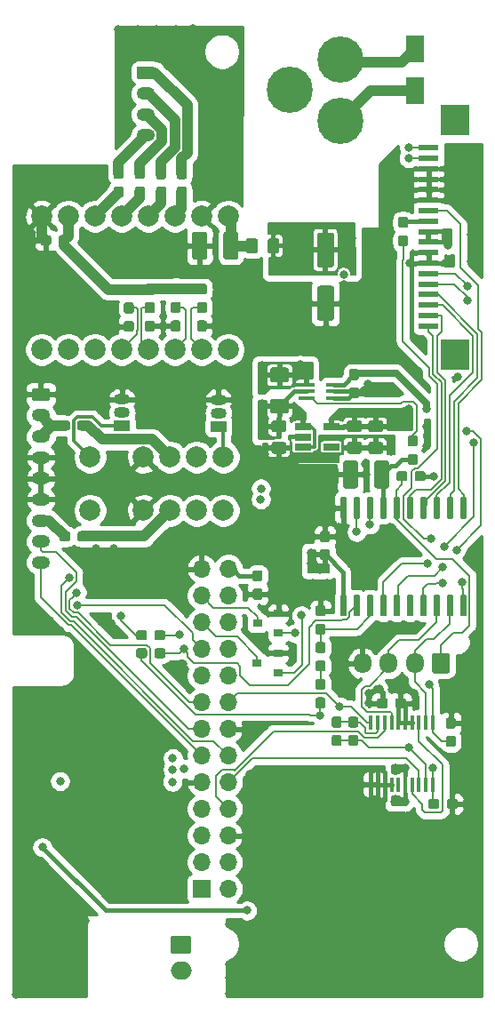
<source format=gbr>
G04 #@! TF.GenerationSoftware,KiCad,Pcbnew,5.1.5+dfsg1-2build2*
G04 #@! TF.CreationDate,2020-07-02T19:50:54+02:00*
G04 #@! TF.ProjectId,BaSe_PWR_V3_2,42615365-5f50-4575-925f-56335f322e6b,rev?*
G04 #@! TF.SameCoordinates,Original*
G04 #@! TF.FileFunction,Copper,L1,Top*
G04 #@! TF.FilePolarity,Positive*
%FSLAX46Y46*%
G04 Gerber Fmt 4.6, Leading zero omitted, Abs format (unit mm)*
G04 Created by KiCad (PCBNEW 5.1.5+dfsg1-2build2) date 2020-07-02 19:50:54*
%MOMM*%
%LPD*%
G04 APERTURE LIST*
%ADD10C,0.100000*%
%ADD11R,0.900000X0.800000*%
%ADD12O,1.700000X1.700000*%
%ADD13R,1.700000X1.700000*%
%ADD14O,1.700000X1.950000*%
%ADD15C,4.400000*%
%ADD16O,2.000000X1.700000*%
%ADD17R,0.450000X1.450000*%
%ADD18O,1.750000X1.200000*%
%ADD19R,2.800000X3.000000*%
%ADD20R,1.900000X0.600000*%
%ADD21C,2.000000*%
%ADD22R,1.500000X1.050000*%
%ADD23O,1.500000X1.050000*%
%ADD24R,1.560000X0.650000*%
%ADD25R,1.800000X2.500000*%
%ADD26R,1.500000X0.400000*%
%ADD27C,0.800000*%
%ADD28C,1.000000*%
%ADD29C,0.400000*%
%ADD30C,0.300000*%
%ADD31C,0.200000*%
%ADD32C,0.700000*%
%ADD33C,0.254000*%
G04 APERTURE END LIST*
G04 #@! TA.AperFunction,SMDPad,CuDef*
D10*
G36*
X96170779Y-102941144D02*
G01*
X96193834Y-102944563D01*
X96216443Y-102950227D01*
X96238387Y-102958079D01*
X96259457Y-102968044D01*
X96279448Y-102980026D01*
X96298168Y-102993910D01*
X96315438Y-103009562D01*
X96331090Y-103026832D01*
X96344974Y-103045552D01*
X96356956Y-103065543D01*
X96366921Y-103086613D01*
X96374773Y-103108557D01*
X96380437Y-103131166D01*
X96383856Y-103154221D01*
X96385000Y-103177500D01*
X96385000Y-103752500D01*
X96383856Y-103775779D01*
X96380437Y-103798834D01*
X96374773Y-103821443D01*
X96366921Y-103843387D01*
X96356956Y-103864457D01*
X96344974Y-103884448D01*
X96331090Y-103903168D01*
X96315438Y-103920438D01*
X96298168Y-103936090D01*
X96279448Y-103949974D01*
X96259457Y-103961956D01*
X96238387Y-103971921D01*
X96216443Y-103979773D01*
X96193834Y-103985437D01*
X96170779Y-103988856D01*
X96147500Y-103990000D01*
X95672500Y-103990000D01*
X95649221Y-103988856D01*
X95626166Y-103985437D01*
X95603557Y-103979773D01*
X95581613Y-103971921D01*
X95560543Y-103961956D01*
X95540552Y-103949974D01*
X95521832Y-103936090D01*
X95504562Y-103920438D01*
X95488910Y-103903168D01*
X95475026Y-103884448D01*
X95463044Y-103864457D01*
X95453079Y-103843387D01*
X95445227Y-103821443D01*
X95439563Y-103798834D01*
X95436144Y-103775779D01*
X95435000Y-103752500D01*
X95435000Y-103177500D01*
X95436144Y-103154221D01*
X95439563Y-103131166D01*
X95445227Y-103108557D01*
X95453079Y-103086613D01*
X95463044Y-103065543D01*
X95475026Y-103045552D01*
X95488910Y-103026832D01*
X95504562Y-103009562D01*
X95521832Y-102993910D01*
X95540552Y-102980026D01*
X95560543Y-102968044D01*
X95581613Y-102958079D01*
X95603557Y-102950227D01*
X95626166Y-102944563D01*
X95649221Y-102941144D01*
X95672500Y-102940000D01*
X96147500Y-102940000D01*
X96170779Y-102941144D01*
G37*
G04 #@! TD.AperFunction*
G04 #@! TA.AperFunction,SMDPad,CuDef*
G36*
X96170779Y-104691144D02*
G01*
X96193834Y-104694563D01*
X96216443Y-104700227D01*
X96238387Y-104708079D01*
X96259457Y-104718044D01*
X96279448Y-104730026D01*
X96298168Y-104743910D01*
X96315438Y-104759562D01*
X96331090Y-104776832D01*
X96344974Y-104795552D01*
X96356956Y-104815543D01*
X96366921Y-104836613D01*
X96374773Y-104858557D01*
X96380437Y-104881166D01*
X96383856Y-104904221D01*
X96385000Y-104927500D01*
X96385000Y-105502500D01*
X96383856Y-105525779D01*
X96380437Y-105548834D01*
X96374773Y-105571443D01*
X96366921Y-105593387D01*
X96356956Y-105614457D01*
X96344974Y-105634448D01*
X96331090Y-105653168D01*
X96315438Y-105670438D01*
X96298168Y-105686090D01*
X96279448Y-105699974D01*
X96259457Y-105711956D01*
X96238387Y-105721921D01*
X96216443Y-105729773D01*
X96193834Y-105735437D01*
X96170779Y-105738856D01*
X96147500Y-105740000D01*
X95672500Y-105740000D01*
X95649221Y-105738856D01*
X95626166Y-105735437D01*
X95603557Y-105729773D01*
X95581613Y-105721921D01*
X95560543Y-105711956D01*
X95540552Y-105699974D01*
X95521832Y-105686090D01*
X95504562Y-105670438D01*
X95488910Y-105653168D01*
X95475026Y-105634448D01*
X95463044Y-105614457D01*
X95453079Y-105593387D01*
X95445227Y-105571443D01*
X95439563Y-105548834D01*
X95436144Y-105525779D01*
X95435000Y-105502500D01*
X95435000Y-104927500D01*
X95436144Y-104904221D01*
X95439563Y-104881166D01*
X95445227Y-104858557D01*
X95453079Y-104836613D01*
X95463044Y-104815543D01*
X95475026Y-104795552D01*
X95488910Y-104776832D01*
X95504562Y-104759562D01*
X95521832Y-104743910D01*
X95540552Y-104730026D01*
X95560543Y-104718044D01*
X95581613Y-104708079D01*
X95603557Y-104700227D01*
X95626166Y-104694563D01*
X95649221Y-104691144D01*
X95672500Y-104690000D01*
X96147500Y-104690000D01*
X96170779Y-104691144D01*
G37*
G04 #@! TD.AperFunction*
G04 #@! TA.AperFunction,SMDPad,CuDef*
G36*
X96170779Y-99431144D02*
G01*
X96193834Y-99434563D01*
X96216443Y-99440227D01*
X96238387Y-99448079D01*
X96259457Y-99458044D01*
X96279448Y-99470026D01*
X96298168Y-99483910D01*
X96315438Y-99499562D01*
X96331090Y-99516832D01*
X96344974Y-99535552D01*
X96356956Y-99555543D01*
X96366921Y-99576613D01*
X96374773Y-99598557D01*
X96380437Y-99621166D01*
X96383856Y-99644221D01*
X96385000Y-99667500D01*
X96385000Y-100242500D01*
X96383856Y-100265779D01*
X96380437Y-100288834D01*
X96374773Y-100311443D01*
X96366921Y-100333387D01*
X96356956Y-100354457D01*
X96344974Y-100374448D01*
X96331090Y-100393168D01*
X96315438Y-100410438D01*
X96298168Y-100426090D01*
X96279448Y-100439974D01*
X96259457Y-100451956D01*
X96238387Y-100461921D01*
X96216443Y-100469773D01*
X96193834Y-100475437D01*
X96170779Y-100478856D01*
X96147500Y-100480000D01*
X95672500Y-100480000D01*
X95649221Y-100478856D01*
X95626166Y-100475437D01*
X95603557Y-100469773D01*
X95581613Y-100461921D01*
X95560543Y-100451956D01*
X95540552Y-100439974D01*
X95521832Y-100426090D01*
X95504562Y-100410438D01*
X95488910Y-100393168D01*
X95475026Y-100374448D01*
X95463044Y-100354457D01*
X95453079Y-100333387D01*
X95445227Y-100311443D01*
X95439563Y-100288834D01*
X95436144Y-100265779D01*
X95435000Y-100242500D01*
X95435000Y-99667500D01*
X95436144Y-99644221D01*
X95439563Y-99621166D01*
X95445227Y-99598557D01*
X95453079Y-99576613D01*
X95463044Y-99555543D01*
X95475026Y-99535552D01*
X95488910Y-99516832D01*
X95504562Y-99499562D01*
X95521832Y-99483910D01*
X95540552Y-99470026D01*
X95560543Y-99458044D01*
X95581613Y-99448079D01*
X95603557Y-99440227D01*
X95626166Y-99434563D01*
X95649221Y-99431144D01*
X95672500Y-99430000D01*
X96147500Y-99430000D01*
X96170779Y-99431144D01*
G37*
G04 #@! TD.AperFunction*
G04 #@! TA.AperFunction,SMDPad,CuDef*
G36*
X96170779Y-101181144D02*
G01*
X96193834Y-101184563D01*
X96216443Y-101190227D01*
X96238387Y-101198079D01*
X96259457Y-101208044D01*
X96279448Y-101220026D01*
X96298168Y-101233910D01*
X96315438Y-101249562D01*
X96331090Y-101266832D01*
X96344974Y-101285552D01*
X96356956Y-101305543D01*
X96366921Y-101326613D01*
X96374773Y-101348557D01*
X96380437Y-101371166D01*
X96383856Y-101394221D01*
X96385000Y-101417500D01*
X96385000Y-101992500D01*
X96383856Y-102015779D01*
X96380437Y-102038834D01*
X96374773Y-102061443D01*
X96366921Y-102083387D01*
X96356956Y-102104457D01*
X96344974Y-102124448D01*
X96331090Y-102143168D01*
X96315438Y-102160438D01*
X96298168Y-102176090D01*
X96279448Y-102189974D01*
X96259457Y-102201956D01*
X96238387Y-102211921D01*
X96216443Y-102219773D01*
X96193834Y-102225437D01*
X96170779Y-102228856D01*
X96147500Y-102230000D01*
X95672500Y-102230000D01*
X95649221Y-102228856D01*
X95626166Y-102225437D01*
X95603557Y-102219773D01*
X95581613Y-102211921D01*
X95560543Y-102201956D01*
X95540552Y-102189974D01*
X95521832Y-102176090D01*
X95504562Y-102160438D01*
X95488910Y-102143168D01*
X95475026Y-102124448D01*
X95463044Y-102104457D01*
X95453079Y-102083387D01*
X95445227Y-102061443D01*
X95439563Y-102038834D01*
X95436144Y-102015779D01*
X95435000Y-101992500D01*
X95435000Y-101417500D01*
X95436144Y-101394221D01*
X95439563Y-101371166D01*
X95445227Y-101348557D01*
X95453079Y-101326613D01*
X95463044Y-101305543D01*
X95475026Y-101285552D01*
X95488910Y-101266832D01*
X95504562Y-101249562D01*
X95521832Y-101233910D01*
X95540552Y-101220026D01*
X95560543Y-101208044D01*
X95581613Y-101198079D01*
X95603557Y-101190227D01*
X95626166Y-101184563D01*
X95649221Y-101181144D01*
X95672500Y-101180000D01*
X96147500Y-101180000D01*
X96170779Y-101181144D01*
G37*
G04 #@! TD.AperFunction*
D11*
X89890000Y-97640000D03*
X91890000Y-96690000D03*
X91890000Y-98590000D03*
X89880000Y-101410000D03*
X91880000Y-100460000D03*
X91880000Y-102360000D03*
D12*
X87122000Y-92456000D03*
X84582000Y-92456000D03*
X87122000Y-94996000D03*
X84582000Y-94996000D03*
X87122000Y-97536000D03*
X84582000Y-97536000D03*
X87122000Y-100076000D03*
X84582000Y-100076000D03*
X87122000Y-102616000D03*
X84582000Y-102616000D03*
X87122000Y-105156000D03*
X84582000Y-105156000D03*
X87122000Y-107696000D03*
X84582000Y-107696000D03*
X87122000Y-110236000D03*
X84582000Y-110236000D03*
X87122000Y-112776000D03*
X84582000Y-112776000D03*
X87122000Y-115316000D03*
X84582000Y-115316000D03*
X87122000Y-117856000D03*
X84582000Y-117856000D03*
X87122000Y-120396000D03*
X84582000Y-120396000D03*
X87122000Y-122936000D03*
D13*
X84582000Y-122936000D03*
D14*
X99890000Y-101440000D03*
X102390000Y-101440000D03*
X104890000Y-101440000D03*
G04 #@! TA.AperFunction,ComponentPad*
D10*
G36*
X108014504Y-100466204D02*
G01*
X108038773Y-100469804D01*
X108062571Y-100475765D01*
X108085671Y-100484030D01*
X108107849Y-100494520D01*
X108128893Y-100507133D01*
X108148598Y-100521747D01*
X108166777Y-100538223D01*
X108183253Y-100556402D01*
X108197867Y-100576107D01*
X108210480Y-100597151D01*
X108220970Y-100619329D01*
X108229235Y-100642429D01*
X108235196Y-100666227D01*
X108238796Y-100690496D01*
X108240000Y-100715000D01*
X108240000Y-102165000D01*
X108238796Y-102189504D01*
X108235196Y-102213773D01*
X108229235Y-102237571D01*
X108220970Y-102260671D01*
X108210480Y-102282849D01*
X108197867Y-102303893D01*
X108183253Y-102323598D01*
X108166777Y-102341777D01*
X108148598Y-102358253D01*
X108128893Y-102372867D01*
X108107849Y-102385480D01*
X108085671Y-102395970D01*
X108062571Y-102404235D01*
X108038773Y-102410196D01*
X108014504Y-102413796D01*
X107990000Y-102415000D01*
X106790000Y-102415000D01*
X106765496Y-102413796D01*
X106741227Y-102410196D01*
X106717429Y-102404235D01*
X106694329Y-102395970D01*
X106672151Y-102385480D01*
X106651107Y-102372867D01*
X106631402Y-102358253D01*
X106613223Y-102341777D01*
X106596747Y-102323598D01*
X106582133Y-102303893D01*
X106569520Y-102282849D01*
X106559030Y-102260671D01*
X106550765Y-102237571D01*
X106544804Y-102213773D01*
X106541204Y-102189504D01*
X106540000Y-102165000D01*
X106540000Y-100715000D01*
X106541204Y-100690496D01*
X106544804Y-100666227D01*
X106550765Y-100642429D01*
X106559030Y-100619329D01*
X106569520Y-100597151D01*
X106582133Y-100576107D01*
X106596747Y-100556402D01*
X106613223Y-100538223D01*
X106631402Y-100521747D01*
X106651107Y-100507133D01*
X106672151Y-100494520D01*
X106694329Y-100484030D01*
X106717429Y-100475765D01*
X106741227Y-100469804D01*
X106765496Y-100466204D01*
X106790000Y-100465000D01*
X107990000Y-100465000D01*
X108014504Y-100466204D01*
G37*
G04 #@! TD.AperFunction*
D15*
X92990000Y-46784000D03*
X97790000Y-43984000D03*
X97790000Y-49784000D03*
G04 #@! TA.AperFunction,SMDPad,CuDef*
D10*
G36*
X96170779Y-95931144D02*
G01*
X96193834Y-95934563D01*
X96216443Y-95940227D01*
X96238387Y-95948079D01*
X96259457Y-95958044D01*
X96279448Y-95970026D01*
X96298168Y-95983910D01*
X96315438Y-95999562D01*
X96331090Y-96016832D01*
X96344974Y-96035552D01*
X96356956Y-96055543D01*
X96366921Y-96076613D01*
X96374773Y-96098557D01*
X96380437Y-96121166D01*
X96383856Y-96144221D01*
X96385000Y-96167500D01*
X96385000Y-96742500D01*
X96383856Y-96765779D01*
X96380437Y-96788834D01*
X96374773Y-96811443D01*
X96366921Y-96833387D01*
X96356956Y-96854457D01*
X96344974Y-96874448D01*
X96331090Y-96893168D01*
X96315438Y-96910438D01*
X96298168Y-96926090D01*
X96279448Y-96939974D01*
X96259457Y-96951956D01*
X96238387Y-96961921D01*
X96216443Y-96969773D01*
X96193834Y-96975437D01*
X96170779Y-96978856D01*
X96147500Y-96980000D01*
X95672500Y-96980000D01*
X95649221Y-96978856D01*
X95626166Y-96975437D01*
X95603557Y-96969773D01*
X95581613Y-96961921D01*
X95560543Y-96951956D01*
X95540552Y-96939974D01*
X95521832Y-96926090D01*
X95504562Y-96910438D01*
X95488910Y-96893168D01*
X95475026Y-96874448D01*
X95463044Y-96854457D01*
X95453079Y-96833387D01*
X95445227Y-96811443D01*
X95439563Y-96788834D01*
X95436144Y-96765779D01*
X95435000Y-96742500D01*
X95435000Y-96167500D01*
X95436144Y-96144221D01*
X95439563Y-96121166D01*
X95445227Y-96098557D01*
X95453079Y-96076613D01*
X95463044Y-96055543D01*
X95475026Y-96035552D01*
X95488910Y-96016832D01*
X95504562Y-95999562D01*
X95521832Y-95983910D01*
X95540552Y-95970026D01*
X95560543Y-95958044D01*
X95581613Y-95948079D01*
X95603557Y-95940227D01*
X95626166Y-95934563D01*
X95649221Y-95931144D01*
X95672500Y-95930000D01*
X96147500Y-95930000D01*
X96170779Y-95931144D01*
G37*
G04 #@! TD.AperFunction*
G04 #@! TA.AperFunction,SMDPad,CuDef*
G36*
X96170779Y-97681144D02*
G01*
X96193834Y-97684563D01*
X96216443Y-97690227D01*
X96238387Y-97698079D01*
X96259457Y-97708044D01*
X96279448Y-97720026D01*
X96298168Y-97733910D01*
X96315438Y-97749562D01*
X96331090Y-97766832D01*
X96344974Y-97785552D01*
X96356956Y-97805543D01*
X96366921Y-97826613D01*
X96374773Y-97848557D01*
X96380437Y-97871166D01*
X96383856Y-97894221D01*
X96385000Y-97917500D01*
X96385000Y-98492500D01*
X96383856Y-98515779D01*
X96380437Y-98538834D01*
X96374773Y-98561443D01*
X96366921Y-98583387D01*
X96356956Y-98604457D01*
X96344974Y-98624448D01*
X96331090Y-98643168D01*
X96315438Y-98660438D01*
X96298168Y-98676090D01*
X96279448Y-98689974D01*
X96259457Y-98701956D01*
X96238387Y-98711921D01*
X96216443Y-98719773D01*
X96193834Y-98725437D01*
X96170779Y-98728856D01*
X96147500Y-98730000D01*
X95672500Y-98730000D01*
X95649221Y-98728856D01*
X95626166Y-98725437D01*
X95603557Y-98719773D01*
X95581613Y-98711921D01*
X95560543Y-98701956D01*
X95540552Y-98689974D01*
X95521832Y-98676090D01*
X95504562Y-98660438D01*
X95488910Y-98643168D01*
X95475026Y-98624448D01*
X95463044Y-98604457D01*
X95453079Y-98583387D01*
X95445227Y-98561443D01*
X95439563Y-98538834D01*
X95436144Y-98515779D01*
X95435000Y-98492500D01*
X95435000Y-97917500D01*
X95436144Y-97894221D01*
X95439563Y-97871166D01*
X95445227Y-97848557D01*
X95453079Y-97826613D01*
X95463044Y-97805543D01*
X95475026Y-97785552D01*
X95488910Y-97766832D01*
X95504562Y-97749562D01*
X95521832Y-97733910D01*
X95540552Y-97720026D01*
X95560543Y-97708044D01*
X95581613Y-97698079D01*
X95603557Y-97690227D01*
X95626166Y-97684563D01*
X95649221Y-97681144D01*
X95672500Y-97680000D01*
X96147500Y-97680000D01*
X96170779Y-97681144D01*
G37*
G04 #@! TD.AperFunction*
G04 #@! TA.AperFunction,SMDPad,CuDef*
G36*
X79900779Y-67056144D02*
G01*
X79923834Y-67059563D01*
X79946443Y-67065227D01*
X79968387Y-67073079D01*
X79989457Y-67083044D01*
X80009448Y-67095026D01*
X80028168Y-67108910D01*
X80045438Y-67124562D01*
X80061090Y-67141832D01*
X80074974Y-67160552D01*
X80086956Y-67180543D01*
X80096921Y-67201613D01*
X80104773Y-67223557D01*
X80110437Y-67246166D01*
X80113856Y-67269221D01*
X80115000Y-67292500D01*
X80115000Y-67867500D01*
X80113856Y-67890779D01*
X80110437Y-67913834D01*
X80104773Y-67936443D01*
X80096921Y-67958387D01*
X80086956Y-67979457D01*
X80074974Y-67999448D01*
X80061090Y-68018168D01*
X80045438Y-68035438D01*
X80028168Y-68051090D01*
X80009448Y-68064974D01*
X79989457Y-68076956D01*
X79968387Y-68086921D01*
X79946443Y-68094773D01*
X79923834Y-68100437D01*
X79900779Y-68103856D01*
X79877500Y-68105000D01*
X79402500Y-68105000D01*
X79379221Y-68103856D01*
X79356166Y-68100437D01*
X79333557Y-68094773D01*
X79311613Y-68086921D01*
X79290543Y-68076956D01*
X79270552Y-68064974D01*
X79251832Y-68051090D01*
X79234562Y-68035438D01*
X79218910Y-68018168D01*
X79205026Y-67999448D01*
X79193044Y-67979457D01*
X79183079Y-67958387D01*
X79175227Y-67936443D01*
X79169563Y-67913834D01*
X79166144Y-67890779D01*
X79165000Y-67867500D01*
X79165000Y-67292500D01*
X79166144Y-67269221D01*
X79169563Y-67246166D01*
X79175227Y-67223557D01*
X79183079Y-67201613D01*
X79193044Y-67180543D01*
X79205026Y-67160552D01*
X79218910Y-67141832D01*
X79234562Y-67124562D01*
X79251832Y-67108910D01*
X79270552Y-67095026D01*
X79290543Y-67083044D01*
X79311613Y-67073079D01*
X79333557Y-67065227D01*
X79356166Y-67059563D01*
X79379221Y-67056144D01*
X79402500Y-67055000D01*
X79877500Y-67055000D01*
X79900779Y-67056144D01*
G37*
G04 #@! TD.AperFunction*
G04 #@! TA.AperFunction,SMDPad,CuDef*
G36*
X79900779Y-65306144D02*
G01*
X79923834Y-65309563D01*
X79946443Y-65315227D01*
X79968387Y-65323079D01*
X79989457Y-65333044D01*
X80009448Y-65345026D01*
X80028168Y-65358910D01*
X80045438Y-65374562D01*
X80061090Y-65391832D01*
X80074974Y-65410552D01*
X80086956Y-65430543D01*
X80096921Y-65451613D01*
X80104773Y-65473557D01*
X80110437Y-65496166D01*
X80113856Y-65519221D01*
X80115000Y-65542500D01*
X80115000Y-66117500D01*
X80113856Y-66140779D01*
X80110437Y-66163834D01*
X80104773Y-66186443D01*
X80096921Y-66208387D01*
X80086956Y-66229457D01*
X80074974Y-66249448D01*
X80061090Y-66268168D01*
X80045438Y-66285438D01*
X80028168Y-66301090D01*
X80009448Y-66314974D01*
X79989457Y-66326956D01*
X79968387Y-66336921D01*
X79946443Y-66344773D01*
X79923834Y-66350437D01*
X79900779Y-66353856D01*
X79877500Y-66355000D01*
X79402500Y-66355000D01*
X79379221Y-66353856D01*
X79356166Y-66350437D01*
X79333557Y-66344773D01*
X79311613Y-66336921D01*
X79290543Y-66326956D01*
X79270552Y-66314974D01*
X79251832Y-66301090D01*
X79234562Y-66285438D01*
X79218910Y-66268168D01*
X79205026Y-66249448D01*
X79193044Y-66229457D01*
X79183079Y-66208387D01*
X79175227Y-66186443D01*
X79169563Y-66163834D01*
X79166144Y-66140779D01*
X79165000Y-66117500D01*
X79165000Y-65542500D01*
X79166144Y-65519221D01*
X79169563Y-65496166D01*
X79175227Y-65473557D01*
X79183079Y-65451613D01*
X79193044Y-65430543D01*
X79205026Y-65410552D01*
X79218910Y-65391832D01*
X79234562Y-65374562D01*
X79251832Y-65358910D01*
X79270552Y-65345026D01*
X79290543Y-65333044D01*
X79311613Y-65323079D01*
X79333557Y-65315227D01*
X79356166Y-65309563D01*
X79379221Y-65306144D01*
X79402500Y-65305000D01*
X79877500Y-65305000D01*
X79900779Y-65306144D01*
G37*
G04 #@! TD.AperFunction*
G04 #@! TA.AperFunction,SMDPad,CuDef*
G36*
X82380779Y-67026144D02*
G01*
X82403834Y-67029563D01*
X82426443Y-67035227D01*
X82448387Y-67043079D01*
X82469457Y-67053044D01*
X82489448Y-67065026D01*
X82508168Y-67078910D01*
X82525438Y-67094562D01*
X82541090Y-67111832D01*
X82554974Y-67130552D01*
X82566956Y-67150543D01*
X82576921Y-67171613D01*
X82584773Y-67193557D01*
X82590437Y-67216166D01*
X82593856Y-67239221D01*
X82595000Y-67262500D01*
X82595000Y-67837500D01*
X82593856Y-67860779D01*
X82590437Y-67883834D01*
X82584773Y-67906443D01*
X82576921Y-67928387D01*
X82566956Y-67949457D01*
X82554974Y-67969448D01*
X82541090Y-67988168D01*
X82525438Y-68005438D01*
X82508168Y-68021090D01*
X82489448Y-68034974D01*
X82469457Y-68046956D01*
X82448387Y-68056921D01*
X82426443Y-68064773D01*
X82403834Y-68070437D01*
X82380779Y-68073856D01*
X82357500Y-68075000D01*
X81882500Y-68075000D01*
X81859221Y-68073856D01*
X81836166Y-68070437D01*
X81813557Y-68064773D01*
X81791613Y-68056921D01*
X81770543Y-68046956D01*
X81750552Y-68034974D01*
X81731832Y-68021090D01*
X81714562Y-68005438D01*
X81698910Y-67988168D01*
X81685026Y-67969448D01*
X81673044Y-67949457D01*
X81663079Y-67928387D01*
X81655227Y-67906443D01*
X81649563Y-67883834D01*
X81646144Y-67860779D01*
X81645000Y-67837500D01*
X81645000Y-67262500D01*
X81646144Y-67239221D01*
X81649563Y-67216166D01*
X81655227Y-67193557D01*
X81663079Y-67171613D01*
X81673044Y-67150543D01*
X81685026Y-67130552D01*
X81698910Y-67111832D01*
X81714562Y-67094562D01*
X81731832Y-67078910D01*
X81750552Y-67065026D01*
X81770543Y-67053044D01*
X81791613Y-67043079D01*
X81813557Y-67035227D01*
X81836166Y-67029563D01*
X81859221Y-67026144D01*
X81882500Y-67025000D01*
X82357500Y-67025000D01*
X82380779Y-67026144D01*
G37*
G04 #@! TD.AperFunction*
G04 #@! TA.AperFunction,SMDPad,CuDef*
G36*
X82380779Y-65276144D02*
G01*
X82403834Y-65279563D01*
X82426443Y-65285227D01*
X82448387Y-65293079D01*
X82469457Y-65303044D01*
X82489448Y-65315026D01*
X82508168Y-65328910D01*
X82525438Y-65344562D01*
X82541090Y-65361832D01*
X82554974Y-65380552D01*
X82566956Y-65400543D01*
X82576921Y-65421613D01*
X82584773Y-65443557D01*
X82590437Y-65466166D01*
X82593856Y-65489221D01*
X82595000Y-65512500D01*
X82595000Y-66087500D01*
X82593856Y-66110779D01*
X82590437Y-66133834D01*
X82584773Y-66156443D01*
X82576921Y-66178387D01*
X82566956Y-66199457D01*
X82554974Y-66219448D01*
X82541090Y-66238168D01*
X82525438Y-66255438D01*
X82508168Y-66271090D01*
X82489448Y-66284974D01*
X82469457Y-66296956D01*
X82448387Y-66306921D01*
X82426443Y-66314773D01*
X82403834Y-66320437D01*
X82380779Y-66323856D01*
X82357500Y-66325000D01*
X81882500Y-66325000D01*
X81859221Y-66323856D01*
X81836166Y-66320437D01*
X81813557Y-66314773D01*
X81791613Y-66306921D01*
X81770543Y-66296956D01*
X81750552Y-66284974D01*
X81731832Y-66271090D01*
X81714562Y-66255438D01*
X81698910Y-66238168D01*
X81685026Y-66219448D01*
X81673044Y-66199457D01*
X81663079Y-66178387D01*
X81655227Y-66156443D01*
X81649563Y-66133834D01*
X81646144Y-66110779D01*
X81645000Y-66087500D01*
X81645000Y-65512500D01*
X81646144Y-65489221D01*
X81649563Y-65466166D01*
X81655227Y-65443557D01*
X81663079Y-65421613D01*
X81673044Y-65400543D01*
X81685026Y-65380552D01*
X81698910Y-65361832D01*
X81714562Y-65344562D01*
X81731832Y-65328910D01*
X81750552Y-65315026D01*
X81770543Y-65303044D01*
X81791613Y-65293079D01*
X81813557Y-65285227D01*
X81836166Y-65279563D01*
X81859221Y-65276144D01*
X81882500Y-65275000D01*
X82357500Y-65275000D01*
X82380779Y-65276144D01*
G37*
G04 #@! TD.AperFunction*
G04 #@! TA.AperFunction,SMDPad,CuDef*
G36*
X84880779Y-67036144D02*
G01*
X84903834Y-67039563D01*
X84926443Y-67045227D01*
X84948387Y-67053079D01*
X84969457Y-67063044D01*
X84989448Y-67075026D01*
X85008168Y-67088910D01*
X85025438Y-67104562D01*
X85041090Y-67121832D01*
X85054974Y-67140552D01*
X85066956Y-67160543D01*
X85076921Y-67181613D01*
X85084773Y-67203557D01*
X85090437Y-67226166D01*
X85093856Y-67249221D01*
X85095000Y-67272500D01*
X85095000Y-67847500D01*
X85093856Y-67870779D01*
X85090437Y-67893834D01*
X85084773Y-67916443D01*
X85076921Y-67938387D01*
X85066956Y-67959457D01*
X85054974Y-67979448D01*
X85041090Y-67998168D01*
X85025438Y-68015438D01*
X85008168Y-68031090D01*
X84989448Y-68044974D01*
X84969457Y-68056956D01*
X84948387Y-68066921D01*
X84926443Y-68074773D01*
X84903834Y-68080437D01*
X84880779Y-68083856D01*
X84857500Y-68085000D01*
X84382500Y-68085000D01*
X84359221Y-68083856D01*
X84336166Y-68080437D01*
X84313557Y-68074773D01*
X84291613Y-68066921D01*
X84270543Y-68056956D01*
X84250552Y-68044974D01*
X84231832Y-68031090D01*
X84214562Y-68015438D01*
X84198910Y-67998168D01*
X84185026Y-67979448D01*
X84173044Y-67959457D01*
X84163079Y-67938387D01*
X84155227Y-67916443D01*
X84149563Y-67893834D01*
X84146144Y-67870779D01*
X84145000Y-67847500D01*
X84145000Y-67272500D01*
X84146144Y-67249221D01*
X84149563Y-67226166D01*
X84155227Y-67203557D01*
X84163079Y-67181613D01*
X84173044Y-67160543D01*
X84185026Y-67140552D01*
X84198910Y-67121832D01*
X84214562Y-67104562D01*
X84231832Y-67088910D01*
X84250552Y-67075026D01*
X84270543Y-67063044D01*
X84291613Y-67053079D01*
X84313557Y-67045227D01*
X84336166Y-67039563D01*
X84359221Y-67036144D01*
X84382500Y-67035000D01*
X84857500Y-67035000D01*
X84880779Y-67036144D01*
G37*
G04 #@! TD.AperFunction*
G04 #@! TA.AperFunction,SMDPad,CuDef*
G36*
X84880779Y-65286144D02*
G01*
X84903834Y-65289563D01*
X84926443Y-65295227D01*
X84948387Y-65303079D01*
X84969457Y-65313044D01*
X84989448Y-65325026D01*
X85008168Y-65338910D01*
X85025438Y-65354562D01*
X85041090Y-65371832D01*
X85054974Y-65390552D01*
X85066956Y-65410543D01*
X85076921Y-65431613D01*
X85084773Y-65453557D01*
X85090437Y-65476166D01*
X85093856Y-65499221D01*
X85095000Y-65522500D01*
X85095000Y-66097500D01*
X85093856Y-66120779D01*
X85090437Y-66143834D01*
X85084773Y-66166443D01*
X85076921Y-66188387D01*
X85066956Y-66209457D01*
X85054974Y-66229448D01*
X85041090Y-66248168D01*
X85025438Y-66265438D01*
X85008168Y-66281090D01*
X84989448Y-66294974D01*
X84969457Y-66306956D01*
X84948387Y-66316921D01*
X84926443Y-66324773D01*
X84903834Y-66330437D01*
X84880779Y-66333856D01*
X84857500Y-66335000D01*
X84382500Y-66335000D01*
X84359221Y-66333856D01*
X84336166Y-66330437D01*
X84313557Y-66324773D01*
X84291613Y-66316921D01*
X84270543Y-66306956D01*
X84250552Y-66294974D01*
X84231832Y-66281090D01*
X84214562Y-66265438D01*
X84198910Y-66248168D01*
X84185026Y-66229448D01*
X84173044Y-66209457D01*
X84163079Y-66188387D01*
X84155227Y-66166443D01*
X84149563Y-66143834D01*
X84146144Y-66120779D01*
X84145000Y-66097500D01*
X84145000Y-65522500D01*
X84146144Y-65499221D01*
X84149563Y-65476166D01*
X84155227Y-65453557D01*
X84163079Y-65431613D01*
X84173044Y-65410543D01*
X84185026Y-65390552D01*
X84198910Y-65371832D01*
X84214562Y-65354562D01*
X84231832Y-65338910D01*
X84250552Y-65325026D01*
X84270543Y-65313044D01*
X84291613Y-65303079D01*
X84313557Y-65295227D01*
X84336166Y-65289563D01*
X84359221Y-65286144D01*
X84382500Y-65285000D01*
X84857500Y-65285000D01*
X84880779Y-65286144D01*
G37*
G04 #@! TD.AperFunction*
G04 #@! TA.AperFunction,SMDPad,CuDef*
G36*
X96964504Y-65486204D02*
G01*
X96988773Y-65489804D01*
X97012571Y-65495765D01*
X97035671Y-65504030D01*
X97057849Y-65514520D01*
X97078893Y-65527133D01*
X97098598Y-65541747D01*
X97116777Y-65558223D01*
X97133253Y-65576402D01*
X97147867Y-65596107D01*
X97160480Y-65617151D01*
X97170970Y-65639329D01*
X97179235Y-65662429D01*
X97185196Y-65686227D01*
X97188796Y-65710496D01*
X97190000Y-65735000D01*
X97190000Y-68560000D01*
X97188796Y-68584504D01*
X97185196Y-68608773D01*
X97179235Y-68632571D01*
X97170970Y-68655671D01*
X97160480Y-68677849D01*
X97147867Y-68698893D01*
X97133253Y-68718598D01*
X97116777Y-68736777D01*
X97098598Y-68753253D01*
X97078893Y-68767867D01*
X97057849Y-68780480D01*
X97035671Y-68790970D01*
X97012571Y-68799235D01*
X96988773Y-68805196D01*
X96964504Y-68808796D01*
X96940000Y-68810000D01*
X95840000Y-68810000D01*
X95815496Y-68808796D01*
X95791227Y-68805196D01*
X95767429Y-68799235D01*
X95744329Y-68790970D01*
X95722151Y-68780480D01*
X95701107Y-68767867D01*
X95681402Y-68753253D01*
X95663223Y-68736777D01*
X95646747Y-68718598D01*
X95632133Y-68698893D01*
X95619520Y-68677849D01*
X95609030Y-68655671D01*
X95600765Y-68632571D01*
X95594804Y-68608773D01*
X95591204Y-68584504D01*
X95590000Y-68560000D01*
X95590000Y-65735000D01*
X95591204Y-65710496D01*
X95594804Y-65686227D01*
X95600765Y-65662429D01*
X95609030Y-65639329D01*
X95619520Y-65617151D01*
X95632133Y-65596107D01*
X95646747Y-65576402D01*
X95663223Y-65558223D01*
X95681402Y-65541747D01*
X95701107Y-65527133D01*
X95722151Y-65514520D01*
X95744329Y-65504030D01*
X95767429Y-65495765D01*
X95791227Y-65489804D01*
X95815496Y-65486204D01*
X95840000Y-65485000D01*
X96940000Y-65485000D01*
X96964504Y-65486204D01*
G37*
G04 #@! TD.AperFunction*
G04 #@! TA.AperFunction,SMDPad,CuDef*
G36*
X96964504Y-60411204D02*
G01*
X96988773Y-60414804D01*
X97012571Y-60420765D01*
X97035671Y-60429030D01*
X97057849Y-60439520D01*
X97078893Y-60452133D01*
X97098598Y-60466747D01*
X97116777Y-60483223D01*
X97133253Y-60501402D01*
X97147867Y-60521107D01*
X97160480Y-60542151D01*
X97170970Y-60564329D01*
X97179235Y-60587429D01*
X97185196Y-60611227D01*
X97188796Y-60635496D01*
X97190000Y-60660000D01*
X97190000Y-63485000D01*
X97188796Y-63509504D01*
X97185196Y-63533773D01*
X97179235Y-63557571D01*
X97170970Y-63580671D01*
X97160480Y-63602849D01*
X97147867Y-63623893D01*
X97133253Y-63643598D01*
X97116777Y-63661777D01*
X97098598Y-63678253D01*
X97078893Y-63692867D01*
X97057849Y-63705480D01*
X97035671Y-63715970D01*
X97012571Y-63724235D01*
X96988773Y-63730196D01*
X96964504Y-63733796D01*
X96940000Y-63735000D01*
X95840000Y-63735000D01*
X95815496Y-63733796D01*
X95791227Y-63730196D01*
X95767429Y-63724235D01*
X95744329Y-63715970D01*
X95722151Y-63705480D01*
X95701107Y-63692867D01*
X95681402Y-63678253D01*
X95663223Y-63661777D01*
X95646747Y-63643598D01*
X95632133Y-63623893D01*
X95619520Y-63602849D01*
X95609030Y-63580671D01*
X95600765Y-63557571D01*
X95594804Y-63533773D01*
X95591204Y-63509504D01*
X95590000Y-63485000D01*
X95590000Y-60660000D01*
X95591204Y-60635496D01*
X95594804Y-60611227D01*
X95600765Y-60587429D01*
X95609030Y-60564329D01*
X95619520Y-60542151D01*
X95632133Y-60521107D01*
X95646747Y-60501402D01*
X95663223Y-60483223D01*
X95681402Y-60466747D01*
X95701107Y-60452133D01*
X95722151Y-60439520D01*
X95744329Y-60429030D01*
X95767429Y-60420765D01*
X95791227Y-60414804D01*
X95815496Y-60411204D01*
X95840000Y-60410000D01*
X96940000Y-60410000D01*
X96964504Y-60411204D01*
G37*
G04 #@! TD.AperFunction*
G04 #@! TA.AperFunction,SMDPad,CuDef*
G36*
X90170779Y-92591144D02*
G01*
X90193834Y-92594563D01*
X90216443Y-92600227D01*
X90238387Y-92608079D01*
X90259457Y-92618044D01*
X90279448Y-92630026D01*
X90298168Y-92643910D01*
X90315438Y-92659562D01*
X90331090Y-92676832D01*
X90344974Y-92695552D01*
X90356956Y-92715543D01*
X90366921Y-92736613D01*
X90374773Y-92758557D01*
X90380437Y-92781166D01*
X90383856Y-92804221D01*
X90385000Y-92827500D01*
X90385000Y-93402500D01*
X90383856Y-93425779D01*
X90380437Y-93448834D01*
X90374773Y-93471443D01*
X90366921Y-93493387D01*
X90356956Y-93514457D01*
X90344974Y-93534448D01*
X90331090Y-93553168D01*
X90315438Y-93570438D01*
X90298168Y-93586090D01*
X90279448Y-93599974D01*
X90259457Y-93611956D01*
X90238387Y-93621921D01*
X90216443Y-93629773D01*
X90193834Y-93635437D01*
X90170779Y-93638856D01*
X90147500Y-93640000D01*
X89672500Y-93640000D01*
X89649221Y-93638856D01*
X89626166Y-93635437D01*
X89603557Y-93629773D01*
X89581613Y-93621921D01*
X89560543Y-93611956D01*
X89540552Y-93599974D01*
X89521832Y-93586090D01*
X89504562Y-93570438D01*
X89488910Y-93553168D01*
X89475026Y-93534448D01*
X89463044Y-93514457D01*
X89453079Y-93493387D01*
X89445227Y-93471443D01*
X89439563Y-93448834D01*
X89436144Y-93425779D01*
X89435000Y-93402500D01*
X89435000Y-92827500D01*
X89436144Y-92804221D01*
X89439563Y-92781166D01*
X89445227Y-92758557D01*
X89453079Y-92736613D01*
X89463044Y-92715543D01*
X89475026Y-92695552D01*
X89488910Y-92676832D01*
X89504562Y-92659562D01*
X89521832Y-92643910D01*
X89540552Y-92630026D01*
X89560543Y-92618044D01*
X89581613Y-92608079D01*
X89603557Y-92600227D01*
X89626166Y-92594563D01*
X89649221Y-92591144D01*
X89672500Y-92590000D01*
X90147500Y-92590000D01*
X90170779Y-92591144D01*
G37*
G04 #@! TD.AperFunction*
G04 #@! TA.AperFunction,SMDPad,CuDef*
G36*
X90170779Y-94341144D02*
G01*
X90193834Y-94344563D01*
X90216443Y-94350227D01*
X90238387Y-94358079D01*
X90259457Y-94368044D01*
X90279448Y-94380026D01*
X90298168Y-94393910D01*
X90315438Y-94409562D01*
X90331090Y-94426832D01*
X90344974Y-94445552D01*
X90356956Y-94465543D01*
X90366921Y-94486613D01*
X90374773Y-94508557D01*
X90380437Y-94531166D01*
X90383856Y-94554221D01*
X90385000Y-94577500D01*
X90385000Y-95152500D01*
X90383856Y-95175779D01*
X90380437Y-95198834D01*
X90374773Y-95221443D01*
X90366921Y-95243387D01*
X90356956Y-95264457D01*
X90344974Y-95284448D01*
X90331090Y-95303168D01*
X90315438Y-95320438D01*
X90298168Y-95336090D01*
X90279448Y-95349974D01*
X90259457Y-95361956D01*
X90238387Y-95371921D01*
X90216443Y-95379773D01*
X90193834Y-95385437D01*
X90170779Y-95388856D01*
X90147500Y-95390000D01*
X89672500Y-95390000D01*
X89649221Y-95388856D01*
X89626166Y-95385437D01*
X89603557Y-95379773D01*
X89581613Y-95371921D01*
X89560543Y-95361956D01*
X89540552Y-95349974D01*
X89521832Y-95336090D01*
X89504562Y-95320438D01*
X89488910Y-95303168D01*
X89475026Y-95284448D01*
X89463044Y-95264457D01*
X89453079Y-95243387D01*
X89445227Y-95221443D01*
X89439563Y-95198834D01*
X89436144Y-95175779D01*
X89435000Y-95152500D01*
X89435000Y-94577500D01*
X89436144Y-94554221D01*
X89439563Y-94531166D01*
X89445227Y-94508557D01*
X89453079Y-94486613D01*
X89463044Y-94465543D01*
X89475026Y-94445552D01*
X89488910Y-94426832D01*
X89504562Y-94409562D01*
X89521832Y-94393910D01*
X89540552Y-94380026D01*
X89560543Y-94368044D01*
X89581613Y-94358079D01*
X89603557Y-94350227D01*
X89626166Y-94344563D01*
X89649221Y-94341144D01*
X89672500Y-94340000D01*
X90147500Y-94340000D01*
X90170779Y-94341144D01*
G37*
G04 #@! TD.AperFunction*
D16*
X82620000Y-130760000D03*
G04 #@! TA.AperFunction,ComponentPad*
D10*
G36*
X83394504Y-127411204D02*
G01*
X83418773Y-127414804D01*
X83442571Y-127420765D01*
X83465671Y-127429030D01*
X83487849Y-127439520D01*
X83508893Y-127452133D01*
X83528598Y-127466747D01*
X83546777Y-127483223D01*
X83563253Y-127501402D01*
X83577867Y-127521107D01*
X83590480Y-127542151D01*
X83600970Y-127564329D01*
X83609235Y-127587429D01*
X83615196Y-127611227D01*
X83618796Y-127635496D01*
X83620000Y-127660000D01*
X83620000Y-128860000D01*
X83618796Y-128884504D01*
X83615196Y-128908773D01*
X83609235Y-128932571D01*
X83600970Y-128955671D01*
X83590480Y-128977849D01*
X83577867Y-128998893D01*
X83563253Y-129018598D01*
X83546777Y-129036777D01*
X83528598Y-129053253D01*
X83508893Y-129067867D01*
X83487849Y-129080480D01*
X83465671Y-129090970D01*
X83442571Y-129099235D01*
X83418773Y-129105196D01*
X83394504Y-129108796D01*
X83370000Y-129110000D01*
X81870000Y-129110000D01*
X81845496Y-129108796D01*
X81821227Y-129105196D01*
X81797429Y-129099235D01*
X81774329Y-129090970D01*
X81752151Y-129080480D01*
X81731107Y-129067867D01*
X81711402Y-129053253D01*
X81693223Y-129036777D01*
X81676747Y-129018598D01*
X81662133Y-128998893D01*
X81649520Y-128977849D01*
X81639030Y-128955671D01*
X81630765Y-128932571D01*
X81624804Y-128908773D01*
X81621204Y-128884504D01*
X81620000Y-128860000D01*
X81620000Y-127660000D01*
X81621204Y-127635496D01*
X81624804Y-127611227D01*
X81630765Y-127587429D01*
X81639030Y-127564329D01*
X81649520Y-127542151D01*
X81662133Y-127521107D01*
X81676747Y-127501402D01*
X81693223Y-127483223D01*
X81711402Y-127466747D01*
X81731107Y-127452133D01*
X81752151Y-127439520D01*
X81774329Y-127429030D01*
X81797429Y-127420765D01*
X81821227Y-127414804D01*
X81845496Y-127411204D01*
X81870000Y-127410000D01*
X83370000Y-127410000D01*
X83394504Y-127411204D01*
G37*
G04 #@! TD.AperFunction*
D17*
X106575000Y-112990000D03*
X105925000Y-112990000D03*
X105275000Y-112990000D03*
X104625000Y-112990000D03*
X103975000Y-112990000D03*
X103325000Y-112990000D03*
X102675000Y-112990000D03*
X102025000Y-112990000D03*
X101375000Y-112990000D03*
X100725000Y-112990000D03*
X100725000Y-107090000D03*
X101375000Y-107090000D03*
X102025000Y-107090000D03*
X102675000Y-107090000D03*
X103325000Y-107090000D03*
X103975000Y-107090000D03*
X104625000Y-107090000D03*
X105275000Y-107090000D03*
X105925000Y-107090000D03*
X106575000Y-107090000D03*
D18*
X79250000Y-51180000D03*
X79250000Y-49180000D03*
X79250000Y-47180000D03*
G04 #@! TA.AperFunction,ComponentPad*
D10*
G36*
X79899505Y-44581204D02*
G01*
X79923773Y-44584804D01*
X79947572Y-44590765D01*
X79970671Y-44599030D01*
X79992850Y-44609520D01*
X80013893Y-44622132D01*
X80033599Y-44636747D01*
X80051777Y-44653223D01*
X80068253Y-44671401D01*
X80082868Y-44691107D01*
X80095480Y-44712150D01*
X80105970Y-44734329D01*
X80114235Y-44757428D01*
X80120196Y-44781227D01*
X80123796Y-44805495D01*
X80125000Y-44829999D01*
X80125000Y-45530001D01*
X80123796Y-45554505D01*
X80120196Y-45578773D01*
X80114235Y-45602572D01*
X80105970Y-45625671D01*
X80095480Y-45647850D01*
X80082868Y-45668893D01*
X80068253Y-45688599D01*
X80051777Y-45706777D01*
X80033599Y-45723253D01*
X80013893Y-45737868D01*
X79992850Y-45750480D01*
X79970671Y-45760970D01*
X79947572Y-45769235D01*
X79923773Y-45775196D01*
X79899505Y-45778796D01*
X79875001Y-45780000D01*
X78624999Y-45780000D01*
X78600495Y-45778796D01*
X78576227Y-45775196D01*
X78552428Y-45769235D01*
X78529329Y-45760970D01*
X78507150Y-45750480D01*
X78486107Y-45737868D01*
X78466401Y-45723253D01*
X78448223Y-45706777D01*
X78431747Y-45688599D01*
X78417132Y-45668893D01*
X78404520Y-45647850D01*
X78394030Y-45625671D01*
X78385765Y-45602572D01*
X78379804Y-45578773D01*
X78376204Y-45554505D01*
X78375000Y-45530001D01*
X78375000Y-44829999D01*
X78376204Y-44805495D01*
X78379804Y-44781227D01*
X78385765Y-44757428D01*
X78394030Y-44734329D01*
X78404520Y-44712150D01*
X78417132Y-44691107D01*
X78431747Y-44671401D01*
X78448223Y-44653223D01*
X78466401Y-44636747D01*
X78486107Y-44622132D01*
X78507150Y-44609520D01*
X78529329Y-44599030D01*
X78552428Y-44590765D01*
X78576227Y-44584804D01*
X78600495Y-44581204D01*
X78624999Y-44580000D01*
X79875001Y-44580000D01*
X79899505Y-44581204D01*
G37*
G04 #@! TD.AperFunction*
G04 #@! TA.AperFunction,SMDPad,CuDef*
G36*
X108590779Y-106621144D02*
G01*
X108613834Y-106624563D01*
X108636443Y-106630227D01*
X108658387Y-106638079D01*
X108679457Y-106648044D01*
X108699448Y-106660026D01*
X108718168Y-106673910D01*
X108735438Y-106689562D01*
X108751090Y-106706832D01*
X108764974Y-106725552D01*
X108776956Y-106745543D01*
X108786921Y-106766613D01*
X108794773Y-106788557D01*
X108800437Y-106811166D01*
X108803856Y-106834221D01*
X108805000Y-106857500D01*
X108805000Y-107432500D01*
X108803856Y-107455779D01*
X108800437Y-107478834D01*
X108794773Y-107501443D01*
X108786921Y-107523387D01*
X108776956Y-107544457D01*
X108764974Y-107564448D01*
X108751090Y-107583168D01*
X108735438Y-107600438D01*
X108718168Y-107616090D01*
X108699448Y-107629974D01*
X108679457Y-107641956D01*
X108658387Y-107651921D01*
X108636443Y-107659773D01*
X108613834Y-107665437D01*
X108590779Y-107668856D01*
X108567500Y-107670000D01*
X108092500Y-107670000D01*
X108069221Y-107668856D01*
X108046166Y-107665437D01*
X108023557Y-107659773D01*
X108001613Y-107651921D01*
X107980543Y-107641956D01*
X107960552Y-107629974D01*
X107941832Y-107616090D01*
X107924562Y-107600438D01*
X107908910Y-107583168D01*
X107895026Y-107564448D01*
X107883044Y-107544457D01*
X107873079Y-107523387D01*
X107865227Y-107501443D01*
X107859563Y-107478834D01*
X107856144Y-107455779D01*
X107855000Y-107432500D01*
X107855000Y-106857500D01*
X107856144Y-106834221D01*
X107859563Y-106811166D01*
X107865227Y-106788557D01*
X107873079Y-106766613D01*
X107883044Y-106745543D01*
X107895026Y-106725552D01*
X107908910Y-106706832D01*
X107924562Y-106689562D01*
X107941832Y-106673910D01*
X107960552Y-106660026D01*
X107980543Y-106648044D01*
X108001613Y-106638079D01*
X108023557Y-106630227D01*
X108046166Y-106624563D01*
X108069221Y-106621144D01*
X108092500Y-106620000D01*
X108567500Y-106620000D01*
X108590779Y-106621144D01*
G37*
G04 #@! TD.AperFunction*
G04 #@! TA.AperFunction,SMDPad,CuDef*
G36*
X108590779Y-108371144D02*
G01*
X108613834Y-108374563D01*
X108636443Y-108380227D01*
X108658387Y-108388079D01*
X108679457Y-108398044D01*
X108699448Y-108410026D01*
X108718168Y-108423910D01*
X108735438Y-108439562D01*
X108751090Y-108456832D01*
X108764974Y-108475552D01*
X108776956Y-108495543D01*
X108786921Y-108516613D01*
X108794773Y-108538557D01*
X108800437Y-108561166D01*
X108803856Y-108584221D01*
X108805000Y-108607500D01*
X108805000Y-109182500D01*
X108803856Y-109205779D01*
X108800437Y-109228834D01*
X108794773Y-109251443D01*
X108786921Y-109273387D01*
X108776956Y-109294457D01*
X108764974Y-109314448D01*
X108751090Y-109333168D01*
X108735438Y-109350438D01*
X108718168Y-109366090D01*
X108699448Y-109379974D01*
X108679457Y-109391956D01*
X108658387Y-109401921D01*
X108636443Y-109409773D01*
X108613834Y-109415437D01*
X108590779Y-109418856D01*
X108567500Y-109420000D01*
X108092500Y-109420000D01*
X108069221Y-109418856D01*
X108046166Y-109415437D01*
X108023557Y-109409773D01*
X108001613Y-109401921D01*
X107980543Y-109391956D01*
X107960552Y-109379974D01*
X107941832Y-109366090D01*
X107924562Y-109350438D01*
X107908910Y-109333168D01*
X107895026Y-109314448D01*
X107883044Y-109294457D01*
X107873079Y-109273387D01*
X107865227Y-109251443D01*
X107859563Y-109228834D01*
X107856144Y-109205779D01*
X107855000Y-109182500D01*
X107855000Y-108607500D01*
X107856144Y-108584221D01*
X107859563Y-108561166D01*
X107865227Y-108538557D01*
X107873079Y-108516613D01*
X107883044Y-108495543D01*
X107895026Y-108475552D01*
X107908910Y-108456832D01*
X107924562Y-108439562D01*
X107941832Y-108423910D01*
X107960552Y-108410026D01*
X107980543Y-108398044D01*
X108001613Y-108388079D01*
X108023557Y-108380227D01*
X108046166Y-108374563D01*
X108069221Y-108371144D01*
X108092500Y-108370000D01*
X108567500Y-108370000D01*
X108590779Y-108371144D01*
G37*
G04 #@! TD.AperFunction*
G04 #@! TA.AperFunction,SMDPad,CuDef*
G36*
X99290779Y-106531144D02*
G01*
X99313834Y-106534563D01*
X99336443Y-106540227D01*
X99358387Y-106548079D01*
X99379457Y-106558044D01*
X99399448Y-106570026D01*
X99418168Y-106583910D01*
X99435438Y-106599562D01*
X99451090Y-106616832D01*
X99464974Y-106635552D01*
X99476956Y-106655543D01*
X99486921Y-106676613D01*
X99494773Y-106698557D01*
X99500437Y-106721166D01*
X99503856Y-106744221D01*
X99505000Y-106767500D01*
X99505000Y-107342500D01*
X99503856Y-107365779D01*
X99500437Y-107388834D01*
X99494773Y-107411443D01*
X99486921Y-107433387D01*
X99476956Y-107454457D01*
X99464974Y-107474448D01*
X99451090Y-107493168D01*
X99435438Y-107510438D01*
X99418168Y-107526090D01*
X99399448Y-107539974D01*
X99379457Y-107551956D01*
X99358387Y-107561921D01*
X99336443Y-107569773D01*
X99313834Y-107575437D01*
X99290779Y-107578856D01*
X99267500Y-107580000D01*
X98792500Y-107580000D01*
X98769221Y-107578856D01*
X98746166Y-107575437D01*
X98723557Y-107569773D01*
X98701613Y-107561921D01*
X98680543Y-107551956D01*
X98660552Y-107539974D01*
X98641832Y-107526090D01*
X98624562Y-107510438D01*
X98608910Y-107493168D01*
X98595026Y-107474448D01*
X98583044Y-107454457D01*
X98573079Y-107433387D01*
X98565227Y-107411443D01*
X98559563Y-107388834D01*
X98556144Y-107365779D01*
X98555000Y-107342500D01*
X98555000Y-106767500D01*
X98556144Y-106744221D01*
X98559563Y-106721166D01*
X98565227Y-106698557D01*
X98573079Y-106676613D01*
X98583044Y-106655543D01*
X98595026Y-106635552D01*
X98608910Y-106616832D01*
X98624562Y-106599562D01*
X98641832Y-106583910D01*
X98660552Y-106570026D01*
X98680543Y-106558044D01*
X98701613Y-106548079D01*
X98723557Y-106540227D01*
X98746166Y-106534563D01*
X98769221Y-106531144D01*
X98792500Y-106530000D01*
X99267500Y-106530000D01*
X99290779Y-106531144D01*
G37*
G04 #@! TD.AperFunction*
G04 #@! TA.AperFunction,SMDPad,CuDef*
G36*
X99290779Y-108281144D02*
G01*
X99313834Y-108284563D01*
X99336443Y-108290227D01*
X99358387Y-108298079D01*
X99379457Y-108308044D01*
X99399448Y-108320026D01*
X99418168Y-108333910D01*
X99435438Y-108349562D01*
X99451090Y-108366832D01*
X99464974Y-108385552D01*
X99476956Y-108405543D01*
X99486921Y-108426613D01*
X99494773Y-108448557D01*
X99500437Y-108471166D01*
X99503856Y-108494221D01*
X99505000Y-108517500D01*
X99505000Y-109092500D01*
X99503856Y-109115779D01*
X99500437Y-109138834D01*
X99494773Y-109161443D01*
X99486921Y-109183387D01*
X99476956Y-109204457D01*
X99464974Y-109224448D01*
X99451090Y-109243168D01*
X99435438Y-109260438D01*
X99418168Y-109276090D01*
X99399448Y-109289974D01*
X99379457Y-109301956D01*
X99358387Y-109311921D01*
X99336443Y-109319773D01*
X99313834Y-109325437D01*
X99290779Y-109328856D01*
X99267500Y-109330000D01*
X98792500Y-109330000D01*
X98769221Y-109328856D01*
X98746166Y-109325437D01*
X98723557Y-109319773D01*
X98701613Y-109311921D01*
X98680543Y-109301956D01*
X98660552Y-109289974D01*
X98641832Y-109276090D01*
X98624562Y-109260438D01*
X98608910Y-109243168D01*
X98595026Y-109224448D01*
X98583044Y-109204457D01*
X98573079Y-109183387D01*
X98565227Y-109161443D01*
X98559563Y-109138834D01*
X98556144Y-109115779D01*
X98555000Y-109092500D01*
X98555000Y-108517500D01*
X98556144Y-108494221D01*
X98559563Y-108471166D01*
X98565227Y-108448557D01*
X98573079Y-108426613D01*
X98583044Y-108405543D01*
X98595026Y-108385552D01*
X98608910Y-108366832D01*
X98624562Y-108349562D01*
X98641832Y-108333910D01*
X98660552Y-108320026D01*
X98680543Y-108308044D01*
X98701613Y-108298079D01*
X98723557Y-108290227D01*
X98746166Y-108284563D01*
X98769221Y-108281144D01*
X98792500Y-108280000D01*
X99267500Y-108280000D01*
X99290779Y-108281144D01*
G37*
G04 #@! TD.AperFunction*
G04 #@! TA.AperFunction,SMDPad,CuDef*
G36*
X97710779Y-106531144D02*
G01*
X97733834Y-106534563D01*
X97756443Y-106540227D01*
X97778387Y-106548079D01*
X97799457Y-106558044D01*
X97819448Y-106570026D01*
X97838168Y-106583910D01*
X97855438Y-106599562D01*
X97871090Y-106616832D01*
X97884974Y-106635552D01*
X97896956Y-106655543D01*
X97906921Y-106676613D01*
X97914773Y-106698557D01*
X97920437Y-106721166D01*
X97923856Y-106744221D01*
X97925000Y-106767500D01*
X97925000Y-107342500D01*
X97923856Y-107365779D01*
X97920437Y-107388834D01*
X97914773Y-107411443D01*
X97906921Y-107433387D01*
X97896956Y-107454457D01*
X97884974Y-107474448D01*
X97871090Y-107493168D01*
X97855438Y-107510438D01*
X97838168Y-107526090D01*
X97819448Y-107539974D01*
X97799457Y-107551956D01*
X97778387Y-107561921D01*
X97756443Y-107569773D01*
X97733834Y-107575437D01*
X97710779Y-107578856D01*
X97687500Y-107580000D01*
X97212500Y-107580000D01*
X97189221Y-107578856D01*
X97166166Y-107575437D01*
X97143557Y-107569773D01*
X97121613Y-107561921D01*
X97100543Y-107551956D01*
X97080552Y-107539974D01*
X97061832Y-107526090D01*
X97044562Y-107510438D01*
X97028910Y-107493168D01*
X97015026Y-107474448D01*
X97003044Y-107454457D01*
X96993079Y-107433387D01*
X96985227Y-107411443D01*
X96979563Y-107388834D01*
X96976144Y-107365779D01*
X96975000Y-107342500D01*
X96975000Y-106767500D01*
X96976144Y-106744221D01*
X96979563Y-106721166D01*
X96985227Y-106698557D01*
X96993079Y-106676613D01*
X97003044Y-106655543D01*
X97015026Y-106635552D01*
X97028910Y-106616832D01*
X97044562Y-106599562D01*
X97061832Y-106583910D01*
X97080552Y-106570026D01*
X97100543Y-106558044D01*
X97121613Y-106548079D01*
X97143557Y-106540227D01*
X97166166Y-106534563D01*
X97189221Y-106531144D01*
X97212500Y-106530000D01*
X97687500Y-106530000D01*
X97710779Y-106531144D01*
G37*
G04 #@! TD.AperFunction*
G04 #@! TA.AperFunction,SMDPad,CuDef*
G36*
X97710779Y-108281144D02*
G01*
X97733834Y-108284563D01*
X97756443Y-108290227D01*
X97778387Y-108298079D01*
X97799457Y-108308044D01*
X97819448Y-108320026D01*
X97838168Y-108333910D01*
X97855438Y-108349562D01*
X97871090Y-108366832D01*
X97884974Y-108385552D01*
X97896956Y-108405543D01*
X97906921Y-108426613D01*
X97914773Y-108448557D01*
X97920437Y-108471166D01*
X97923856Y-108494221D01*
X97925000Y-108517500D01*
X97925000Y-109092500D01*
X97923856Y-109115779D01*
X97920437Y-109138834D01*
X97914773Y-109161443D01*
X97906921Y-109183387D01*
X97896956Y-109204457D01*
X97884974Y-109224448D01*
X97871090Y-109243168D01*
X97855438Y-109260438D01*
X97838168Y-109276090D01*
X97819448Y-109289974D01*
X97799457Y-109301956D01*
X97778387Y-109311921D01*
X97756443Y-109319773D01*
X97733834Y-109325437D01*
X97710779Y-109328856D01*
X97687500Y-109330000D01*
X97212500Y-109330000D01*
X97189221Y-109328856D01*
X97166166Y-109325437D01*
X97143557Y-109319773D01*
X97121613Y-109311921D01*
X97100543Y-109301956D01*
X97080552Y-109289974D01*
X97061832Y-109276090D01*
X97044562Y-109260438D01*
X97028910Y-109243168D01*
X97015026Y-109224448D01*
X97003044Y-109204457D01*
X96993079Y-109183387D01*
X96985227Y-109161443D01*
X96979563Y-109138834D01*
X96976144Y-109115779D01*
X96975000Y-109092500D01*
X96975000Y-108517500D01*
X96976144Y-108494221D01*
X96979563Y-108471166D01*
X96985227Y-108448557D01*
X96993079Y-108426613D01*
X97003044Y-108405543D01*
X97015026Y-108385552D01*
X97028910Y-108366832D01*
X97044562Y-108349562D01*
X97061832Y-108333910D01*
X97080552Y-108320026D01*
X97100543Y-108308044D01*
X97121613Y-108298079D01*
X97143557Y-108290227D01*
X97166166Y-108284563D01*
X97189221Y-108281144D01*
X97212500Y-108280000D01*
X97687500Y-108280000D01*
X97710779Y-108281144D01*
G37*
G04 #@! TD.AperFunction*
G04 #@! TA.AperFunction,SMDPad,CuDef*
G36*
X108765779Y-114376144D02*
G01*
X108788834Y-114379563D01*
X108811443Y-114385227D01*
X108833387Y-114393079D01*
X108854457Y-114403044D01*
X108874448Y-114415026D01*
X108893168Y-114428910D01*
X108910438Y-114444562D01*
X108926090Y-114461832D01*
X108939974Y-114480552D01*
X108951956Y-114500543D01*
X108961921Y-114521613D01*
X108969773Y-114543557D01*
X108975437Y-114566166D01*
X108978856Y-114589221D01*
X108980000Y-114612500D01*
X108980000Y-115087500D01*
X108978856Y-115110779D01*
X108975437Y-115133834D01*
X108969773Y-115156443D01*
X108961921Y-115178387D01*
X108951956Y-115199457D01*
X108939974Y-115219448D01*
X108926090Y-115238168D01*
X108910438Y-115255438D01*
X108893168Y-115271090D01*
X108874448Y-115284974D01*
X108854457Y-115296956D01*
X108833387Y-115306921D01*
X108811443Y-115314773D01*
X108788834Y-115320437D01*
X108765779Y-115323856D01*
X108742500Y-115325000D01*
X108167500Y-115325000D01*
X108144221Y-115323856D01*
X108121166Y-115320437D01*
X108098557Y-115314773D01*
X108076613Y-115306921D01*
X108055543Y-115296956D01*
X108035552Y-115284974D01*
X108016832Y-115271090D01*
X107999562Y-115255438D01*
X107983910Y-115238168D01*
X107970026Y-115219448D01*
X107958044Y-115199457D01*
X107948079Y-115178387D01*
X107940227Y-115156443D01*
X107934563Y-115133834D01*
X107931144Y-115110779D01*
X107930000Y-115087500D01*
X107930000Y-114612500D01*
X107931144Y-114589221D01*
X107934563Y-114566166D01*
X107940227Y-114543557D01*
X107948079Y-114521613D01*
X107958044Y-114500543D01*
X107970026Y-114480552D01*
X107983910Y-114461832D01*
X107999562Y-114444562D01*
X108016832Y-114428910D01*
X108035552Y-114415026D01*
X108055543Y-114403044D01*
X108076613Y-114393079D01*
X108098557Y-114385227D01*
X108121166Y-114379563D01*
X108144221Y-114376144D01*
X108167500Y-114375000D01*
X108742500Y-114375000D01*
X108765779Y-114376144D01*
G37*
G04 #@! TD.AperFunction*
G04 #@! TA.AperFunction,SMDPad,CuDef*
G36*
X107015779Y-114376144D02*
G01*
X107038834Y-114379563D01*
X107061443Y-114385227D01*
X107083387Y-114393079D01*
X107104457Y-114403044D01*
X107124448Y-114415026D01*
X107143168Y-114428910D01*
X107160438Y-114444562D01*
X107176090Y-114461832D01*
X107189974Y-114480552D01*
X107201956Y-114500543D01*
X107211921Y-114521613D01*
X107219773Y-114543557D01*
X107225437Y-114566166D01*
X107228856Y-114589221D01*
X107230000Y-114612500D01*
X107230000Y-115087500D01*
X107228856Y-115110779D01*
X107225437Y-115133834D01*
X107219773Y-115156443D01*
X107211921Y-115178387D01*
X107201956Y-115199457D01*
X107189974Y-115219448D01*
X107176090Y-115238168D01*
X107160438Y-115255438D01*
X107143168Y-115271090D01*
X107124448Y-115284974D01*
X107104457Y-115296956D01*
X107083387Y-115306921D01*
X107061443Y-115314773D01*
X107038834Y-115320437D01*
X107015779Y-115323856D01*
X106992500Y-115325000D01*
X106417500Y-115325000D01*
X106394221Y-115323856D01*
X106371166Y-115320437D01*
X106348557Y-115314773D01*
X106326613Y-115306921D01*
X106305543Y-115296956D01*
X106285552Y-115284974D01*
X106266832Y-115271090D01*
X106249562Y-115255438D01*
X106233910Y-115238168D01*
X106220026Y-115219448D01*
X106208044Y-115199457D01*
X106198079Y-115178387D01*
X106190227Y-115156443D01*
X106184563Y-115133834D01*
X106181144Y-115110779D01*
X106180000Y-115087500D01*
X106180000Y-114612500D01*
X106181144Y-114589221D01*
X106184563Y-114566166D01*
X106190227Y-114543557D01*
X106198079Y-114521613D01*
X106208044Y-114500543D01*
X106220026Y-114480552D01*
X106233910Y-114461832D01*
X106249562Y-114444562D01*
X106266832Y-114428910D01*
X106285552Y-114415026D01*
X106305543Y-114403044D01*
X106326613Y-114393079D01*
X106348557Y-114385227D01*
X106371166Y-114379563D01*
X106394221Y-114376144D01*
X106417500Y-114375000D01*
X106992500Y-114375000D01*
X107015779Y-114376144D01*
G37*
G04 #@! TD.AperFunction*
G04 #@! TA.AperFunction,SMDPad,CuDef*
G36*
X103855779Y-104776144D02*
G01*
X103878834Y-104779563D01*
X103901443Y-104785227D01*
X103923387Y-104793079D01*
X103944457Y-104803044D01*
X103964448Y-104815026D01*
X103983168Y-104828910D01*
X104000438Y-104844562D01*
X104016090Y-104861832D01*
X104029974Y-104880552D01*
X104041956Y-104900543D01*
X104051921Y-104921613D01*
X104059773Y-104943557D01*
X104065437Y-104966166D01*
X104068856Y-104989221D01*
X104070000Y-105012500D01*
X104070000Y-105487500D01*
X104068856Y-105510779D01*
X104065437Y-105533834D01*
X104059773Y-105556443D01*
X104051921Y-105578387D01*
X104041956Y-105599457D01*
X104029974Y-105619448D01*
X104016090Y-105638168D01*
X104000438Y-105655438D01*
X103983168Y-105671090D01*
X103964448Y-105684974D01*
X103944457Y-105696956D01*
X103923387Y-105706921D01*
X103901443Y-105714773D01*
X103878834Y-105720437D01*
X103855779Y-105723856D01*
X103832500Y-105725000D01*
X103257500Y-105725000D01*
X103234221Y-105723856D01*
X103211166Y-105720437D01*
X103188557Y-105714773D01*
X103166613Y-105706921D01*
X103145543Y-105696956D01*
X103125552Y-105684974D01*
X103106832Y-105671090D01*
X103089562Y-105655438D01*
X103073910Y-105638168D01*
X103060026Y-105619448D01*
X103048044Y-105599457D01*
X103038079Y-105578387D01*
X103030227Y-105556443D01*
X103024563Y-105533834D01*
X103021144Y-105510779D01*
X103020000Y-105487500D01*
X103020000Y-105012500D01*
X103021144Y-104989221D01*
X103024563Y-104966166D01*
X103030227Y-104943557D01*
X103038079Y-104921613D01*
X103048044Y-104900543D01*
X103060026Y-104880552D01*
X103073910Y-104861832D01*
X103089562Y-104844562D01*
X103106832Y-104828910D01*
X103125552Y-104815026D01*
X103145543Y-104803044D01*
X103166613Y-104793079D01*
X103188557Y-104785227D01*
X103211166Y-104779563D01*
X103234221Y-104776144D01*
X103257500Y-104775000D01*
X103832500Y-104775000D01*
X103855779Y-104776144D01*
G37*
G04 #@! TD.AperFunction*
G04 #@! TA.AperFunction,SMDPad,CuDef*
G36*
X102105779Y-104776144D02*
G01*
X102128834Y-104779563D01*
X102151443Y-104785227D01*
X102173387Y-104793079D01*
X102194457Y-104803044D01*
X102214448Y-104815026D01*
X102233168Y-104828910D01*
X102250438Y-104844562D01*
X102266090Y-104861832D01*
X102279974Y-104880552D01*
X102291956Y-104900543D01*
X102301921Y-104921613D01*
X102309773Y-104943557D01*
X102315437Y-104966166D01*
X102318856Y-104989221D01*
X102320000Y-105012500D01*
X102320000Y-105487500D01*
X102318856Y-105510779D01*
X102315437Y-105533834D01*
X102309773Y-105556443D01*
X102301921Y-105578387D01*
X102291956Y-105599457D01*
X102279974Y-105619448D01*
X102266090Y-105638168D01*
X102250438Y-105655438D01*
X102233168Y-105671090D01*
X102214448Y-105684974D01*
X102194457Y-105696956D01*
X102173387Y-105706921D01*
X102151443Y-105714773D01*
X102128834Y-105720437D01*
X102105779Y-105723856D01*
X102082500Y-105725000D01*
X101507500Y-105725000D01*
X101484221Y-105723856D01*
X101461166Y-105720437D01*
X101438557Y-105714773D01*
X101416613Y-105706921D01*
X101395543Y-105696956D01*
X101375552Y-105684974D01*
X101356832Y-105671090D01*
X101339562Y-105655438D01*
X101323910Y-105638168D01*
X101310026Y-105619448D01*
X101298044Y-105599457D01*
X101288079Y-105578387D01*
X101280227Y-105556443D01*
X101274563Y-105533834D01*
X101271144Y-105510779D01*
X101270000Y-105487500D01*
X101270000Y-105012500D01*
X101271144Y-104989221D01*
X101274563Y-104966166D01*
X101280227Y-104943557D01*
X101288079Y-104921613D01*
X101298044Y-104900543D01*
X101310026Y-104880552D01*
X101323910Y-104861832D01*
X101339562Y-104844562D01*
X101356832Y-104828910D01*
X101375552Y-104815026D01*
X101395543Y-104803044D01*
X101416613Y-104793079D01*
X101438557Y-104785227D01*
X101461166Y-104779563D01*
X101484221Y-104776144D01*
X101507500Y-104775000D01*
X102082500Y-104775000D01*
X102105779Y-104776144D01*
G37*
G04 #@! TD.AperFunction*
D19*
X108750100Y-49657000D03*
X108750100Y-72009000D03*
D20*
X106210100Y-52333000D03*
X106210100Y-53333000D03*
X106210100Y-54333000D03*
X106210100Y-55333000D03*
X106210100Y-56333000D03*
X106210100Y-57333000D03*
X106210100Y-58333000D03*
X106210100Y-59333000D03*
X106210100Y-60333000D03*
X106210100Y-61333000D03*
X106210100Y-62333000D03*
X106210100Y-63333000D03*
X106210100Y-64333000D03*
X106210100Y-65333000D03*
X106210100Y-66333000D03*
X106210100Y-67333000D03*
X106210100Y-68333000D03*
X106210100Y-69333000D03*
D21*
X86660000Y-81820000D03*
X86660000Y-86900000D03*
X84120000Y-86900000D03*
X84120000Y-81820000D03*
X79040000Y-86900000D03*
X73960000Y-86900000D03*
X79040000Y-81820000D03*
X73960000Y-81820000D03*
X81580000Y-86900000D03*
X81580000Y-81820000D03*
D18*
X69270000Y-91850000D03*
X69270000Y-89850000D03*
X69270000Y-87850000D03*
X69270000Y-85850000D03*
X69270000Y-83850000D03*
X69270000Y-81850000D03*
X69270000Y-79850000D03*
X69270000Y-77850000D03*
G04 #@! TA.AperFunction,ComponentPad*
D10*
G36*
X69919505Y-75251204D02*
G01*
X69943773Y-75254804D01*
X69967572Y-75260765D01*
X69990671Y-75269030D01*
X70012850Y-75279520D01*
X70033893Y-75292132D01*
X70053599Y-75306747D01*
X70071777Y-75323223D01*
X70088253Y-75341401D01*
X70102868Y-75361107D01*
X70115480Y-75382150D01*
X70125970Y-75404329D01*
X70134235Y-75427428D01*
X70140196Y-75451227D01*
X70143796Y-75475495D01*
X70145000Y-75499999D01*
X70145000Y-76200001D01*
X70143796Y-76224505D01*
X70140196Y-76248773D01*
X70134235Y-76272572D01*
X70125970Y-76295671D01*
X70115480Y-76317850D01*
X70102868Y-76338893D01*
X70088253Y-76358599D01*
X70071777Y-76376777D01*
X70053599Y-76393253D01*
X70033893Y-76407868D01*
X70012850Y-76420480D01*
X69990671Y-76430970D01*
X69967572Y-76439235D01*
X69943773Y-76445196D01*
X69919505Y-76448796D01*
X69895001Y-76450000D01*
X68644999Y-76450000D01*
X68620495Y-76448796D01*
X68596227Y-76445196D01*
X68572428Y-76439235D01*
X68549329Y-76430970D01*
X68527150Y-76420480D01*
X68506107Y-76407868D01*
X68486401Y-76393253D01*
X68468223Y-76376777D01*
X68451747Y-76358599D01*
X68437132Y-76338893D01*
X68424520Y-76317850D01*
X68414030Y-76295671D01*
X68405765Y-76272572D01*
X68399804Y-76248773D01*
X68396204Y-76224505D01*
X68395000Y-76200001D01*
X68395000Y-75499999D01*
X68396204Y-75475495D01*
X68399804Y-75451227D01*
X68405765Y-75427428D01*
X68414030Y-75404329D01*
X68424520Y-75382150D01*
X68437132Y-75361107D01*
X68451747Y-75341401D01*
X68468223Y-75323223D01*
X68486401Y-75306747D01*
X68506107Y-75292132D01*
X68527150Y-75279520D01*
X68549329Y-75269030D01*
X68572428Y-75260765D01*
X68596227Y-75254804D01*
X68620495Y-75251204D01*
X68644999Y-75250000D01*
X69895001Y-75250000D01*
X69919505Y-75251204D01*
G37*
G04 #@! TD.AperFunction*
G04 #@! TA.AperFunction,SMDPad,CuDef*
G36*
X98249703Y-85625722D02*
G01*
X98264264Y-85627882D01*
X98278543Y-85631459D01*
X98292403Y-85636418D01*
X98305710Y-85642712D01*
X98318336Y-85650280D01*
X98330159Y-85659048D01*
X98341066Y-85668934D01*
X98350952Y-85679841D01*
X98359720Y-85691664D01*
X98367288Y-85704290D01*
X98373582Y-85717597D01*
X98378541Y-85731457D01*
X98382118Y-85745736D01*
X98384278Y-85760297D01*
X98385000Y-85775000D01*
X98385000Y-87525000D01*
X98384278Y-87539703D01*
X98382118Y-87554264D01*
X98378541Y-87568543D01*
X98373582Y-87582403D01*
X98367288Y-87595710D01*
X98359720Y-87608336D01*
X98350952Y-87620159D01*
X98341066Y-87631066D01*
X98330159Y-87640952D01*
X98318336Y-87649720D01*
X98305710Y-87657288D01*
X98292403Y-87663582D01*
X98278543Y-87668541D01*
X98264264Y-87672118D01*
X98249703Y-87674278D01*
X98235000Y-87675000D01*
X97935000Y-87675000D01*
X97920297Y-87674278D01*
X97905736Y-87672118D01*
X97891457Y-87668541D01*
X97877597Y-87663582D01*
X97864290Y-87657288D01*
X97851664Y-87649720D01*
X97839841Y-87640952D01*
X97828934Y-87631066D01*
X97819048Y-87620159D01*
X97810280Y-87608336D01*
X97802712Y-87595710D01*
X97796418Y-87582403D01*
X97791459Y-87568543D01*
X97787882Y-87554264D01*
X97785722Y-87539703D01*
X97785000Y-87525000D01*
X97785000Y-85775000D01*
X97785722Y-85760297D01*
X97787882Y-85745736D01*
X97791459Y-85731457D01*
X97796418Y-85717597D01*
X97802712Y-85704290D01*
X97810280Y-85691664D01*
X97819048Y-85679841D01*
X97828934Y-85668934D01*
X97839841Y-85659048D01*
X97851664Y-85650280D01*
X97864290Y-85642712D01*
X97877597Y-85636418D01*
X97891457Y-85631459D01*
X97905736Y-85627882D01*
X97920297Y-85625722D01*
X97935000Y-85625000D01*
X98235000Y-85625000D01*
X98249703Y-85625722D01*
G37*
G04 #@! TD.AperFunction*
G04 #@! TA.AperFunction,SMDPad,CuDef*
G36*
X99519703Y-85625722D02*
G01*
X99534264Y-85627882D01*
X99548543Y-85631459D01*
X99562403Y-85636418D01*
X99575710Y-85642712D01*
X99588336Y-85650280D01*
X99600159Y-85659048D01*
X99611066Y-85668934D01*
X99620952Y-85679841D01*
X99629720Y-85691664D01*
X99637288Y-85704290D01*
X99643582Y-85717597D01*
X99648541Y-85731457D01*
X99652118Y-85745736D01*
X99654278Y-85760297D01*
X99655000Y-85775000D01*
X99655000Y-87525000D01*
X99654278Y-87539703D01*
X99652118Y-87554264D01*
X99648541Y-87568543D01*
X99643582Y-87582403D01*
X99637288Y-87595710D01*
X99629720Y-87608336D01*
X99620952Y-87620159D01*
X99611066Y-87631066D01*
X99600159Y-87640952D01*
X99588336Y-87649720D01*
X99575710Y-87657288D01*
X99562403Y-87663582D01*
X99548543Y-87668541D01*
X99534264Y-87672118D01*
X99519703Y-87674278D01*
X99505000Y-87675000D01*
X99205000Y-87675000D01*
X99190297Y-87674278D01*
X99175736Y-87672118D01*
X99161457Y-87668541D01*
X99147597Y-87663582D01*
X99134290Y-87657288D01*
X99121664Y-87649720D01*
X99109841Y-87640952D01*
X99098934Y-87631066D01*
X99089048Y-87620159D01*
X99080280Y-87608336D01*
X99072712Y-87595710D01*
X99066418Y-87582403D01*
X99061459Y-87568543D01*
X99057882Y-87554264D01*
X99055722Y-87539703D01*
X99055000Y-87525000D01*
X99055000Y-85775000D01*
X99055722Y-85760297D01*
X99057882Y-85745736D01*
X99061459Y-85731457D01*
X99066418Y-85717597D01*
X99072712Y-85704290D01*
X99080280Y-85691664D01*
X99089048Y-85679841D01*
X99098934Y-85668934D01*
X99109841Y-85659048D01*
X99121664Y-85650280D01*
X99134290Y-85642712D01*
X99147597Y-85636418D01*
X99161457Y-85631459D01*
X99175736Y-85627882D01*
X99190297Y-85625722D01*
X99205000Y-85625000D01*
X99505000Y-85625000D01*
X99519703Y-85625722D01*
G37*
G04 #@! TD.AperFunction*
G04 #@! TA.AperFunction,SMDPad,CuDef*
G36*
X100789703Y-85625722D02*
G01*
X100804264Y-85627882D01*
X100818543Y-85631459D01*
X100832403Y-85636418D01*
X100845710Y-85642712D01*
X100858336Y-85650280D01*
X100870159Y-85659048D01*
X100881066Y-85668934D01*
X100890952Y-85679841D01*
X100899720Y-85691664D01*
X100907288Y-85704290D01*
X100913582Y-85717597D01*
X100918541Y-85731457D01*
X100922118Y-85745736D01*
X100924278Y-85760297D01*
X100925000Y-85775000D01*
X100925000Y-87525000D01*
X100924278Y-87539703D01*
X100922118Y-87554264D01*
X100918541Y-87568543D01*
X100913582Y-87582403D01*
X100907288Y-87595710D01*
X100899720Y-87608336D01*
X100890952Y-87620159D01*
X100881066Y-87631066D01*
X100870159Y-87640952D01*
X100858336Y-87649720D01*
X100845710Y-87657288D01*
X100832403Y-87663582D01*
X100818543Y-87668541D01*
X100804264Y-87672118D01*
X100789703Y-87674278D01*
X100775000Y-87675000D01*
X100475000Y-87675000D01*
X100460297Y-87674278D01*
X100445736Y-87672118D01*
X100431457Y-87668541D01*
X100417597Y-87663582D01*
X100404290Y-87657288D01*
X100391664Y-87649720D01*
X100379841Y-87640952D01*
X100368934Y-87631066D01*
X100359048Y-87620159D01*
X100350280Y-87608336D01*
X100342712Y-87595710D01*
X100336418Y-87582403D01*
X100331459Y-87568543D01*
X100327882Y-87554264D01*
X100325722Y-87539703D01*
X100325000Y-87525000D01*
X100325000Y-85775000D01*
X100325722Y-85760297D01*
X100327882Y-85745736D01*
X100331459Y-85731457D01*
X100336418Y-85717597D01*
X100342712Y-85704290D01*
X100350280Y-85691664D01*
X100359048Y-85679841D01*
X100368934Y-85668934D01*
X100379841Y-85659048D01*
X100391664Y-85650280D01*
X100404290Y-85642712D01*
X100417597Y-85636418D01*
X100431457Y-85631459D01*
X100445736Y-85627882D01*
X100460297Y-85625722D01*
X100475000Y-85625000D01*
X100775000Y-85625000D01*
X100789703Y-85625722D01*
G37*
G04 #@! TD.AperFunction*
G04 #@! TA.AperFunction,SMDPad,CuDef*
G36*
X102059703Y-85625722D02*
G01*
X102074264Y-85627882D01*
X102088543Y-85631459D01*
X102102403Y-85636418D01*
X102115710Y-85642712D01*
X102128336Y-85650280D01*
X102140159Y-85659048D01*
X102151066Y-85668934D01*
X102160952Y-85679841D01*
X102169720Y-85691664D01*
X102177288Y-85704290D01*
X102183582Y-85717597D01*
X102188541Y-85731457D01*
X102192118Y-85745736D01*
X102194278Y-85760297D01*
X102195000Y-85775000D01*
X102195000Y-87525000D01*
X102194278Y-87539703D01*
X102192118Y-87554264D01*
X102188541Y-87568543D01*
X102183582Y-87582403D01*
X102177288Y-87595710D01*
X102169720Y-87608336D01*
X102160952Y-87620159D01*
X102151066Y-87631066D01*
X102140159Y-87640952D01*
X102128336Y-87649720D01*
X102115710Y-87657288D01*
X102102403Y-87663582D01*
X102088543Y-87668541D01*
X102074264Y-87672118D01*
X102059703Y-87674278D01*
X102045000Y-87675000D01*
X101745000Y-87675000D01*
X101730297Y-87674278D01*
X101715736Y-87672118D01*
X101701457Y-87668541D01*
X101687597Y-87663582D01*
X101674290Y-87657288D01*
X101661664Y-87649720D01*
X101649841Y-87640952D01*
X101638934Y-87631066D01*
X101629048Y-87620159D01*
X101620280Y-87608336D01*
X101612712Y-87595710D01*
X101606418Y-87582403D01*
X101601459Y-87568543D01*
X101597882Y-87554264D01*
X101595722Y-87539703D01*
X101595000Y-87525000D01*
X101595000Y-85775000D01*
X101595722Y-85760297D01*
X101597882Y-85745736D01*
X101601459Y-85731457D01*
X101606418Y-85717597D01*
X101612712Y-85704290D01*
X101620280Y-85691664D01*
X101629048Y-85679841D01*
X101638934Y-85668934D01*
X101649841Y-85659048D01*
X101661664Y-85650280D01*
X101674290Y-85642712D01*
X101687597Y-85636418D01*
X101701457Y-85631459D01*
X101715736Y-85627882D01*
X101730297Y-85625722D01*
X101745000Y-85625000D01*
X102045000Y-85625000D01*
X102059703Y-85625722D01*
G37*
G04 #@! TD.AperFunction*
G04 #@! TA.AperFunction,SMDPad,CuDef*
G36*
X103329703Y-85625722D02*
G01*
X103344264Y-85627882D01*
X103358543Y-85631459D01*
X103372403Y-85636418D01*
X103385710Y-85642712D01*
X103398336Y-85650280D01*
X103410159Y-85659048D01*
X103421066Y-85668934D01*
X103430952Y-85679841D01*
X103439720Y-85691664D01*
X103447288Y-85704290D01*
X103453582Y-85717597D01*
X103458541Y-85731457D01*
X103462118Y-85745736D01*
X103464278Y-85760297D01*
X103465000Y-85775000D01*
X103465000Y-87525000D01*
X103464278Y-87539703D01*
X103462118Y-87554264D01*
X103458541Y-87568543D01*
X103453582Y-87582403D01*
X103447288Y-87595710D01*
X103439720Y-87608336D01*
X103430952Y-87620159D01*
X103421066Y-87631066D01*
X103410159Y-87640952D01*
X103398336Y-87649720D01*
X103385710Y-87657288D01*
X103372403Y-87663582D01*
X103358543Y-87668541D01*
X103344264Y-87672118D01*
X103329703Y-87674278D01*
X103315000Y-87675000D01*
X103015000Y-87675000D01*
X103000297Y-87674278D01*
X102985736Y-87672118D01*
X102971457Y-87668541D01*
X102957597Y-87663582D01*
X102944290Y-87657288D01*
X102931664Y-87649720D01*
X102919841Y-87640952D01*
X102908934Y-87631066D01*
X102899048Y-87620159D01*
X102890280Y-87608336D01*
X102882712Y-87595710D01*
X102876418Y-87582403D01*
X102871459Y-87568543D01*
X102867882Y-87554264D01*
X102865722Y-87539703D01*
X102865000Y-87525000D01*
X102865000Y-85775000D01*
X102865722Y-85760297D01*
X102867882Y-85745736D01*
X102871459Y-85731457D01*
X102876418Y-85717597D01*
X102882712Y-85704290D01*
X102890280Y-85691664D01*
X102899048Y-85679841D01*
X102908934Y-85668934D01*
X102919841Y-85659048D01*
X102931664Y-85650280D01*
X102944290Y-85642712D01*
X102957597Y-85636418D01*
X102971457Y-85631459D01*
X102985736Y-85627882D01*
X103000297Y-85625722D01*
X103015000Y-85625000D01*
X103315000Y-85625000D01*
X103329703Y-85625722D01*
G37*
G04 #@! TD.AperFunction*
G04 #@! TA.AperFunction,SMDPad,CuDef*
G36*
X104599703Y-85625722D02*
G01*
X104614264Y-85627882D01*
X104628543Y-85631459D01*
X104642403Y-85636418D01*
X104655710Y-85642712D01*
X104668336Y-85650280D01*
X104680159Y-85659048D01*
X104691066Y-85668934D01*
X104700952Y-85679841D01*
X104709720Y-85691664D01*
X104717288Y-85704290D01*
X104723582Y-85717597D01*
X104728541Y-85731457D01*
X104732118Y-85745736D01*
X104734278Y-85760297D01*
X104735000Y-85775000D01*
X104735000Y-87525000D01*
X104734278Y-87539703D01*
X104732118Y-87554264D01*
X104728541Y-87568543D01*
X104723582Y-87582403D01*
X104717288Y-87595710D01*
X104709720Y-87608336D01*
X104700952Y-87620159D01*
X104691066Y-87631066D01*
X104680159Y-87640952D01*
X104668336Y-87649720D01*
X104655710Y-87657288D01*
X104642403Y-87663582D01*
X104628543Y-87668541D01*
X104614264Y-87672118D01*
X104599703Y-87674278D01*
X104585000Y-87675000D01*
X104285000Y-87675000D01*
X104270297Y-87674278D01*
X104255736Y-87672118D01*
X104241457Y-87668541D01*
X104227597Y-87663582D01*
X104214290Y-87657288D01*
X104201664Y-87649720D01*
X104189841Y-87640952D01*
X104178934Y-87631066D01*
X104169048Y-87620159D01*
X104160280Y-87608336D01*
X104152712Y-87595710D01*
X104146418Y-87582403D01*
X104141459Y-87568543D01*
X104137882Y-87554264D01*
X104135722Y-87539703D01*
X104135000Y-87525000D01*
X104135000Y-85775000D01*
X104135722Y-85760297D01*
X104137882Y-85745736D01*
X104141459Y-85731457D01*
X104146418Y-85717597D01*
X104152712Y-85704290D01*
X104160280Y-85691664D01*
X104169048Y-85679841D01*
X104178934Y-85668934D01*
X104189841Y-85659048D01*
X104201664Y-85650280D01*
X104214290Y-85642712D01*
X104227597Y-85636418D01*
X104241457Y-85631459D01*
X104255736Y-85627882D01*
X104270297Y-85625722D01*
X104285000Y-85625000D01*
X104585000Y-85625000D01*
X104599703Y-85625722D01*
G37*
G04 #@! TD.AperFunction*
G04 #@! TA.AperFunction,SMDPad,CuDef*
G36*
X105869703Y-85625722D02*
G01*
X105884264Y-85627882D01*
X105898543Y-85631459D01*
X105912403Y-85636418D01*
X105925710Y-85642712D01*
X105938336Y-85650280D01*
X105950159Y-85659048D01*
X105961066Y-85668934D01*
X105970952Y-85679841D01*
X105979720Y-85691664D01*
X105987288Y-85704290D01*
X105993582Y-85717597D01*
X105998541Y-85731457D01*
X106002118Y-85745736D01*
X106004278Y-85760297D01*
X106005000Y-85775000D01*
X106005000Y-87525000D01*
X106004278Y-87539703D01*
X106002118Y-87554264D01*
X105998541Y-87568543D01*
X105993582Y-87582403D01*
X105987288Y-87595710D01*
X105979720Y-87608336D01*
X105970952Y-87620159D01*
X105961066Y-87631066D01*
X105950159Y-87640952D01*
X105938336Y-87649720D01*
X105925710Y-87657288D01*
X105912403Y-87663582D01*
X105898543Y-87668541D01*
X105884264Y-87672118D01*
X105869703Y-87674278D01*
X105855000Y-87675000D01*
X105555000Y-87675000D01*
X105540297Y-87674278D01*
X105525736Y-87672118D01*
X105511457Y-87668541D01*
X105497597Y-87663582D01*
X105484290Y-87657288D01*
X105471664Y-87649720D01*
X105459841Y-87640952D01*
X105448934Y-87631066D01*
X105439048Y-87620159D01*
X105430280Y-87608336D01*
X105422712Y-87595710D01*
X105416418Y-87582403D01*
X105411459Y-87568543D01*
X105407882Y-87554264D01*
X105405722Y-87539703D01*
X105405000Y-87525000D01*
X105405000Y-85775000D01*
X105405722Y-85760297D01*
X105407882Y-85745736D01*
X105411459Y-85731457D01*
X105416418Y-85717597D01*
X105422712Y-85704290D01*
X105430280Y-85691664D01*
X105439048Y-85679841D01*
X105448934Y-85668934D01*
X105459841Y-85659048D01*
X105471664Y-85650280D01*
X105484290Y-85642712D01*
X105497597Y-85636418D01*
X105511457Y-85631459D01*
X105525736Y-85627882D01*
X105540297Y-85625722D01*
X105555000Y-85625000D01*
X105855000Y-85625000D01*
X105869703Y-85625722D01*
G37*
G04 #@! TD.AperFunction*
G04 #@! TA.AperFunction,SMDPad,CuDef*
G36*
X107139703Y-85625722D02*
G01*
X107154264Y-85627882D01*
X107168543Y-85631459D01*
X107182403Y-85636418D01*
X107195710Y-85642712D01*
X107208336Y-85650280D01*
X107220159Y-85659048D01*
X107231066Y-85668934D01*
X107240952Y-85679841D01*
X107249720Y-85691664D01*
X107257288Y-85704290D01*
X107263582Y-85717597D01*
X107268541Y-85731457D01*
X107272118Y-85745736D01*
X107274278Y-85760297D01*
X107275000Y-85775000D01*
X107275000Y-87525000D01*
X107274278Y-87539703D01*
X107272118Y-87554264D01*
X107268541Y-87568543D01*
X107263582Y-87582403D01*
X107257288Y-87595710D01*
X107249720Y-87608336D01*
X107240952Y-87620159D01*
X107231066Y-87631066D01*
X107220159Y-87640952D01*
X107208336Y-87649720D01*
X107195710Y-87657288D01*
X107182403Y-87663582D01*
X107168543Y-87668541D01*
X107154264Y-87672118D01*
X107139703Y-87674278D01*
X107125000Y-87675000D01*
X106825000Y-87675000D01*
X106810297Y-87674278D01*
X106795736Y-87672118D01*
X106781457Y-87668541D01*
X106767597Y-87663582D01*
X106754290Y-87657288D01*
X106741664Y-87649720D01*
X106729841Y-87640952D01*
X106718934Y-87631066D01*
X106709048Y-87620159D01*
X106700280Y-87608336D01*
X106692712Y-87595710D01*
X106686418Y-87582403D01*
X106681459Y-87568543D01*
X106677882Y-87554264D01*
X106675722Y-87539703D01*
X106675000Y-87525000D01*
X106675000Y-85775000D01*
X106675722Y-85760297D01*
X106677882Y-85745736D01*
X106681459Y-85731457D01*
X106686418Y-85717597D01*
X106692712Y-85704290D01*
X106700280Y-85691664D01*
X106709048Y-85679841D01*
X106718934Y-85668934D01*
X106729841Y-85659048D01*
X106741664Y-85650280D01*
X106754290Y-85642712D01*
X106767597Y-85636418D01*
X106781457Y-85631459D01*
X106795736Y-85627882D01*
X106810297Y-85625722D01*
X106825000Y-85625000D01*
X107125000Y-85625000D01*
X107139703Y-85625722D01*
G37*
G04 #@! TD.AperFunction*
G04 #@! TA.AperFunction,SMDPad,CuDef*
G36*
X108409703Y-85625722D02*
G01*
X108424264Y-85627882D01*
X108438543Y-85631459D01*
X108452403Y-85636418D01*
X108465710Y-85642712D01*
X108478336Y-85650280D01*
X108490159Y-85659048D01*
X108501066Y-85668934D01*
X108510952Y-85679841D01*
X108519720Y-85691664D01*
X108527288Y-85704290D01*
X108533582Y-85717597D01*
X108538541Y-85731457D01*
X108542118Y-85745736D01*
X108544278Y-85760297D01*
X108545000Y-85775000D01*
X108545000Y-87525000D01*
X108544278Y-87539703D01*
X108542118Y-87554264D01*
X108538541Y-87568543D01*
X108533582Y-87582403D01*
X108527288Y-87595710D01*
X108519720Y-87608336D01*
X108510952Y-87620159D01*
X108501066Y-87631066D01*
X108490159Y-87640952D01*
X108478336Y-87649720D01*
X108465710Y-87657288D01*
X108452403Y-87663582D01*
X108438543Y-87668541D01*
X108424264Y-87672118D01*
X108409703Y-87674278D01*
X108395000Y-87675000D01*
X108095000Y-87675000D01*
X108080297Y-87674278D01*
X108065736Y-87672118D01*
X108051457Y-87668541D01*
X108037597Y-87663582D01*
X108024290Y-87657288D01*
X108011664Y-87649720D01*
X107999841Y-87640952D01*
X107988934Y-87631066D01*
X107979048Y-87620159D01*
X107970280Y-87608336D01*
X107962712Y-87595710D01*
X107956418Y-87582403D01*
X107951459Y-87568543D01*
X107947882Y-87554264D01*
X107945722Y-87539703D01*
X107945000Y-87525000D01*
X107945000Y-85775000D01*
X107945722Y-85760297D01*
X107947882Y-85745736D01*
X107951459Y-85731457D01*
X107956418Y-85717597D01*
X107962712Y-85704290D01*
X107970280Y-85691664D01*
X107979048Y-85679841D01*
X107988934Y-85668934D01*
X107999841Y-85659048D01*
X108011664Y-85650280D01*
X108024290Y-85642712D01*
X108037597Y-85636418D01*
X108051457Y-85631459D01*
X108065736Y-85627882D01*
X108080297Y-85625722D01*
X108095000Y-85625000D01*
X108395000Y-85625000D01*
X108409703Y-85625722D01*
G37*
G04 #@! TD.AperFunction*
G04 #@! TA.AperFunction,SMDPad,CuDef*
G36*
X109679703Y-85625722D02*
G01*
X109694264Y-85627882D01*
X109708543Y-85631459D01*
X109722403Y-85636418D01*
X109735710Y-85642712D01*
X109748336Y-85650280D01*
X109760159Y-85659048D01*
X109771066Y-85668934D01*
X109780952Y-85679841D01*
X109789720Y-85691664D01*
X109797288Y-85704290D01*
X109803582Y-85717597D01*
X109808541Y-85731457D01*
X109812118Y-85745736D01*
X109814278Y-85760297D01*
X109815000Y-85775000D01*
X109815000Y-87525000D01*
X109814278Y-87539703D01*
X109812118Y-87554264D01*
X109808541Y-87568543D01*
X109803582Y-87582403D01*
X109797288Y-87595710D01*
X109789720Y-87608336D01*
X109780952Y-87620159D01*
X109771066Y-87631066D01*
X109760159Y-87640952D01*
X109748336Y-87649720D01*
X109735710Y-87657288D01*
X109722403Y-87663582D01*
X109708543Y-87668541D01*
X109694264Y-87672118D01*
X109679703Y-87674278D01*
X109665000Y-87675000D01*
X109365000Y-87675000D01*
X109350297Y-87674278D01*
X109335736Y-87672118D01*
X109321457Y-87668541D01*
X109307597Y-87663582D01*
X109294290Y-87657288D01*
X109281664Y-87649720D01*
X109269841Y-87640952D01*
X109258934Y-87631066D01*
X109249048Y-87620159D01*
X109240280Y-87608336D01*
X109232712Y-87595710D01*
X109226418Y-87582403D01*
X109221459Y-87568543D01*
X109217882Y-87554264D01*
X109215722Y-87539703D01*
X109215000Y-87525000D01*
X109215000Y-85775000D01*
X109215722Y-85760297D01*
X109217882Y-85745736D01*
X109221459Y-85731457D01*
X109226418Y-85717597D01*
X109232712Y-85704290D01*
X109240280Y-85691664D01*
X109249048Y-85679841D01*
X109258934Y-85668934D01*
X109269841Y-85659048D01*
X109281664Y-85650280D01*
X109294290Y-85642712D01*
X109307597Y-85636418D01*
X109321457Y-85631459D01*
X109335736Y-85627882D01*
X109350297Y-85625722D01*
X109365000Y-85625000D01*
X109665000Y-85625000D01*
X109679703Y-85625722D01*
G37*
G04 #@! TD.AperFunction*
G04 #@! TA.AperFunction,SMDPad,CuDef*
G36*
X109679703Y-94925722D02*
G01*
X109694264Y-94927882D01*
X109708543Y-94931459D01*
X109722403Y-94936418D01*
X109735710Y-94942712D01*
X109748336Y-94950280D01*
X109760159Y-94959048D01*
X109771066Y-94968934D01*
X109780952Y-94979841D01*
X109789720Y-94991664D01*
X109797288Y-95004290D01*
X109803582Y-95017597D01*
X109808541Y-95031457D01*
X109812118Y-95045736D01*
X109814278Y-95060297D01*
X109815000Y-95075000D01*
X109815000Y-96825000D01*
X109814278Y-96839703D01*
X109812118Y-96854264D01*
X109808541Y-96868543D01*
X109803582Y-96882403D01*
X109797288Y-96895710D01*
X109789720Y-96908336D01*
X109780952Y-96920159D01*
X109771066Y-96931066D01*
X109760159Y-96940952D01*
X109748336Y-96949720D01*
X109735710Y-96957288D01*
X109722403Y-96963582D01*
X109708543Y-96968541D01*
X109694264Y-96972118D01*
X109679703Y-96974278D01*
X109665000Y-96975000D01*
X109365000Y-96975000D01*
X109350297Y-96974278D01*
X109335736Y-96972118D01*
X109321457Y-96968541D01*
X109307597Y-96963582D01*
X109294290Y-96957288D01*
X109281664Y-96949720D01*
X109269841Y-96940952D01*
X109258934Y-96931066D01*
X109249048Y-96920159D01*
X109240280Y-96908336D01*
X109232712Y-96895710D01*
X109226418Y-96882403D01*
X109221459Y-96868543D01*
X109217882Y-96854264D01*
X109215722Y-96839703D01*
X109215000Y-96825000D01*
X109215000Y-95075000D01*
X109215722Y-95060297D01*
X109217882Y-95045736D01*
X109221459Y-95031457D01*
X109226418Y-95017597D01*
X109232712Y-95004290D01*
X109240280Y-94991664D01*
X109249048Y-94979841D01*
X109258934Y-94968934D01*
X109269841Y-94959048D01*
X109281664Y-94950280D01*
X109294290Y-94942712D01*
X109307597Y-94936418D01*
X109321457Y-94931459D01*
X109335736Y-94927882D01*
X109350297Y-94925722D01*
X109365000Y-94925000D01*
X109665000Y-94925000D01*
X109679703Y-94925722D01*
G37*
G04 #@! TD.AperFunction*
G04 #@! TA.AperFunction,SMDPad,CuDef*
G36*
X108409703Y-94925722D02*
G01*
X108424264Y-94927882D01*
X108438543Y-94931459D01*
X108452403Y-94936418D01*
X108465710Y-94942712D01*
X108478336Y-94950280D01*
X108490159Y-94959048D01*
X108501066Y-94968934D01*
X108510952Y-94979841D01*
X108519720Y-94991664D01*
X108527288Y-95004290D01*
X108533582Y-95017597D01*
X108538541Y-95031457D01*
X108542118Y-95045736D01*
X108544278Y-95060297D01*
X108545000Y-95075000D01*
X108545000Y-96825000D01*
X108544278Y-96839703D01*
X108542118Y-96854264D01*
X108538541Y-96868543D01*
X108533582Y-96882403D01*
X108527288Y-96895710D01*
X108519720Y-96908336D01*
X108510952Y-96920159D01*
X108501066Y-96931066D01*
X108490159Y-96940952D01*
X108478336Y-96949720D01*
X108465710Y-96957288D01*
X108452403Y-96963582D01*
X108438543Y-96968541D01*
X108424264Y-96972118D01*
X108409703Y-96974278D01*
X108395000Y-96975000D01*
X108095000Y-96975000D01*
X108080297Y-96974278D01*
X108065736Y-96972118D01*
X108051457Y-96968541D01*
X108037597Y-96963582D01*
X108024290Y-96957288D01*
X108011664Y-96949720D01*
X107999841Y-96940952D01*
X107988934Y-96931066D01*
X107979048Y-96920159D01*
X107970280Y-96908336D01*
X107962712Y-96895710D01*
X107956418Y-96882403D01*
X107951459Y-96868543D01*
X107947882Y-96854264D01*
X107945722Y-96839703D01*
X107945000Y-96825000D01*
X107945000Y-95075000D01*
X107945722Y-95060297D01*
X107947882Y-95045736D01*
X107951459Y-95031457D01*
X107956418Y-95017597D01*
X107962712Y-95004290D01*
X107970280Y-94991664D01*
X107979048Y-94979841D01*
X107988934Y-94968934D01*
X107999841Y-94959048D01*
X108011664Y-94950280D01*
X108024290Y-94942712D01*
X108037597Y-94936418D01*
X108051457Y-94931459D01*
X108065736Y-94927882D01*
X108080297Y-94925722D01*
X108095000Y-94925000D01*
X108395000Y-94925000D01*
X108409703Y-94925722D01*
G37*
G04 #@! TD.AperFunction*
G04 #@! TA.AperFunction,SMDPad,CuDef*
G36*
X107139703Y-94925722D02*
G01*
X107154264Y-94927882D01*
X107168543Y-94931459D01*
X107182403Y-94936418D01*
X107195710Y-94942712D01*
X107208336Y-94950280D01*
X107220159Y-94959048D01*
X107231066Y-94968934D01*
X107240952Y-94979841D01*
X107249720Y-94991664D01*
X107257288Y-95004290D01*
X107263582Y-95017597D01*
X107268541Y-95031457D01*
X107272118Y-95045736D01*
X107274278Y-95060297D01*
X107275000Y-95075000D01*
X107275000Y-96825000D01*
X107274278Y-96839703D01*
X107272118Y-96854264D01*
X107268541Y-96868543D01*
X107263582Y-96882403D01*
X107257288Y-96895710D01*
X107249720Y-96908336D01*
X107240952Y-96920159D01*
X107231066Y-96931066D01*
X107220159Y-96940952D01*
X107208336Y-96949720D01*
X107195710Y-96957288D01*
X107182403Y-96963582D01*
X107168543Y-96968541D01*
X107154264Y-96972118D01*
X107139703Y-96974278D01*
X107125000Y-96975000D01*
X106825000Y-96975000D01*
X106810297Y-96974278D01*
X106795736Y-96972118D01*
X106781457Y-96968541D01*
X106767597Y-96963582D01*
X106754290Y-96957288D01*
X106741664Y-96949720D01*
X106729841Y-96940952D01*
X106718934Y-96931066D01*
X106709048Y-96920159D01*
X106700280Y-96908336D01*
X106692712Y-96895710D01*
X106686418Y-96882403D01*
X106681459Y-96868543D01*
X106677882Y-96854264D01*
X106675722Y-96839703D01*
X106675000Y-96825000D01*
X106675000Y-95075000D01*
X106675722Y-95060297D01*
X106677882Y-95045736D01*
X106681459Y-95031457D01*
X106686418Y-95017597D01*
X106692712Y-95004290D01*
X106700280Y-94991664D01*
X106709048Y-94979841D01*
X106718934Y-94968934D01*
X106729841Y-94959048D01*
X106741664Y-94950280D01*
X106754290Y-94942712D01*
X106767597Y-94936418D01*
X106781457Y-94931459D01*
X106795736Y-94927882D01*
X106810297Y-94925722D01*
X106825000Y-94925000D01*
X107125000Y-94925000D01*
X107139703Y-94925722D01*
G37*
G04 #@! TD.AperFunction*
G04 #@! TA.AperFunction,SMDPad,CuDef*
G36*
X105869703Y-94925722D02*
G01*
X105884264Y-94927882D01*
X105898543Y-94931459D01*
X105912403Y-94936418D01*
X105925710Y-94942712D01*
X105938336Y-94950280D01*
X105950159Y-94959048D01*
X105961066Y-94968934D01*
X105970952Y-94979841D01*
X105979720Y-94991664D01*
X105987288Y-95004290D01*
X105993582Y-95017597D01*
X105998541Y-95031457D01*
X106002118Y-95045736D01*
X106004278Y-95060297D01*
X106005000Y-95075000D01*
X106005000Y-96825000D01*
X106004278Y-96839703D01*
X106002118Y-96854264D01*
X105998541Y-96868543D01*
X105993582Y-96882403D01*
X105987288Y-96895710D01*
X105979720Y-96908336D01*
X105970952Y-96920159D01*
X105961066Y-96931066D01*
X105950159Y-96940952D01*
X105938336Y-96949720D01*
X105925710Y-96957288D01*
X105912403Y-96963582D01*
X105898543Y-96968541D01*
X105884264Y-96972118D01*
X105869703Y-96974278D01*
X105855000Y-96975000D01*
X105555000Y-96975000D01*
X105540297Y-96974278D01*
X105525736Y-96972118D01*
X105511457Y-96968541D01*
X105497597Y-96963582D01*
X105484290Y-96957288D01*
X105471664Y-96949720D01*
X105459841Y-96940952D01*
X105448934Y-96931066D01*
X105439048Y-96920159D01*
X105430280Y-96908336D01*
X105422712Y-96895710D01*
X105416418Y-96882403D01*
X105411459Y-96868543D01*
X105407882Y-96854264D01*
X105405722Y-96839703D01*
X105405000Y-96825000D01*
X105405000Y-95075000D01*
X105405722Y-95060297D01*
X105407882Y-95045736D01*
X105411459Y-95031457D01*
X105416418Y-95017597D01*
X105422712Y-95004290D01*
X105430280Y-94991664D01*
X105439048Y-94979841D01*
X105448934Y-94968934D01*
X105459841Y-94959048D01*
X105471664Y-94950280D01*
X105484290Y-94942712D01*
X105497597Y-94936418D01*
X105511457Y-94931459D01*
X105525736Y-94927882D01*
X105540297Y-94925722D01*
X105555000Y-94925000D01*
X105855000Y-94925000D01*
X105869703Y-94925722D01*
G37*
G04 #@! TD.AperFunction*
G04 #@! TA.AperFunction,SMDPad,CuDef*
G36*
X104599703Y-94925722D02*
G01*
X104614264Y-94927882D01*
X104628543Y-94931459D01*
X104642403Y-94936418D01*
X104655710Y-94942712D01*
X104668336Y-94950280D01*
X104680159Y-94959048D01*
X104691066Y-94968934D01*
X104700952Y-94979841D01*
X104709720Y-94991664D01*
X104717288Y-95004290D01*
X104723582Y-95017597D01*
X104728541Y-95031457D01*
X104732118Y-95045736D01*
X104734278Y-95060297D01*
X104735000Y-95075000D01*
X104735000Y-96825000D01*
X104734278Y-96839703D01*
X104732118Y-96854264D01*
X104728541Y-96868543D01*
X104723582Y-96882403D01*
X104717288Y-96895710D01*
X104709720Y-96908336D01*
X104700952Y-96920159D01*
X104691066Y-96931066D01*
X104680159Y-96940952D01*
X104668336Y-96949720D01*
X104655710Y-96957288D01*
X104642403Y-96963582D01*
X104628543Y-96968541D01*
X104614264Y-96972118D01*
X104599703Y-96974278D01*
X104585000Y-96975000D01*
X104285000Y-96975000D01*
X104270297Y-96974278D01*
X104255736Y-96972118D01*
X104241457Y-96968541D01*
X104227597Y-96963582D01*
X104214290Y-96957288D01*
X104201664Y-96949720D01*
X104189841Y-96940952D01*
X104178934Y-96931066D01*
X104169048Y-96920159D01*
X104160280Y-96908336D01*
X104152712Y-96895710D01*
X104146418Y-96882403D01*
X104141459Y-96868543D01*
X104137882Y-96854264D01*
X104135722Y-96839703D01*
X104135000Y-96825000D01*
X104135000Y-95075000D01*
X104135722Y-95060297D01*
X104137882Y-95045736D01*
X104141459Y-95031457D01*
X104146418Y-95017597D01*
X104152712Y-95004290D01*
X104160280Y-94991664D01*
X104169048Y-94979841D01*
X104178934Y-94968934D01*
X104189841Y-94959048D01*
X104201664Y-94950280D01*
X104214290Y-94942712D01*
X104227597Y-94936418D01*
X104241457Y-94931459D01*
X104255736Y-94927882D01*
X104270297Y-94925722D01*
X104285000Y-94925000D01*
X104585000Y-94925000D01*
X104599703Y-94925722D01*
G37*
G04 #@! TD.AperFunction*
G04 #@! TA.AperFunction,SMDPad,CuDef*
G36*
X103329703Y-94925722D02*
G01*
X103344264Y-94927882D01*
X103358543Y-94931459D01*
X103372403Y-94936418D01*
X103385710Y-94942712D01*
X103398336Y-94950280D01*
X103410159Y-94959048D01*
X103421066Y-94968934D01*
X103430952Y-94979841D01*
X103439720Y-94991664D01*
X103447288Y-95004290D01*
X103453582Y-95017597D01*
X103458541Y-95031457D01*
X103462118Y-95045736D01*
X103464278Y-95060297D01*
X103465000Y-95075000D01*
X103465000Y-96825000D01*
X103464278Y-96839703D01*
X103462118Y-96854264D01*
X103458541Y-96868543D01*
X103453582Y-96882403D01*
X103447288Y-96895710D01*
X103439720Y-96908336D01*
X103430952Y-96920159D01*
X103421066Y-96931066D01*
X103410159Y-96940952D01*
X103398336Y-96949720D01*
X103385710Y-96957288D01*
X103372403Y-96963582D01*
X103358543Y-96968541D01*
X103344264Y-96972118D01*
X103329703Y-96974278D01*
X103315000Y-96975000D01*
X103015000Y-96975000D01*
X103000297Y-96974278D01*
X102985736Y-96972118D01*
X102971457Y-96968541D01*
X102957597Y-96963582D01*
X102944290Y-96957288D01*
X102931664Y-96949720D01*
X102919841Y-96940952D01*
X102908934Y-96931066D01*
X102899048Y-96920159D01*
X102890280Y-96908336D01*
X102882712Y-96895710D01*
X102876418Y-96882403D01*
X102871459Y-96868543D01*
X102867882Y-96854264D01*
X102865722Y-96839703D01*
X102865000Y-96825000D01*
X102865000Y-95075000D01*
X102865722Y-95060297D01*
X102867882Y-95045736D01*
X102871459Y-95031457D01*
X102876418Y-95017597D01*
X102882712Y-95004290D01*
X102890280Y-94991664D01*
X102899048Y-94979841D01*
X102908934Y-94968934D01*
X102919841Y-94959048D01*
X102931664Y-94950280D01*
X102944290Y-94942712D01*
X102957597Y-94936418D01*
X102971457Y-94931459D01*
X102985736Y-94927882D01*
X103000297Y-94925722D01*
X103015000Y-94925000D01*
X103315000Y-94925000D01*
X103329703Y-94925722D01*
G37*
G04 #@! TD.AperFunction*
G04 #@! TA.AperFunction,SMDPad,CuDef*
G36*
X102059703Y-94925722D02*
G01*
X102074264Y-94927882D01*
X102088543Y-94931459D01*
X102102403Y-94936418D01*
X102115710Y-94942712D01*
X102128336Y-94950280D01*
X102140159Y-94959048D01*
X102151066Y-94968934D01*
X102160952Y-94979841D01*
X102169720Y-94991664D01*
X102177288Y-95004290D01*
X102183582Y-95017597D01*
X102188541Y-95031457D01*
X102192118Y-95045736D01*
X102194278Y-95060297D01*
X102195000Y-95075000D01*
X102195000Y-96825000D01*
X102194278Y-96839703D01*
X102192118Y-96854264D01*
X102188541Y-96868543D01*
X102183582Y-96882403D01*
X102177288Y-96895710D01*
X102169720Y-96908336D01*
X102160952Y-96920159D01*
X102151066Y-96931066D01*
X102140159Y-96940952D01*
X102128336Y-96949720D01*
X102115710Y-96957288D01*
X102102403Y-96963582D01*
X102088543Y-96968541D01*
X102074264Y-96972118D01*
X102059703Y-96974278D01*
X102045000Y-96975000D01*
X101745000Y-96975000D01*
X101730297Y-96974278D01*
X101715736Y-96972118D01*
X101701457Y-96968541D01*
X101687597Y-96963582D01*
X101674290Y-96957288D01*
X101661664Y-96949720D01*
X101649841Y-96940952D01*
X101638934Y-96931066D01*
X101629048Y-96920159D01*
X101620280Y-96908336D01*
X101612712Y-96895710D01*
X101606418Y-96882403D01*
X101601459Y-96868543D01*
X101597882Y-96854264D01*
X101595722Y-96839703D01*
X101595000Y-96825000D01*
X101595000Y-95075000D01*
X101595722Y-95060297D01*
X101597882Y-95045736D01*
X101601459Y-95031457D01*
X101606418Y-95017597D01*
X101612712Y-95004290D01*
X101620280Y-94991664D01*
X101629048Y-94979841D01*
X101638934Y-94968934D01*
X101649841Y-94959048D01*
X101661664Y-94950280D01*
X101674290Y-94942712D01*
X101687597Y-94936418D01*
X101701457Y-94931459D01*
X101715736Y-94927882D01*
X101730297Y-94925722D01*
X101745000Y-94925000D01*
X102045000Y-94925000D01*
X102059703Y-94925722D01*
G37*
G04 #@! TD.AperFunction*
G04 #@! TA.AperFunction,SMDPad,CuDef*
G36*
X100789703Y-94925722D02*
G01*
X100804264Y-94927882D01*
X100818543Y-94931459D01*
X100832403Y-94936418D01*
X100845710Y-94942712D01*
X100858336Y-94950280D01*
X100870159Y-94959048D01*
X100881066Y-94968934D01*
X100890952Y-94979841D01*
X100899720Y-94991664D01*
X100907288Y-95004290D01*
X100913582Y-95017597D01*
X100918541Y-95031457D01*
X100922118Y-95045736D01*
X100924278Y-95060297D01*
X100925000Y-95075000D01*
X100925000Y-96825000D01*
X100924278Y-96839703D01*
X100922118Y-96854264D01*
X100918541Y-96868543D01*
X100913582Y-96882403D01*
X100907288Y-96895710D01*
X100899720Y-96908336D01*
X100890952Y-96920159D01*
X100881066Y-96931066D01*
X100870159Y-96940952D01*
X100858336Y-96949720D01*
X100845710Y-96957288D01*
X100832403Y-96963582D01*
X100818543Y-96968541D01*
X100804264Y-96972118D01*
X100789703Y-96974278D01*
X100775000Y-96975000D01*
X100475000Y-96975000D01*
X100460297Y-96974278D01*
X100445736Y-96972118D01*
X100431457Y-96968541D01*
X100417597Y-96963582D01*
X100404290Y-96957288D01*
X100391664Y-96949720D01*
X100379841Y-96940952D01*
X100368934Y-96931066D01*
X100359048Y-96920159D01*
X100350280Y-96908336D01*
X100342712Y-96895710D01*
X100336418Y-96882403D01*
X100331459Y-96868543D01*
X100327882Y-96854264D01*
X100325722Y-96839703D01*
X100325000Y-96825000D01*
X100325000Y-95075000D01*
X100325722Y-95060297D01*
X100327882Y-95045736D01*
X100331459Y-95031457D01*
X100336418Y-95017597D01*
X100342712Y-95004290D01*
X100350280Y-94991664D01*
X100359048Y-94979841D01*
X100368934Y-94968934D01*
X100379841Y-94959048D01*
X100391664Y-94950280D01*
X100404290Y-94942712D01*
X100417597Y-94936418D01*
X100431457Y-94931459D01*
X100445736Y-94927882D01*
X100460297Y-94925722D01*
X100475000Y-94925000D01*
X100775000Y-94925000D01*
X100789703Y-94925722D01*
G37*
G04 #@! TD.AperFunction*
G04 #@! TA.AperFunction,SMDPad,CuDef*
G36*
X99519703Y-94925722D02*
G01*
X99534264Y-94927882D01*
X99548543Y-94931459D01*
X99562403Y-94936418D01*
X99575710Y-94942712D01*
X99588336Y-94950280D01*
X99600159Y-94959048D01*
X99611066Y-94968934D01*
X99620952Y-94979841D01*
X99629720Y-94991664D01*
X99637288Y-95004290D01*
X99643582Y-95017597D01*
X99648541Y-95031457D01*
X99652118Y-95045736D01*
X99654278Y-95060297D01*
X99655000Y-95075000D01*
X99655000Y-96825000D01*
X99654278Y-96839703D01*
X99652118Y-96854264D01*
X99648541Y-96868543D01*
X99643582Y-96882403D01*
X99637288Y-96895710D01*
X99629720Y-96908336D01*
X99620952Y-96920159D01*
X99611066Y-96931066D01*
X99600159Y-96940952D01*
X99588336Y-96949720D01*
X99575710Y-96957288D01*
X99562403Y-96963582D01*
X99548543Y-96968541D01*
X99534264Y-96972118D01*
X99519703Y-96974278D01*
X99505000Y-96975000D01*
X99205000Y-96975000D01*
X99190297Y-96974278D01*
X99175736Y-96972118D01*
X99161457Y-96968541D01*
X99147597Y-96963582D01*
X99134290Y-96957288D01*
X99121664Y-96949720D01*
X99109841Y-96940952D01*
X99098934Y-96931066D01*
X99089048Y-96920159D01*
X99080280Y-96908336D01*
X99072712Y-96895710D01*
X99066418Y-96882403D01*
X99061459Y-96868543D01*
X99057882Y-96854264D01*
X99055722Y-96839703D01*
X99055000Y-96825000D01*
X99055000Y-95075000D01*
X99055722Y-95060297D01*
X99057882Y-95045736D01*
X99061459Y-95031457D01*
X99066418Y-95017597D01*
X99072712Y-95004290D01*
X99080280Y-94991664D01*
X99089048Y-94979841D01*
X99098934Y-94968934D01*
X99109841Y-94959048D01*
X99121664Y-94950280D01*
X99134290Y-94942712D01*
X99147597Y-94936418D01*
X99161457Y-94931459D01*
X99175736Y-94927882D01*
X99190297Y-94925722D01*
X99205000Y-94925000D01*
X99505000Y-94925000D01*
X99519703Y-94925722D01*
G37*
G04 #@! TD.AperFunction*
G04 #@! TA.AperFunction,SMDPad,CuDef*
G36*
X98249703Y-94925722D02*
G01*
X98264264Y-94927882D01*
X98278543Y-94931459D01*
X98292403Y-94936418D01*
X98305710Y-94942712D01*
X98318336Y-94950280D01*
X98330159Y-94959048D01*
X98341066Y-94968934D01*
X98350952Y-94979841D01*
X98359720Y-94991664D01*
X98367288Y-95004290D01*
X98373582Y-95017597D01*
X98378541Y-95031457D01*
X98382118Y-95045736D01*
X98384278Y-95060297D01*
X98385000Y-95075000D01*
X98385000Y-96825000D01*
X98384278Y-96839703D01*
X98382118Y-96854264D01*
X98378541Y-96868543D01*
X98373582Y-96882403D01*
X98367288Y-96895710D01*
X98359720Y-96908336D01*
X98350952Y-96920159D01*
X98341066Y-96931066D01*
X98330159Y-96940952D01*
X98318336Y-96949720D01*
X98305710Y-96957288D01*
X98292403Y-96963582D01*
X98278543Y-96968541D01*
X98264264Y-96972118D01*
X98249703Y-96974278D01*
X98235000Y-96975000D01*
X97935000Y-96975000D01*
X97920297Y-96974278D01*
X97905736Y-96972118D01*
X97891457Y-96968541D01*
X97877597Y-96963582D01*
X97864290Y-96957288D01*
X97851664Y-96949720D01*
X97839841Y-96940952D01*
X97828934Y-96931066D01*
X97819048Y-96920159D01*
X97810280Y-96908336D01*
X97802712Y-96895710D01*
X97796418Y-96882403D01*
X97791459Y-96868543D01*
X97787882Y-96854264D01*
X97785722Y-96839703D01*
X97785000Y-96825000D01*
X97785000Y-95075000D01*
X97785722Y-95060297D01*
X97787882Y-95045736D01*
X97791459Y-95031457D01*
X97796418Y-95017597D01*
X97802712Y-95004290D01*
X97810280Y-94991664D01*
X97819048Y-94979841D01*
X97828934Y-94968934D01*
X97839841Y-94959048D01*
X97851664Y-94950280D01*
X97864290Y-94942712D01*
X97877597Y-94936418D01*
X97891457Y-94931459D01*
X97905736Y-94927882D01*
X97920297Y-94925722D01*
X97935000Y-94925000D01*
X98235000Y-94925000D01*
X98249703Y-94925722D01*
G37*
G04 #@! TD.AperFunction*
G04 #@! TA.AperFunction,SMDPad,CuDef*
G36*
X80925779Y-100016144D02*
G01*
X80948834Y-100019563D01*
X80971443Y-100025227D01*
X80993387Y-100033079D01*
X81014457Y-100043044D01*
X81034448Y-100055026D01*
X81053168Y-100068910D01*
X81070438Y-100084562D01*
X81086090Y-100101832D01*
X81099974Y-100120552D01*
X81111956Y-100140543D01*
X81121921Y-100161613D01*
X81129773Y-100183557D01*
X81135437Y-100206166D01*
X81138856Y-100229221D01*
X81140000Y-100252500D01*
X81140000Y-100727500D01*
X81138856Y-100750779D01*
X81135437Y-100773834D01*
X81129773Y-100796443D01*
X81121921Y-100818387D01*
X81111956Y-100839457D01*
X81099974Y-100859448D01*
X81086090Y-100878168D01*
X81070438Y-100895438D01*
X81053168Y-100911090D01*
X81034448Y-100924974D01*
X81014457Y-100936956D01*
X80993387Y-100946921D01*
X80971443Y-100954773D01*
X80948834Y-100960437D01*
X80925779Y-100963856D01*
X80902500Y-100965000D01*
X80327500Y-100965000D01*
X80304221Y-100963856D01*
X80281166Y-100960437D01*
X80258557Y-100954773D01*
X80236613Y-100946921D01*
X80215543Y-100936956D01*
X80195552Y-100924974D01*
X80176832Y-100911090D01*
X80159562Y-100895438D01*
X80143910Y-100878168D01*
X80130026Y-100859448D01*
X80118044Y-100839457D01*
X80108079Y-100818387D01*
X80100227Y-100796443D01*
X80094563Y-100773834D01*
X80091144Y-100750779D01*
X80090000Y-100727500D01*
X80090000Y-100252500D01*
X80091144Y-100229221D01*
X80094563Y-100206166D01*
X80100227Y-100183557D01*
X80108079Y-100161613D01*
X80118044Y-100140543D01*
X80130026Y-100120552D01*
X80143910Y-100101832D01*
X80159562Y-100084562D01*
X80176832Y-100068910D01*
X80195552Y-100055026D01*
X80215543Y-100043044D01*
X80236613Y-100033079D01*
X80258557Y-100025227D01*
X80281166Y-100019563D01*
X80304221Y-100016144D01*
X80327500Y-100015000D01*
X80902500Y-100015000D01*
X80925779Y-100016144D01*
G37*
G04 #@! TD.AperFunction*
G04 #@! TA.AperFunction,SMDPad,CuDef*
G36*
X79175779Y-100016144D02*
G01*
X79198834Y-100019563D01*
X79221443Y-100025227D01*
X79243387Y-100033079D01*
X79264457Y-100043044D01*
X79284448Y-100055026D01*
X79303168Y-100068910D01*
X79320438Y-100084562D01*
X79336090Y-100101832D01*
X79349974Y-100120552D01*
X79361956Y-100140543D01*
X79371921Y-100161613D01*
X79379773Y-100183557D01*
X79385437Y-100206166D01*
X79388856Y-100229221D01*
X79390000Y-100252500D01*
X79390000Y-100727500D01*
X79388856Y-100750779D01*
X79385437Y-100773834D01*
X79379773Y-100796443D01*
X79371921Y-100818387D01*
X79361956Y-100839457D01*
X79349974Y-100859448D01*
X79336090Y-100878168D01*
X79320438Y-100895438D01*
X79303168Y-100911090D01*
X79284448Y-100924974D01*
X79264457Y-100936956D01*
X79243387Y-100946921D01*
X79221443Y-100954773D01*
X79198834Y-100960437D01*
X79175779Y-100963856D01*
X79152500Y-100965000D01*
X78577500Y-100965000D01*
X78554221Y-100963856D01*
X78531166Y-100960437D01*
X78508557Y-100954773D01*
X78486613Y-100946921D01*
X78465543Y-100936956D01*
X78445552Y-100924974D01*
X78426832Y-100911090D01*
X78409562Y-100895438D01*
X78393910Y-100878168D01*
X78380026Y-100859448D01*
X78368044Y-100839457D01*
X78358079Y-100818387D01*
X78350227Y-100796443D01*
X78344563Y-100773834D01*
X78341144Y-100750779D01*
X78340000Y-100727500D01*
X78340000Y-100252500D01*
X78341144Y-100229221D01*
X78344563Y-100206166D01*
X78350227Y-100183557D01*
X78358079Y-100161613D01*
X78368044Y-100140543D01*
X78380026Y-100120552D01*
X78393910Y-100101832D01*
X78409562Y-100084562D01*
X78426832Y-100068910D01*
X78445552Y-100055026D01*
X78465543Y-100043044D01*
X78486613Y-100033079D01*
X78508557Y-100025227D01*
X78531166Y-100019563D01*
X78554221Y-100016144D01*
X78577500Y-100015000D01*
X79152500Y-100015000D01*
X79175779Y-100016144D01*
G37*
G04 #@! TD.AperFunction*
G04 #@! TA.AperFunction,SMDPad,CuDef*
G36*
X103965779Y-83166144D02*
G01*
X103988834Y-83169563D01*
X104011443Y-83175227D01*
X104033387Y-83183079D01*
X104054457Y-83193044D01*
X104074448Y-83205026D01*
X104093168Y-83218910D01*
X104110438Y-83234562D01*
X104126090Y-83251832D01*
X104139974Y-83270552D01*
X104151956Y-83290543D01*
X104161921Y-83311613D01*
X104169773Y-83333557D01*
X104175437Y-83356166D01*
X104178856Y-83379221D01*
X104180000Y-83402500D01*
X104180000Y-83877500D01*
X104178856Y-83900779D01*
X104175437Y-83923834D01*
X104169773Y-83946443D01*
X104161921Y-83968387D01*
X104151956Y-83989457D01*
X104139974Y-84009448D01*
X104126090Y-84028168D01*
X104110438Y-84045438D01*
X104093168Y-84061090D01*
X104074448Y-84074974D01*
X104054457Y-84086956D01*
X104033387Y-84096921D01*
X104011443Y-84104773D01*
X103988834Y-84110437D01*
X103965779Y-84113856D01*
X103942500Y-84115000D01*
X103367500Y-84115000D01*
X103344221Y-84113856D01*
X103321166Y-84110437D01*
X103298557Y-84104773D01*
X103276613Y-84096921D01*
X103255543Y-84086956D01*
X103235552Y-84074974D01*
X103216832Y-84061090D01*
X103199562Y-84045438D01*
X103183910Y-84028168D01*
X103170026Y-84009448D01*
X103158044Y-83989457D01*
X103148079Y-83968387D01*
X103140227Y-83946443D01*
X103134563Y-83923834D01*
X103131144Y-83900779D01*
X103130000Y-83877500D01*
X103130000Y-83402500D01*
X103131144Y-83379221D01*
X103134563Y-83356166D01*
X103140227Y-83333557D01*
X103148079Y-83311613D01*
X103158044Y-83290543D01*
X103170026Y-83270552D01*
X103183910Y-83251832D01*
X103199562Y-83234562D01*
X103216832Y-83218910D01*
X103235552Y-83205026D01*
X103255543Y-83193044D01*
X103276613Y-83183079D01*
X103298557Y-83175227D01*
X103321166Y-83169563D01*
X103344221Y-83166144D01*
X103367500Y-83165000D01*
X103942500Y-83165000D01*
X103965779Y-83166144D01*
G37*
G04 #@! TD.AperFunction*
G04 #@! TA.AperFunction,SMDPad,CuDef*
G36*
X105715779Y-83166144D02*
G01*
X105738834Y-83169563D01*
X105761443Y-83175227D01*
X105783387Y-83183079D01*
X105804457Y-83193044D01*
X105824448Y-83205026D01*
X105843168Y-83218910D01*
X105860438Y-83234562D01*
X105876090Y-83251832D01*
X105889974Y-83270552D01*
X105901956Y-83290543D01*
X105911921Y-83311613D01*
X105919773Y-83333557D01*
X105925437Y-83356166D01*
X105928856Y-83379221D01*
X105930000Y-83402500D01*
X105930000Y-83877500D01*
X105928856Y-83900779D01*
X105925437Y-83923834D01*
X105919773Y-83946443D01*
X105911921Y-83968387D01*
X105901956Y-83989457D01*
X105889974Y-84009448D01*
X105876090Y-84028168D01*
X105860438Y-84045438D01*
X105843168Y-84061090D01*
X105824448Y-84074974D01*
X105804457Y-84086956D01*
X105783387Y-84096921D01*
X105761443Y-84104773D01*
X105738834Y-84110437D01*
X105715779Y-84113856D01*
X105692500Y-84115000D01*
X105117500Y-84115000D01*
X105094221Y-84113856D01*
X105071166Y-84110437D01*
X105048557Y-84104773D01*
X105026613Y-84096921D01*
X105005543Y-84086956D01*
X104985552Y-84074974D01*
X104966832Y-84061090D01*
X104949562Y-84045438D01*
X104933910Y-84028168D01*
X104920026Y-84009448D01*
X104908044Y-83989457D01*
X104898079Y-83968387D01*
X104890227Y-83946443D01*
X104884563Y-83923834D01*
X104881144Y-83900779D01*
X104880000Y-83877500D01*
X104880000Y-83402500D01*
X104881144Y-83379221D01*
X104884563Y-83356166D01*
X104890227Y-83333557D01*
X104898079Y-83311613D01*
X104908044Y-83290543D01*
X104920026Y-83270552D01*
X104933910Y-83251832D01*
X104949562Y-83234562D01*
X104966832Y-83218910D01*
X104985552Y-83205026D01*
X105005543Y-83193044D01*
X105026613Y-83183079D01*
X105048557Y-83175227D01*
X105071166Y-83169563D01*
X105094221Y-83166144D01*
X105117500Y-83165000D01*
X105692500Y-83165000D01*
X105715779Y-83166144D01*
G37*
G04 #@! TD.AperFunction*
D22*
X86190000Y-78888000D03*
D23*
X86190000Y-76348000D03*
X86190000Y-77618000D03*
G04 #@! TA.AperFunction,SMDPad,CuDef*
D10*
G36*
X73595779Y-88886144D02*
G01*
X73618834Y-88889563D01*
X73641443Y-88895227D01*
X73663387Y-88903079D01*
X73684457Y-88913044D01*
X73704448Y-88925026D01*
X73723168Y-88938910D01*
X73740438Y-88954562D01*
X73756090Y-88971832D01*
X73769974Y-88990552D01*
X73781956Y-89010543D01*
X73791921Y-89031613D01*
X73799773Y-89053557D01*
X73805437Y-89076166D01*
X73808856Y-89099221D01*
X73810000Y-89122500D01*
X73810000Y-89597500D01*
X73808856Y-89620779D01*
X73805437Y-89643834D01*
X73799773Y-89666443D01*
X73791921Y-89688387D01*
X73781956Y-89709457D01*
X73769974Y-89729448D01*
X73756090Y-89748168D01*
X73740438Y-89765438D01*
X73723168Y-89781090D01*
X73704448Y-89794974D01*
X73684457Y-89806956D01*
X73663387Y-89816921D01*
X73641443Y-89824773D01*
X73618834Y-89830437D01*
X73595779Y-89833856D01*
X73572500Y-89835000D01*
X72997500Y-89835000D01*
X72974221Y-89833856D01*
X72951166Y-89830437D01*
X72928557Y-89824773D01*
X72906613Y-89816921D01*
X72885543Y-89806956D01*
X72865552Y-89794974D01*
X72846832Y-89781090D01*
X72829562Y-89765438D01*
X72813910Y-89748168D01*
X72800026Y-89729448D01*
X72788044Y-89709457D01*
X72778079Y-89688387D01*
X72770227Y-89666443D01*
X72764563Y-89643834D01*
X72761144Y-89620779D01*
X72760000Y-89597500D01*
X72760000Y-89122500D01*
X72761144Y-89099221D01*
X72764563Y-89076166D01*
X72770227Y-89053557D01*
X72778079Y-89031613D01*
X72788044Y-89010543D01*
X72800026Y-88990552D01*
X72813910Y-88971832D01*
X72829562Y-88954562D01*
X72846832Y-88938910D01*
X72865552Y-88925026D01*
X72885543Y-88913044D01*
X72906613Y-88903079D01*
X72928557Y-88895227D01*
X72951166Y-88889563D01*
X72974221Y-88886144D01*
X72997500Y-88885000D01*
X73572500Y-88885000D01*
X73595779Y-88886144D01*
G37*
G04 #@! TD.AperFunction*
G04 #@! TA.AperFunction,SMDPad,CuDef*
G36*
X71845779Y-88886144D02*
G01*
X71868834Y-88889563D01*
X71891443Y-88895227D01*
X71913387Y-88903079D01*
X71934457Y-88913044D01*
X71954448Y-88925026D01*
X71973168Y-88938910D01*
X71990438Y-88954562D01*
X72006090Y-88971832D01*
X72019974Y-88990552D01*
X72031956Y-89010543D01*
X72041921Y-89031613D01*
X72049773Y-89053557D01*
X72055437Y-89076166D01*
X72058856Y-89099221D01*
X72060000Y-89122500D01*
X72060000Y-89597500D01*
X72058856Y-89620779D01*
X72055437Y-89643834D01*
X72049773Y-89666443D01*
X72041921Y-89688387D01*
X72031956Y-89709457D01*
X72019974Y-89729448D01*
X72006090Y-89748168D01*
X71990438Y-89765438D01*
X71973168Y-89781090D01*
X71954448Y-89794974D01*
X71934457Y-89806956D01*
X71913387Y-89816921D01*
X71891443Y-89824773D01*
X71868834Y-89830437D01*
X71845779Y-89833856D01*
X71822500Y-89835000D01*
X71247500Y-89835000D01*
X71224221Y-89833856D01*
X71201166Y-89830437D01*
X71178557Y-89824773D01*
X71156613Y-89816921D01*
X71135543Y-89806956D01*
X71115552Y-89794974D01*
X71096832Y-89781090D01*
X71079562Y-89765438D01*
X71063910Y-89748168D01*
X71050026Y-89729448D01*
X71038044Y-89709457D01*
X71028079Y-89688387D01*
X71020227Y-89666443D01*
X71014563Y-89643834D01*
X71011144Y-89620779D01*
X71010000Y-89597500D01*
X71010000Y-89122500D01*
X71011144Y-89099221D01*
X71014563Y-89076166D01*
X71020227Y-89053557D01*
X71028079Y-89031613D01*
X71038044Y-89010543D01*
X71050026Y-88990552D01*
X71063910Y-88971832D01*
X71079562Y-88954562D01*
X71096832Y-88938910D01*
X71115552Y-88925026D01*
X71135543Y-88913044D01*
X71156613Y-88903079D01*
X71178557Y-88895227D01*
X71201166Y-88889563D01*
X71224221Y-88886144D01*
X71247500Y-88885000D01*
X71822500Y-88885000D01*
X71845779Y-88886144D01*
G37*
G04 #@! TD.AperFunction*
G04 #@! TA.AperFunction,SMDPad,CuDef*
G36*
X73580779Y-78336144D02*
G01*
X73603834Y-78339563D01*
X73626443Y-78345227D01*
X73648387Y-78353079D01*
X73669457Y-78363044D01*
X73689448Y-78375026D01*
X73708168Y-78388910D01*
X73725438Y-78404562D01*
X73741090Y-78421832D01*
X73754974Y-78440552D01*
X73766956Y-78460543D01*
X73776921Y-78481613D01*
X73784773Y-78503557D01*
X73790437Y-78526166D01*
X73793856Y-78549221D01*
X73795000Y-78572500D01*
X73795000Y-79047500D01*
X73793856Y-79070779D01*
X73790437Y-79093834D01*
X73784773Y-79116443D01*
X73776921Y-79138387D01*
X73766956Y-79159457D01*
X73754974Y-79179448D01*
X73741090Y-79198168D01*
X73725438Y-79215438D01*
X73708168Y-79231090D01*
X73689448Y-79244974D01*
X73669457Y-79256956D01*
X73648387Y-79266921D01*
X73626443Y-79274773D01*
X73603834Y-79280437D01*
X73580779Y-79283856D01*
X73557500Y-79285000D01*
X72982500Y-79285000D01*
X72959221Y-79283856D01*
X72936166Y-79280437D01*
X72913557Y-79274773D01*
X72891613Y-79266921D01*
X72870543Y-79256956D01*
X72850552Y-79244974D01*
X72831832Y-79231090D01*
X72814562Y-79215438D01*
X72798910Y-79198168D01*
X72785026Y-79179448D01*
X72773044Y-79159457D01*
X72763079Y-79138387D01*
X72755227Y-79116443D01*
X72749563Y-79093834D01*
X72746144Y-79070779D01*
X72745000Y-79047500D01*
X72745000Y-78572500D01*
X72746144Y-78549221D01*
X72749563Y-78526166D01*
X72755227Y-78503557D01*
X72763079Y-78481613D01*
X72773044Y-78460543D01*
X72785026Y-78440552D01*
X72798910Y-78421832D01*
X72814562Y-78404562D01*
X72831832Y-78388910D01*
X72850552Y-78375026D01*
X72870543Y-78363044D01*
X72891613Y-78353079D01*
X72913557Y-78345227D01*
X72936166Y-78339563D01*
X72959221Y-78336144D01*
X72982500Y-78335000D01*
X73557500Y-78335000D01*
X73580779Y-78336144D01*
G37*
G04 #@! TD.AperFunction*
G04 #@! TA.AperFunction,SMDPad,CuDef*
G36*
X71830779Y-78336144D02*
G01*
X71853834Y-78339563D01*
X71876443Y-78345227D01*
X71898387Y-78353079D01*
X71919457Y-78363044D01*
X71939448Y-78375026D01*
X71958168Y-78388910D01*
X71975438Y-78404562D01*
X71991090Y-78421832D01*
X72004974Y-78440552D01*
X72016956Y-78460543D01*
X72026921Y-78481613D01*
X72034773Y-78503557D01*
X72040437Y-78526166D01*
X72043856Y-78549221D01*
X72045000Y-78572500D01*
X72045000Y-79047500D01*
X72043856Y-79070779D01*
X72040437Y-79093834D01*
X72034773Y-79116443D01*
X72026921Y-79138387D01*
X72016956Y-79159457D01*
X72004974Y-79179448D01*
X71991090Y-79198168D01*
X71975438Y-79215438D01*
X71958168Y-79231090D01*
X71939448Y-79244974D01*
X71919457Y-79256956D01*
X71898387Y-79266921D01*
X71876443Y-79274773D01*
X71853834Y-79280437D01*
X71830779Y-79283856D01*
X71807500Y-79285000D01*
X71232500Y-79285000D01*
X71209221Y-79283856D01*
X71186166Y-79280437D01*
X71163557Y-79274773D01*
X71141613Y-79266921D01*
X71120543Y-79256956D01*
X71100552Y-79244974D01*
X71081832Y-79231090D01*
X71064562Y-79215438D01*
X71048910Y-79198168D01*
X71035026Y-79179448D01*
X71023044Y-79159457D01*
X71013079Y-79138387D01*
X71005227Y-79116443D01*
X70999563Y-79093834D01*
X70996144Y-79070779D01*
X70995000Y-79047500D01*
X70995000Y-78572500D01*
X70996144Y-78549221D01*
X70999563Y-78526166D01*
X71005227Y-78503557D01*
X71013079Y-78481613D01*
X71023044Y-78460543D01*
X71035026Y-78440552D01*
X71048910Y-78421832D01*
X71064562Y-78404562D01*
X71081832Y-78388910D01*
X71100552Y-78375026D01*
X71120543Y-78363044D01*
X71141613Y-78353079D01*
X71163557Y-78345227D01*
X71186166Y-78339563D01*
X71209221Y-78336144D01*
X71232500Y-78335000D01*
X71807500Y-78335000D01*
X71830779Y-78336144D01*
G37*
G04 #@! TD.AperFunction*
G04 #@! TA.AperFunction,SMDPad,CuDef*
G36*
X96590779Y-88851144D02*
G01*
X96613834Y-88854563D01*
X96636443Y-88860227D01*
X96658387Y-88868079D01*
X96679457Y-88878044D01*
X96699448Y-88890026D01*
X96718168Y-88903910D01*
X96735438Y-88919562D01*
X96751090Y-88936832D01*
X96764974Y-88955552D01*
X96776956Y-88975543D01*
X96786921Y-88996613D01*
X96794773Y-89018557D01*
X96800437Y-89041166D01*
X96803856Y-89064221D01*
X96805000Y-89087500D01*
X96805000Y-89662500D01*
X96803856Y-89685779D01*
X96800437Y-89708834D01*
X96794773Y-89731443D01*
X96786921Y-89753387D01*
X96776956Y-89774457D01*
X96764974Y-89794448D01*
X96751090Y-89813168D01*
X96735438Y-89830438D01*
X96718168Y-89846090D01*
X96699448Y-89859974D01*
X96679457Y-89871956D01*
X96658387Y-89881921D01*
X96636443Y-89889773D01*
X96613834Y-89895437D01*
X96590779Y-89898856D01*
X96567500Y-89900000D01*
X96092500Y-89900000D01*
X96069221Y-89898856D01*
X96046166Y-89895437D01*
X96023557Y-89889773D01*
X96001613Y-89881921D01*
X95980543Y-89871956D01*
X95960552Y-89859974D01*
X95941832Y-89846090D01*
X95924562Y-89830438D01*
X95908910Y-89813168D01*
X95895026Y-89794448D01*
X95883044Y-89774457D01*
X95873079Y-89753387D01*
X95865227Y-89731443D01*
X95859563Y-89708834D01*
X95856144Y-89685779D01*
X95855000Y-89662500D01*
X95855000Y-89087500D01*
X95856144Y-89064221D01*
X95859563Y-89041166D01*
X95865227Y-89018557D01*
X95873079Y-88996613D01*
X95883044Y-88975543D01*
X95895026Y-88955552D01*
X95908910Y-88936832D01*
X95924562Y-88919562D01*
X95941832Y-88903910D01*
X95960552Y-88890026D01*
X95980543Y-88878044D01*
X96001613Y-88868079D01*
X96023557Y-88860227D01*
X96046166Y-88854563D01*
X96069221Y-88851144D01*
X96092500Y-88850000D01*
X96567500Y-88850000D01*
X96590779Y-88851144D01*
G37*
G04 #@! TD.AperFunction*
G04 #@! TA.AperFunction,SMDPad,CuDef*
G36*
X96590779Y-90601144D02*
G01*
X96613834Y-90604563D01*
X96636443Y-90610227D01*
X96658387Y-90618079D01*
X96679457Y-90628044D01*
X96699448Y-90640026D01*
X96718168Y-90653910D01*
X96735438Y-90669562D01*
X96751090Y-90686832D01*
X96764974Y-90705552D01*
X96776956Y-90725543D01*
X96786921Y-90746613D01*
X96794773Y-90768557D01*
X96800437Y-90791166D01*
X96803856Y-90814221D01*
X96805000Y-90837500D01*
X96805000Y-91412500D01*
X96803856Y-91435779D01*
X96800437Y-91458834D01*
X96794773Y-91481443D01*
X96786921Y-91503387D01*
X96776956Y-91524457D01*
X96764974Y-91544448D01*
X96751090Y-91563168D01*
X96735438Y-91580438D01*
X96718168Y-91596090D01*
X96699448Y-91609974D01*
X96679457Y-91621956D01*
X96658387Y-91631921D01*
X96636443Y-91639773D01*
X96613834Y-91645437D01*
X96590779Y-91648856D01*
X96567500Y-91650000D01*
X96092500Y-91650000D01*
X96069221Y-91648856D01*
X96046166Y-91645437D01*
X96023557Y-91639773D01*
X96001613Y-91631921D01*
X95980543Y-91621956D01*
X95960552Y-91609974D01*
X95941832Y-91596090D01*
X95924562Y-91580438D01*
X95908910Y-91563168D01*
X95895026Y-91544448D01*
X95883044Y-91524457D01*
X95873079Y-91503387D01*
X95865227Y-91481443D01*
X95859563Y-91458834D01*
X95856144Y-91435779D01*
X95855000Y-91412500D01*
X95855000Y-90837500D01*
X95856144Y-90814221D01*
X95859563Y-90791166D01*
X95865227Y-90768557D01*
X95873079Y-90746613D01*
X95883044Y-90725543D01*
X95895026Y-90705552D01*
X95908910Y-90686832D01*
X95924562Y-90669562D01*
X95941832Y-90653910D01*
X95960552Y-90640026D01*
X95980543Y-90628044D01*
X96001613Y-90618079D01*
X96023557Y-90610227D01*
X96046166Y-90604563D01*
X96069221Y-90601144D01*
X96092500Y-90600000D01*
X96567500Y-90600000D01*
X96590779Y-90601144D01*
G37*
G04 #@! TD.AperFunction*
D24*
X96930000Y-78944000D03*
X96930000Y-80844000D03*
X94230000Y-80844000D03*
X94230000Y-79894000D03*
X94230000Y-78944000D03*
G04 #@! TA.AperFunction,SMDPad,CuDef*
D10*
G36*
X101642505Y-80354204D02*
G01*
X101666773Y-80357804D01*
X101690572Y-80363765D01*
X101713671Y-80372030D01*
X101735850Y-80382520D01*
X101756893Y-80395132D01*
X101776599Y-80409747D01*
X101794777Y-80426223D01*
X101811253Y-80444401D01*
X101825868Y-80464107D01*
X101838480Y-80485150D01*
X101848970Y-80507329D01*
X101857235Y-80530428D01*
X101863196Y-80554227D01*
X101866796Y-80578495D01*
X101868000Y-80602999D01*
X101868000Y-81253001D01*
X101866796Y-81277505D01*
X101863196Y-81301773D01*
X101857235Y-81325572D01*
X101848970Y-81348671D01*
X101838480Y-81370850D01*
X101825868Y-81391893D01*
X101811253Y-81411599D01*
X101794777Y-81429777D01*
X101776599Y-81446253D01*
X101756893Y-81460868D01*
X101735850Y-81473480D01*
X101713671Y-81483970D01*
X101690572Y-81492235D01*
X101666773Y-81498196D01*
X101642505Y-81501796D01*
X101618001Y-81503000D01*
X100717999Y-81503000D01*
X100693495Y-81501796D01*
X100669227Y-81498196D01*
X100645428Y-81492235D01*
X100622329Y-81483970D01*
X100600150Y-81473480D01*
X100579107Y-81460868D01*
X100559401Y-81446253D01*
X100541223Y-81429777D01*
X100524747Y-81411599D01*
X100510132Y-81391893D01*
X100497520Y-81370850D01*
X100487030Y-81348671D01*
X100478765Y-81325572D01*
X100472804Y-81301773D01*
X100469204Y-81277505D01*
X100468000Y-81253001D01*
X100468000Y-80602999D01*
X100469204Y-80578495D01*
X100472804Y-80554227D01*
X100478765Y-80530428D01*
X100487030Y-80507329D01*
X100497520Y-80485150D01*
X100510132Y-80464107D01*
X100524747Y-80444401D01*
X100541223Y-80426223D01*
X100559401Y-80409747D01*
X100579107Y-80395132D01*
X100600150Y-80382520D01*
X100622329Y-80372030D01*
X100645428Y-80363765D01*
X100669227Y-80357804D01*
X100693495Y-80354204D01*
X100717999Y-80353000D01*
X101618001Y-80353000D01*
X101642505Y-80354204D01*
G37*
G04 #@! TD.AperFunction*
G04 #@! TA.AperFunction,SMDPad,CuDef*
G36*
X101642505Y-78304204D02*
G01*
X101666773Y-78307804D01*
X101690572Y-78313765D01*
X101713671Y-78322030D01*
X101735850Y-78332520D01*
X101756893Y-78345132D01*
X101776599Y-78359747D01*
X101794777Y-78376223D01*
X101811253Y-78394401D01*
X101825868Y-78414107D01*
X101838480Y-78435150D01*
X101848970Y-78457329D01*
X101857235Y-78480428D01*
X101863196Y-78504227D01*
X101866796Y-78528495D01*
X101868000Y-78552999D01*
X101868000Y-79203001D01*
X101866796Y-79227505D01*
X101863196Y-79251773D01*
X101857235Y-79275572D01*
X101848970Y-79298671D01*
X101838480Y-79320850D01*
X101825868Y-79341893D01*
X101811253Y-79361599D01*
X101794777Y-79379777D01*
X101776599Y-79396253D01*
X101756893Y-79410868D01*
X101735850Y-79423480D01*
X101713671Y-79433970D01*
X101690572Y-79442235D01*
X101666773Y-79448196D01*
X101642505Y-79451796D01*
X101618001Y-79453000D01*
X100717999Y-79453000D01*
X100693495Y-79451796D01*
X100669227Y-79448196D01*
X100645428Y-79442235D01*
X100622329Y-79433970D01*
X100600150Y-79423480D01*
X100579107Y-79410868D01*
X100559401Y-79396253D01*
X100541223Y-79379777D01*
X100524747Y-79361599D01*
X100510132Y-79341893D01*
X100497520Y-79320850D01*
X100487030Y-79298671D01*
X100478765Y-79275572D01*
X100472804Y-79251773D01*
X100469204Y-79227505D01*
X100468000Y-79203001D01*
X100468000Y-78552999D01*
X100469204Y-78528495D01*
X100472804Y-78504227D01*
X100478765Y-78480428D01*
X100487030Y-78457329D01*
X100497520Y-78435150D01*
X100510132Y-78414107D01*
X100524747Y-78394401D01*
X100541223Y-78376223D01*
X100559401Y-78359747D01*
X100579107Y-78345132D01*
X100600150Y-78332520D01*
X100622329Y-78322030D01*
X100645428Y-78313765D01*
X100669227Y-78307804D01*
X100693495Y-78304204D01*
X100717999Y-78303000D01*
X101618001Y-78303000D01*
X101642505Y-78304204D01*
G37*
G04 #@! TD.AperFunction*
G04 #@! TA.AperFunction,SMDPad,CuDef*
G36*
X99610505Y-80345204D02*
G01*
X99634773Y-80348804D01*
X99658572Y-80354765D01*
X99681671Y-80363030D01*
X99703850Y-80373520D01*
X99724893Y-80386132D01*
X99744599Y-80400747D01*
X99762777Y-80417223D01*
X99779253Y-80435401D01*
X99793868Y-80455107D01*
X99806480Y-80476150D01*
X99816970Y-80498329D01*
X99825235Y-80521428D01*
X99831196Y-80545227D01*
X99834796Y-80569495D01*
X99836000Y-80593999D01*
X99836000Y-81244001D01*
X99834796Y-81268505D01*
X99831196Y-81292773D01*
X99825235Y-81316572D01*
X99816970Y-81339671D01*
X99806480Y-81361850D01*
X99793868Y-81382893D01*
X99779253Y-81402599D01*
X99762777Y-81420777D01*
X99744599Y-81437253D01*
X99724893Y-81451868D01*
X99703850Y-81464480D01*
X99681671Y-81474970D01*
X99658572Y-81483235D01*
X99634773Y-81489196D01*
X99610505Y-81492796D01*
X99586001Y-81494000D01*
X98685999Y-81494000D01*
X98661495Y-81492796D01*
X98637227Y-81489196D01*
X98613428Y-81483235D01*
X98590329Y-81474970D01*
X98568150Y-81464480D01*
X98547107Y-81451868D01*
X98527401Y-81437253D01*
X98509223Y-81420777D01*
X98492747Y-81402599D01*
X98478132Y-81382893D01*
X98465520Y-81361850D01*
X98455030Y-81339671D01*
X98446765Y-81316572D01*
X98440804Y-81292773D01*
X98437204Y-81268505D01*
X98436000Y-81244001D01*
X98436000Y-80593999D01*
X98437204Y-80569495D01*
X98440804Y-80545227D01*
X98446765Y-80521428D01*
X98455030Y-80498329D01*
X98465520Y-80476150D01*
X98478132Y-80455107D01*
X98492747Y-80435401D01*
X98509223Y-80417223D01*
X98527401Y-80400747D01*
X98547107Y-80386132D01*
X98568150Y-80373520D01*
X98590329Y-80363030D01*
X98613428Y-80354765D01*
X98637227Y-80348804D01*
X98661495Y-80345204D01*
X98685999Y-80344000D01*
X99586001Y-80344000D01*
X99610505Y-80345204D01*
G37*
G04 #@! TD.AperFunction*
G04 #@! TA.AperFunction,SMDPad,CuDef*
G36*
X99610505Y-78295204D02*
G01*
X99634773Y-78298804D01*
X99658572Y-78304765D01*
X99681671Y-78313030D01*
X99703850Y-78323520D01*
X99724893Y-78336132D01*
X99744599Y-78350747D01*
X99762777Y-78367223D01*
X99779253Y-78385401D01*
X99793868Y-78405107D01*
X99806480Y-78426150D01*
X99816970Y-78448329D01*
X99825235Y-78471428D01*
X99831196Y-78495227D01*
X99834796Y-78519495D01*
X99836000Y-78543999D01*
X99836000Y-79194001D01*
X99834796Y-79218505D01*
X99831196Y-79242773D01*
X99825235Y-79266572D01*
X99816970Y-79289671D01*
X99806480Y-79311850D01*
X99793868Y-79332893D01*
X99779253Y-79352599D01*
X99762777Y-79370777D01*
X99744599Y-79387253D01*
X99724893Y-79401868D01*
X99703850Y-79414480D01*
X99681671Y-79424970D01*
X99658572Y-79433235D01*
X99634773Y-79439196D01*
X99610505Y-79442796D01*
X99586001Y-79444000D01*
X98685999Y-79444000D01*
X98661495Y-79442796D01*
X98637227Y-79439196D01*
X98613428Y-79433235D01*
X98590329Y-79424970D01*
X98568150Y-79414480D01*
X98547107Y-79401868D01*
X98527401Y-79387253D01*
X98509223Y-79370777D01*
X98492747Y-79352599D01*
X98478132Y-79332893D01*
X98465520Y-79311850D01*
X98455030Y-79289671D01*
X98446765Y-79266572D01*
X98440804Y-79242773D01*
X98437204Y-79218505D01*
X98436000Y-79194001D01*
X98436000Y-78543999D01*
X98437204Y-78519495D01*
X98440804Y-78495227D01*
X98446765Y-78471428D01*
X98455030Y-78448329D01*
X98465520Y-78426150D01*
X98478132Y-78405107D01*
X98492747Y-78385401D01*
X98509223Y-78367223D01*
X98527401Y-78350747D01*
X98547107Y-78336132D01*
X98568150Y-78323520D01*
X98590329Y-78313030D01*
X98613428Y-78304765D01*
X98637227Y-78298804D01*
X98661495Y-78295204D01*
X98685999Y-78294000D01*
X99586001Y-78294000D01*
X99610505Y-78295204D01*
G37*
G04 #@! TD.AperFunction*
G04 #@! TA.AperFunction,SMDPad,CuDef*
G36*
X92414505Y-80351204D02*
G01*
X92438773Y-80354804D01*
X92462572Y-80360765D01*
X92485671Y-80369030D01*
X92507850Y-80379520D01*
X92528893Y-80392132D01*
X92548599Y-80406747D01*
X92566777Y-80423223D01*
X92583253Y-80441401D01*
X92597868Y-80461107D01*
X92610480Y-80482150D01*
X92620970Y-80504329D01*
X92629235Y-80527428D01*
X92635196Y-80551227D01*
X92638796Y-80575495D01*
X92640000Y-80599999D01*
X92640000Y-81250001D01*
X92638796Y-81274505D01*
X92635196Y-81298773D01*
X92629235Y-81322572D01*
X92620970Y-81345671D01*
X92610480Y-81367850D01*
X92597868Y-81388893D01*
X92583253Y-81408599D01*
X92566777Y-81426777D01*
X92548599Y-81443253D01*
X92528893Y-81457868D01*
X92507850Y-81470480D01*
X92485671Y-81480970D01*
X92462572Y-81489235D01*
X92438773Y-81495196D01*
X92414505Y-81498796D01*
X92390001Y-81500000D01*
X91489999Y-81500000D01*
X91465495Y-81498796D01*
X91441227Y-81495196D01*
X91417428Y-81489235D01*
X91394329Y-81480970D01*
X91372150Y-81470480D01*
X91351107Y-81457868D01*
X91331401Y-81443253D01*
X91313223Y-81426777D01*
X91296747Y-81408599D01*
X91282132Y-81388893D01*
X91269520Y-81367850D01*
X91259030Y-81345671D01*
X91250765Y-81322572D01*
X91244804Y-81298773D01*
X91241204Y-81274505D01*
X91240000Y-81250001D01*
X91240000Y-80599999D01*
X91241204Y-80575495D01*
X91244804Y-80551227D01*
X91250765Y-80527428D01*
X91259030Y-80504329D01*
X91269520Y-80482150D01*
X91282132Y-80461107D01*
X91296747Y-80441401D01*
X91313223Y-80423223D01*
X91331401Y-80406747D01*
X91351107Y-80392132D01*
X91372150Y-80379520D01*
X91394329Y-80369030D01*
X91417428Y-80360765D01*
X91441227Y-80354804D01*
X91465495Y-80351204D01*
X91489999Y-80350000D01*
X92390001Y-80350000D01*
X92414505Y-80351204D01*
G37*
G04 #@! TD.AperFunction*
G04 #@! TA.AperFunction,SMDPad,CuDef*
G36*
X92414505Y-78301204D02*
G01*
X92438773Y-78304804D01*
X92462572Y-78310765D01*
X92485671Y-78319030D01*
X92507850Y-78329520D01*
X92528893Y-78342132D01*
X92548599Y-78356747D01*
X92566777Y-78373223D01*
X92583253Y-78391401D01*
X92597868Y-78411107D01*
X92610480Y-78432150D01*
X92620970Y-78454329D01*
X92629235Y-78477428D01*
X92635196Y-78501227D01*
X92638796Y-78525495D01*
X92640000Y-78549999D01*
X92640000Y-79200001D01*
X92638796Y-79224505D01*
X92635196Y-79248773D01*
X92629235Y-79272572D01*
X92620970Y-79295671D01*
X92610480Y-79317850D01*
X92597868Y-79338893D01*
X92583253Y-79358599D01*
X92566777Y-79376777D01*
X92548599Y-79393253D01*
X92528893Y-79407868D01*
X92507850Y-79420480D01*
X92485671Y-79430970D01*
X92462572Y-79439235D01*
X92438773Y-79445196D01*
X92414505Y-79448796D01*
X92390001Y-79450000D01*
X91489999Y-79450000D01*
X91465495Y-79448796D01*
X91441227Y-79445196D01*
X91417428Y-79439235D01*
X91394329Y-79430970D01*
X91372150Y-79420480D01*
X91351107Y-79407868D01*
X91331401Y-79393253D01*
X91313223Y-79376777D01*
X91296747Y-79358599D01*
X91282132Y-79338893D01*
X91269520Y-79317850D01*
X91259030Y-79295671D01*
X91250765Y-79272572D01*
X91244804Y-79248773D01*
X91241204Y-79224505D01*
X91240000Y-79200001D01*
X91240000Y-78549999D01*
X91241204Y-78525495D01*
X91244804Y-78501227D01*
X91250765Y-78477428D01*
X91259030Y-78454329D01*
X91269520Y-78432150D01*
X91282132Y-78411107D01*
X91296747Y-78391401D01*
X91313223Y-78373223D01*
X91331401Y-78356747D01*
X91351107Y-78342132D01*
X91372150Y-78329520D01*
X91394329Y-78319030D01*
X91417428Y-78310765D01*
X91441227Y-78304804D01*
X91465495Y-78301204D01*
X91489999Y-78300000D01*
X92390001Y-78300000D01*
X92414505Y-78301204D01*
G37*
G04 #@! TD.AperFunction*
G04 #@! TA.AperFunction,SMDPad,CuDef*
G36*
X80920779Y-98316144D02*
G01*
X80943834Y-98319563D01*
X80966443Y-98325227D01*
X80988387Y-98333079D01*
X81009457Y-98343044D01*
X81029448Y-98355026D01*
X81048168Y-98368910D01*
X81065438Y-98384562D01*
X81081090Y-98401832D01*
X81094974Y-98420552D01*
X81106956Y-98440543D01*
X81116921Y-98461613D01*
X81124773Y-98483557D01*
X81130437Y-98506166D01*
X81133856Y-98529221D01*
X81135000Y-98552500D01*
X81135000Y-99027500D01*
X81133856Y-99050779D01*
X81130437Y-99073834D01*
X81124773Y-99096443D01*
X81116921Y-99118387D01*
X81106956Y-99139457D01*
X81094974Y-99159448D01*
X81081090Y-99178168D01*
X81065438Y-99195438D01*
X81048168Y-99211090D01*
X81029448Y-99224974D01*
X81009457Y-99236956D01*
X80988387Y-99246921D01*
X80966443Y-99254773D01*
X80943834Y-99260437D01*
X80920779Y-99263856D01*
X80897500Y-99265000D01*
X80322500Y-99265000D01*
X80299221Y-99263856D01*
X80276166Y-99260437D01*
X80253557Y-99254773D01*
X80231613Y-99246921D01*
X80210543Y-99236956D01*
X80190552Y-99224974D01*
X80171832Y-99211090D01*
X80154562Y-99195438D01*
X80138910Y-99178168D01*
X80125026Y-99159448D01*
X80113044Y-99139457D01*
X80103079Y-99118387D01*
X80095227Y-99096443D01*
X80089563Y-99073834D01*
X80086144Y-99050779D01*
X80085000Y-99027500D01*
X80085000Y-98552500D01*
X80086144Y-98529221D01*
X80089563Y-98506166D01*
X80095227Y-98483557D01*
X80103079Y-98461613D01*
X80113044Y-98440543D01*
X80125026Y-98420552D01*
X80138910Y-98401832D01*
X80154562Y-98384562D01*
X80171832Y-98368910D01*
X80190552Y-98355026D01*
X80210543Y-98343044D01*
X80231613Y-98333079D01*
X80253557Y-98325227D01*
X80276166Y-98319563D01*
X80299221Y-98316144D01*
X80322500Y-98315000D01*
X80897500Y-98315000D01*
X80920779Y-98316144D01*
G37*
G04 #@! TD.AperFunction*
G04 #@! TA.AperFunction,SMDPad,CuDef*
G36*
X79170779Y-98316144D02*
G01*
X79193834Y-98319563D01*
X79216443Y-98325227D01*
X79238387Y-98333079D01*
X79259457Y-98343044D01*
X79279448Y-98355026D01*
X79298168Y-98368910D01*
X79315438Y-98384562D01*
X79331090Y-98401832D01*
X79344974Y-98420552D01*
X79356956Y-98440543D01*
X79366921Y-98461613D01*
X79374773Y-98483557D01*
X79380437Y-98506166D01*
X79383856Y-98529221D01*
X79385000Y-98552500D01*
X79385000Y-99027500D01*
X79383856Y-99050779D01*
X79380437Y-99073834D01*
X79374773Y-99096443D01*
X79366921Y-99118387D01*
X79356956Y-99139457D01*
X79344974Y-99159448D01*
X79331090Y-99178168D01*
X79315438Y-99195438D01*
X79298168Y-99211090D01*
X79279448Y-99224974D01*
X79259457Y-99236956D01*
X79238387Y-99246921D01*
X79216443Y-99254773D01*
X79193834Y-99260437D01*
X79170779Y-99263856D01*
X79147500Y-99265000D01*
X78572500Y-99265000D01*
X78549221Y-99263856D01*
X78526166Y-99260437D01*
X78503557Y-99254773D01*
X78481613Y-99246921D01*
X78460543Y-99236956D01*
X78440552Y-99224974D01*
X78421832Y-99211090D01*
X78404562Y-99195438D01*
X78388910Y-99178168D01*
X78375026Y-99159448D01*
X78363044Y-99139457D01*
X78353079Y-99118387D01*
X78345227Y-99096443D01*
X78339563Y-99073834D01*
X78336144Y-99050779D01*
X78335000Y-99027500D01*
X78335000Y-98552500D01*
X78336144Y-98529221D01*
X78339563Y-98506166D01*
X78345227Y-98483557D01*
X78353079Y-98461613D01*
X78363044Y-98440543D01*
X78375026Y-98420552D01*
X78388910Y-98401832D01*
X78404562Y-98384562D01*
X78421832Y-98368910D01*
X78440552Y-98355026D01*
X78460543Y-98343044D01*
X78481613Y-98333079D01*
X78503557Y-98325227D01*
X78526166Y-98319563D01*
X78549221Y-98316144D01*
X78572500Y-98315000D01*
X79147500Y-98315000D01*
X79170779Y-98316144D01*
G37*
G04 #@! TD.AperFunction*
G04 #@! TA.AperFunction,SMDPad,CuDef*
G36*
X104040779Y-58926144D02*
G01*
X104063834Y-58929563D01*
X104086443Y-58935227D01*
X104108387Y-58943079D01*
X104129457Y-58953044D01*
X104149448Y-58965026D01*
X104168168Y-58978910D01*
X104185438Y-58994562D01*
X104201090Y-59011832D01*
X104214974Y-59030552D01*
X104226956Y-59050543D01*
X104236921Y-59071613D01*
X104244773Y-59093557D01*
X104250437Y-59116166D01*
X104253856Y-59139221D01*
X104255000Y-59162500D01*
X104255000Y-59737500D01*
X104253856Y-59760779D01*
X104250437Y-59783834D01*
X104244773Y-59806443D01*
X104236921Y-59828387D01*
X104226956Y-59849457D01*
X104214974Y-59869448D01*
X104201090Y-59888168D01*
X104185438Y-59905438D01*
X104168168Y-59921090D01*
X104149448Y-59934974D01*
X104129457Y-59946956D01*
X104108387Y-59956921D01*
X104086443Y-59964773D01*
X104063834Y-59970437D01*
X104040779Y-59973856D01*
X104017500Y-59975000D01*
X103542500Y-59975000D01*
X103519221Y-59973856D01*
X103496166Y-59970437D01*
X103473557Y-59964773D01*
X103451613Y-59956921D01*
X103430543Y-59946956D01*
X103410552Y-59934974D01*
X103391832Y-59921090D01*
X103374562Y-59905438D01*
X103358910Y-59888168D01*
X103345026Y-59869448D01*
X103333044Y-59849457D01*
X103323079Y-59828387D01*
X103315227Y-59806443D01*
X103309563Y-59783834D01*
X103306144Y-59760779D01*
X103305000Y-59737500D01*
X103305000Y-59162500D01*
X103306144Y-59139221D01*
X103309563Y-59116166D01*
X103315227Y-59093557D01*
X103323079Y-59071613D01*
X103333044Y-59050543D01*
X103345026Y-59030552D01*
X103358910Y-59011832D01*
X103374562Y-58994562D01*
X103391832Y-58978910D01*
X103410552Y-58965026D01*
X103430543Y-58953044D01*
X103451613Y-58943079D01*
X103473557Y-58935227D01*
X103496166Y-58929563D01*
X103519221Y-58926144D01*
X103542500Y-58925000D01*
X104017500Y-58925000D01*
X104040779Y-58926144D01*
G37*
G04 #@! TD.AperFunction*
G04 #@! TA.AperFunction,SMDPad,CuDef*
G36*
X104040779Y-60676144D02*
G01*
X104063834Y-60679563D01*
X104086443Y-60685227D01*
X104108387Y-60693079D01*
X104129457Y-60703044D01*
X104149448Y-60715026D01*
X104168168Y-60728910D01*
X104185438Y-60744562D01*
X104201090Y-60761832D01*
X104214974Y-60780552D01*
X104226956Y-60800543D01*
X104236921Y-60821613D01*
X104244773Y-60843557D01*
X104250437Y-60866166D01*
X104253856Y-60889221D01*
X104255000Y-60912500D01*
X104255000Y-61487500D01*
X104253856Y-61510779D01*
X104250437Y-61533834D01*
X104244773Y-61556443D01*
X104236921Y-61578387D01*
X104226956Y-61599457D01*
X104214974Y-61619448D01*
X104201090Y-61638168D01*
X104185438Y-61655438D01*
X104168168Y-61671090D01*
X104149448Y-61684974D01*
X104129457Y-61696956D01*
X104108387Y-61706921D01*
X104086443Y-61714773D01*
X104063834Y-61720437D01*
X104040779Y-61723856D01*
X104017500Y-61725000D01*
X103542500Y-61725000D01*
X103519221Y-61723856D01*
X103496166Y-61720437D01*
X103473557Y-61714773D01*
X103451613Y-61706921D01*
X103430543Y-61696956D01*
X103410552Y-61684974D01*
X103391832Y-61671090D01*
X103374562Y-61655438D01*
X103358910Y-61638168D01*
X103345026Y-61619448D01*
X103333044Y-61599457D01*
X103323079Y-61578387D01*
X103315227Y-61556443D01*
X103309563Y-61533834D01*
X103306144Y-61510779D01*
X103305000Y-61487500D01*
X103305000Y-60912500D01*
X103306144Y-60889221D01*
X103309563Y-60866166D01*
X103315227Y-60843557D01*
X103323079Y-60821613D01*
X103333044Y-60800543D01*
X103345026Y-60780552D01*
X103358910Y-60761832D01*
X103374562Y-60744562D01*
X103391832Y-60728910D01*
X103410552Y-60715026D01*
X103430543Y-60703044D01*
X103451613Y-60693079D01*
X103473557Y-60685227D01*
X103496166Y-60679563D01*
X103519221Y-60676144D01*
X103542500Y-60675000D01*
X104017500Y-60675000D01*
X104040779Y-60676144D01*
G37*
G04 #@! TD.AperFunction*
G04 #@! TA.AperFunction,SMDPad,CuDef*
G36*
X99360779Y-73421144D02*
G01*
X99383834Y-73424563D01*
X99406443Y-73430227D01*
X99428387Y-73438079D01*
X99449457Y-73448044D01*
X99469448Y-73460026D01*
X99488168Y-73473910D01*
X99505438Y-73489562D01*
X99521090Y-73506832D01*
X99534974Y-73525552D01*
X99546956Y-73545543D01*
X99556921Y-73566613D01*
X99564773Y-73588557D01*
X99570437Y-73611166D01*
X99573856Y-73634221D01*
X99575000Y-73657500D01*
X99575000Y-74232500D01*
X99573856Y-74255779D01*
X99570437Y-74278834D01*
X99564773Y-74301443D01*
X99556921Y-74323387D01*
X99546956Y-74344457D01*
X99534974Y-74364448D01*
X99521090Y-74383168D01*
X99505438Y-74400438D01*
X99488168Y-74416090D01*
X99469448Y-74429974D01*
X99449457Y-74441956D01*
X99428387Y-74451921D01*
X99406443Y-74459773D01*
X99383834Y-74465437D01*
X99360779Y-74468856D01*
X99337500Y-74470000D01*
X98862500Y-74470000D01*
X98839221Y-74468856D01*
X98816166Y-74465437D01*
X98793557Y-74459773D01*
X98771613Y-74451921D01*
X98750543Y-74441956D01*
X98730552Y-74429974D01*
X98711832Y-74416090D01*
X98694562Y-74400438D01*
X98678910Y-74383168D01*
X98665026Y-74364448D01*
X98653044Y-74344457D01*
X98643079Y-74323387D01*
X98635227Y-74301443D01*
X98629563Y-74278834D01*
X98626144Y-74255779D01*
X98625000Y-74232500D01*
X98625000Y-73657500D01*
X98626144Y-73634221D01*
X98629563Y-73611166D01*
X98635227Y-73588557D01*
X98643079Y-73566613D01*
X98653044Y-73545543D01*
X98665026Y-73525552D01*
X98678910Y-73506832D01*
X98694562Y-73489562D01*
X98711832Y-73473910D01*
X98730552Y-73460026D01*
X98750543Y-73448044D01*
X98771613Y-73438079D01*
X98793557Y-73430227D01*
X98816166Y-73424563D01*
X98839221Y-73421144D01*
X98862500Y-73420000D01*
X99337500Y-73420000D01*
X99360779Y-73421144D01*
G37*
G04 #@! TD.AperFunction*
G04 #@! TA.AperFunction,SMDPad,CuDef*
G36*
X99360779Y-75171144D02*
G01*
X99383834Y-75174563D01*
X99406443Y-75180227D01*
X99428387Y-75188079D01*
X99449457Y-75198044D01*
X99469448Y-75210026D01*
X99488168Y-75223910D01*
X99505438Y-75239562D01*
X99521090Y-75256832D01*
X99534974Y-75275552D01*
X99546956Y-75295543D01*
X99556921Y-75316613D01*
X99564773Y-75338557D01*
X99570437Y-75361166D01*
X99573856Y-75384221D01*
X99575000Y-75407500D01*
X99575000Y-75982500D01*
X99573856Y-76005779D01*
X99570437Y-76028834D01*
X99564773Y-76051443D01*
X99556921Y-76073387D01*
X99546956Y-76094457D01*
X99534974Y-76114448D01*
X99521090Y-76133168D01*
X99505438Y-76150438D01*
X99488168Y-76166090D01*
X99469448Y-76179974D01*
X99449457Y-76191956D01*
X99428387Y-76201921D01*
X99406443Y-76209773D01*
X99383834Y-76215437D01*
X99360779Y-76218856D01*
X99337500Y-76220000D01*
X98862500Y-76220000D01*
X98839221Y-76218856D01*
X98816166Y-76215437D01*
X98793557Y-76209773D01*
X98771613Y-76201921D01*
X98750543Y-76191956D01*
X98730552Y-76179974D01*
X98711832Y-76166090D01*
X98694562Y-76150438D01*
X98678910Y-76133168D01*
X98665026Y-76114448D01*
X98653044Y-76094457D01*
X98643079Y-76073387D01*
X98635227Y-76051443D01*
X98629563Y-76028834D01*
X98626144Y-76005779D01*
X98625000Y-75982500D01*
X98625000Y-75407500D01*
X98626144Y-75384221D01*
X98629563Y-75361166D01*
X98635227Y-75338557D01*
X98643079Y-75316613D01*
X98653044Y-75295543D01*
X98665026Y-75275552D01*
X98678910Y-75256832D01*
X98694562Y-75239562D01*
X98711832Y-75223910D01*
X98730552Y-75210026D01*
X98750543Y-75198044D01*
X98771613Y-75188079D01*
X98793557Y-75180227D01*
X98816166Y-75174563D01*
X98839221Y-75171144D01*
X98862500Y-75170000D01*
X99337500Y-75170000D01*
X99360779Y-75171144D01*
G37*
G04 #@! TD.AperFunction*
G04 #@! TA.AperFunction,SMDPad,CuDef*
G36*
X99259504Y-82146204D02*
G01*
X99283773Y-82149804D01*
X99307571Y-82155765D01*
X99330671Y-82164030D01*
X99352849Y-82174520D01*
X99373893Y-82187133D01*
X99393598Y-82201747D01*
X99411777Y-82218223D01*
X99428253Y-82236402D01*
X99442867Y-82256107D01*
X99455480Y-82277151D01*
X99465970Y-82299329D01*
X99474235Y-82322429D01*
X99480196Y-82346227D01*
X99483796Y-82370496D01*
X99485000Y-82395000D01*
X99485000Y-84545000D01*
X99483796Y-84569504D01*
X99480196Y-84593773D01*
X99474235Y-84617571D01*
X99465970Y-84640671D01*
X99455480Y-84662849D01*
X99442867Y-84683893D01*
X99428253Y-84703598D01*
X99411777Y-84721777D01*
X99393598Y-84738253D01*
X99373893Y-84752867D01*
X99352849Y-84765480D01*
X99330671Y-84775970D01*
X99307571Y-84784235D01*
X99283773Y-84790196D01*
X99259504Y-84793796D01*
X99235000Y-84795000D01*
X98310000Y-84795000D01*
X98285496Y-84793796D01*
X98261227Y-84790196D01*
X98237429Y-84784235D01*
X98214329Y-84775970D01*
X98192151Y-84765480D01*
X98171107Y-84752867D01*
X98151402Y-84738253D01*
X98133223Y-84721777D01*
X98116747Y-84703598D01*
X98102133Y-84683893D01*
X98089520Y-84662849D01*
X98079030Y-84640671D01*
X98070765Y-84617571D01*
X98064804Y-84593773D01*
X98061204Y-84569504D01*
X98060000Y-84545000D01*
X98060000Y-82395000D01*
X98061204Y-82370496D01*
X98064804Y-82346227D01*
X98070765Y-82322429D01*
X98079030Y-82299329D01*
X98089520Y-82277151D01*
X98102133Y-82256107D01*
X98116747Y-82236402D01*
X98133223Y-82218223D01*
X98151402Y-82201747D01*
X98171107Y-82187133D01*
X98192151Y-82174520D01*
X98214329Y-82164030D01*
X98237429Y-82155765D01*
X98261227Y-82149804D01*
X98285496Y-82146204D01*
X98310000Y-82145000D01*
X99235000Y-82145000D01*
X99259504Y-82146204D01*
G37*
G04 #@! TD.AperFunction*
G04 #@! TA.AperFunction,SMDPad,CuDef*
G36*
X102234504Y-82146204D02*
G01*
X102258773Y-82149804D01*
X102282571Y-82155765D01*
X102305671Y-82164030D01*
X102327849Y-82174520D01*
X102348893Y-82187133D01*
X102368598Y-82201747D01*
X102386777Y-82218223D01*
X102403253Y-82236402D01*
X102417867Y-82256107D01*
X102430480Y-82277151D01*
X102440970Y-82299329D01*
X102449235Y-82322429D01*
X102455196Y-82346227D01*
X102458796Y-82370496D01*
X102460000Y-82395000D01*
X102460000Y-84545000D01*
X102458796Y-84569504D01*
X102455196Y-84593773D01*
X102449235Y-84617571D01*
X102440970Y-84640671D01*
X102430480Y-84662849D01*
X102417867Y-84683893D01*
X102403253Y-84703598D01*
X102386777Y-84721777D01*
X102368598Y-84738253D01*
X102348893Y-84752867D01*
X102327849Y-84765480D01*
X102305671Y-84775970D01*
X102282571Y-84784235D01*
X102258773Y-84790196D01*
X102234504Y-84793796D01*
X102210000Y-84795000D01*
X101285000Y-84795000D01*
X101260496Y-84793796D01*
X101236227Y-84790196D01*
X101212429Y-84784235D01*
X101189329Y-84775970D01*
X101167151Y-84765480D01*
X101146107Y-84752867D01*
X101126402Y-84738253D01*
X101108223Y-84721777D01*
X101091747Y-84703598D01*
X101077133Y-84683893D01*
X101064520Y-84662849D01*
X101054030Y-84640671D01*
X101045765Y-84617571D01*
X101039804Y-84593773D01*
X101036204Y-84569504D01*
X101035000Y-84545000D01*
X101035000Y-82395000D01*
X101036204Y-82370496D01*
X101039804Y-82346227D01*
X101045765Y-82322429D01*
X101054030Y-82299329D01*
X101064520Y-82277151D01*
X101077133Y-82256107D01*
X101091747Y-82236402D01*
X101108223Y-82218223D01*
X101126402Y-82201747D01*
X101146107Y-82187133D01*
X101167151Y-82174520D01*
X101189329Y-82164030D01*
X101212429Y-82155765D01*
X101236227Y-82149804D01*
X101260496Y-82146204D01*
X101285000Y-82145000D01*
X102210000Y-82145000D01*
X102234504Y-82146204D01*
G37*
G04 #@! TD.AperFunction*
G04 #@! TA.AperFunction,SMDPad,CuDef*
G36*
X70037779Y-60678144D02*
G01*
X70060834Y-60681563D01*
X70083443Y-60687227D01*
X70105387Y-60695079D01*
X70126457Y-60705044D01*
X70146448Y-60717026D01*
X70165168Y-60730910D01*
X70182438Y-60746562D01*
X70198090Y-60763832D01*
X70211974Y-60782552D01*
X70223956Y-60802543D01*
X70233921Y-60823613D01*
X70241773Y-60845557D01*
X70247437Y-60868166D01*
X70250856Y-60891221D01*
X70252000Y-60914500D01*
X70252000Y-61389500D01*
X70250856Y-61412779D01*
X70247437Y-61435834D01*
X70241773Y-61458443D01*
X70233921Y-61480387D01*
X70223956Y-61501457D01*
X70211974Y-61521448D01*
X70198090Y-61540168D01*
X70182438Y-61557438D01*
X70165168Y-61573090D01*
X70146448Y-61586974D01*
X70126457Y-61598956D01*
X70105387Y-61608921D01*
X70083443Y-61616773D01*
X70060834Y-61622437D01*
X70037779Y-61625856D01*
X70014500Y-61627000D01*
X69439500Y-61627000D01*
X69416221Y-61625856D01*
X69393166Y-61622437D01*
X69370557Y-61616773D01*
X69348613Y-61608921D01*
X69327543Y-61598956D01*
X69307552Y-61586974D01*
X69288832Y-61573090D01*
X69271562Y-61557438D01*
X69255910Y-61540168D01*
X69242026Y-61521448D01*
X69230044Y-61501457D01*
X69220079Y-61480387D01*
X69212227Y-61458443D01*
X69206563Y-61435834D01*
X69203144Y-61412779D01*
X69202000Y-61389500D01*
X69202000Y-60914500D01*
X69203144Y-60891221D01*
X69206563Y-60868166D01*
X69212227Y-60845557D01*
X69220079Y-60823613D01*
X69230044Y-60802543D01*
X69242026Y-60782552D01*
X69255910Y-60763832D01*
X69271562Y-60746562D01*
X69288832Y-60730910D01*
X69307552Y-60717026D01*
X69327543Y-60705044D01*
X69348613Y-60695079D01*
X69370557Y-60687227D01*
X69393166Y-60681563D01*
X69416221Y-60678144D01*
X69439500Y-60677000D01*
X70014500Y-60677000D01*
X70037779Y-60678144D01*
G37*
G04 #@! TD.AperFunction*
G04 #@! TA.AperFunction,SMDPad,CuDef*
G36*
X71787779Y-60678144D02*
G01*
X71810834Y-60681563D01*
X71833443Y-60687227D01*
X71855387Y-60695079D01*
X71876457Y-60705044D01*
X71896448Y-60717026D01*
X71915168Y-60730910D01*
X71932438Y-60746562D01*
X71948090Y-60763832D01*
X71961974Y-60782552D01*
X71973956Y-60802543D01*
X71983921Y-60823613D01*
X71991773Y-60845557D01*
X71997437Y-60868166D01*
X72000856Y-60891221D01*
X72002000Y-60914500D01*
X72002000Y-61389500D01*
X72000856Y-61412779D01*
X71997437Y-61435834D01*
X71991773Y-61458443D01*
X71983921Y-61480387D01*
X71973956Y-61501457D01*
X71961974Y-61521448D01*
X71948090Y-61540168D01*
X71932438Y-61557438D01*
X71915168Y-61573090D01*
X71896448Y-61586974D01*
X71876457Y-61598956D01*
X71855387Y-61608921D01*
X71833443Y-61616773D01*
X71810834Y-61622437D01*
X71787779Y-61625856D01*
X71764500Y-61627000D01*
X71189500Y-61627000D01*
X71166221Y-61625856D01*
X71143166Y-61622437D01*
X71120557Y-61616773D01*
X71098613Y-61608921D01*
X71077543Y-61598956D01*
X71057552Y-61586974D01*
X71038832Y-61573090D01*
X71021562Y-61557438D01*
X71005910Y-61540168D01*
X70992026Y-61521448D01*
X70980044Y-61501457D01*
X70970079Y-61480387D01*
X70962227Y-61458443D01*
X70956563Y-61435834D01*
X70953144Y-61412779D01*
X70952000Y-61389500D01*
X70952000Y-60914500D01*
X70953144Y-60891221D01*
X70956563Y-60868166D01*
X70962227Y-60845557D01*
X70970079Y-60823613D01*
X70980044Y-60802543D01*
X70992026Y-60782552D01*
X71005910Y-60763832D01*
X71021562Y-60746562D01*
X71038832Y-60730910D01*
X71057552Y-60717026D01*
X71077543Y-60705044D01*
X71098613Y-60695079D01*
X71120557Y-60687227D01*
X71143166Y-60681563D01*
X71166221Y-60678144D01*
X71189500Y-60677000D01*
X71764500Y-60677000D01*
X71787779Y-60678144D01*
G37*
G04 #@! TD.AperFunction*
G04 #@! TA.AperFunction,SMDPad,CuDef*
G36*
X84878004Y-60336204D02*
G01*
X84902273Y-60339804D01*
X84926071Y-60345765D01*
X84949171Y-60354030D01*
X84971349Y-60364520D01*
X84992393Y-60377133D01*
X85012098Y-60391747D01*
X85030277Y-60408223D01*
X85046753Y-60426402D01*
X85061367Y-60446107D01*
X85073980Y-60467151D01*
X85084470Y-60489329D01*
X85092735Y-60512429D01*
X85098696Y-60536227D01*
X85102296Y-60560496D01*
X85103500Y-60585000D01*
X85103500Y-62735000D01*
X85102296Y-62759504D01*
X85098696Y-62783773D01*
X85092735Y-62807571D01*
X85084470Y-62830671D01*
X85073980Y-62852849D01*
X85061367Y-62873893D01*
X85046753Y-62893598D01*
X85030277Y-62911777D01*
X85012098Y-62928253D01*
X84992393Y-62942867D01*
X84971349Y-62955480D01*
X84949171Y-62965970D01*
X84926071Y-62974235D01*
X84902273Y-62980196D01*
X84878004Y-62983796D01*
X84853500Y-62985000D01*
X83928500Y-62985000D01*
X83903996Y-62983796D01*
X83879727Y-62980196D01*
X83855929Y-62974235D01*
X83832829Y-62965970D01*
X83810651Y-62955480D01*
X83789607Y-62942867D01*
X83769902Y-62928253D01*
X83751723Y-62911777D01*
X83735247Y-62893598D01*
X83720633Y-62873893D01*
X83708020Y-62852849D01*
X83697530Y-62830671D01*
X83689265Y-62807571D01*
X83683304Y-62783773D01*
X83679704Y-62759504D01*
X83678500Y-62735000D01*
X83678500Y-60585000D01*
X83679704Y-60560496D01*
X83683304Y-60536227D01*
X83689265Y-60512429D01*
X83697530Y-60489329D01*
X83708020Y-60467151D01*
X83720633Y-60446107D01*
X83735247Y-60426402D01*
X83751723Y-60408223D01*
X83769902Y-60391747D01*
X83789607Y-60377133D01*
X83810651Y-60364520D01*
X83832829Y-60354030D01*
X83855929Y-60345765D01*
X83879727Y-60339804D01*
X83903996Y-60336204D01*
X83928500Y-60335000D01*
X84853500Y-60335000D01*
X84878004Y-60336204D01*
G37*
G04 #@! TD.AperFunction*
G04 #@! TA.AperFunction,SMDPad,CuDef*
G36*
X87853004Y-60336204D02*
G01*
X87877273Y-60339804D01*
X87901071Y-60345765D01*
X87924171Y-60354030D01*
X87946349Y-60364520D01*
X87967393Y-60377133D01*
X87987098Y-60391747D01*
X88005277Y-60408223D01*
X88021753Y-60426402D01*
X88036367Y-60446107D01*
X88048980Y-60467151D01*
X88059470Y-60489329D01*
X88067735Y-60512429D01*
X88073696Y-60536227D01*
X88077296Y-60560496D01*
X88078500Y-60585000D01*
X88078500Y-62735000D01*
X88077296Y-62759504D01*
X88073696Y-62783773D01*
X88067735Y-62807571D01*
X88059470Y-62830671D01*
X88048980Y-62852849D01*
X88036367Y-62873893D01*
X88021753Y-62893598D01*
X88005277Y-62911777D01*
X87987098Y-62928253D01*
X87967393Y-62942867D01*
X87946349Y-62955480D01*
X87924171Y-62965970D01*
X87901071Y-62974235D01*
X87877273Y-62980196D01*
X87853004Y-62983796D01*
X87828500Y-62985000D01*
X86903500Y-62985000D01*
X86878996Y-62983796D01*
X86854727Y-62980196D01*
X86830929Y-62974235D01*
X86807829Y-62965970D01*
X86785651Y-62955480D01*
X86764607Y-62942867D01*
X86744902Y-62928253D01*
X86726723Y-62911777D01*
X86710247Y-62893598D01*
X86695633Y-62873893D01*
X86683020Y-62852849D01*
X86672530Y-62830671D01*
X86664265Y-62807571D01*
X86658304Y-62783773D01*
X86654704Y-62759504D01*
X86653500Y-62735000D01*
X86653500Y-60585000D01*
X86654704Y-60560496D01*
X86658304Y-60536227D01*
X86664265Y-60512429D01*
X86672530Y-60489329D01*
X86683020Y-60467151D01*
X86695633Y-60446107D01*
X86710247Y-60426402D01*
X86726723Y-60408223D01*
X86744902Y-60391747D01*
X86764607Y-60377133D01*
X86785651Y-60364520D01*
X86807829Y-60354030D01*
X86830929Y-60345765D01*
X86854727Y-60339804D01*
X86878996Y-60336204D01*
X86903500Y-60335000D01*
X87828500Y-60335000D01*
X87853004Y-60336204D01*
G37*
G04 #@! TD.AperFunction*
D25*
X104890000Y-42920000D03*
X104890000Y-46920000D03*
G04 #@! TA.AperFunction,SMDPad,CuDef*
D10*
G36*
X89724505Y-60981204D02*
G01*
X89748773Y-60984804D01*
X89772572Y-60990765D01*
X89795671Y-60999030D01*
X89817850Y-61009520D01*
X89838893Y-61022132D01*
X89858599Y-61036747D01*
X89876777Y-61053223D01*
X89893253Y-61071401D01*
X89907868Y-61091107D01*
X89920480Y-61112150D01*
X89930970Y-61134329D01*
X89939235Y-61157428D01*
X89945196Y-61181227D01*
X89948796Y-61205495D01*
X89950000Y-61229999D01*
X89950000Y-62130001D01*
X89948796Y-62154505D01*
X89945196Y-62178773D01*
X89939235Y-62202572D01*
X89930970Y-62225671D01*
X89920480Y-62247850D01*
X89907868Y-62268893D01*
X89893253Y-62288599D01*
X89876777Y-62306777D01*
X89858599Y-62323253D01*
X89838893Y-62337868D01*
X89817850Y-62350480D01*
X89795671Y-62360970D01*
X89772572Y-62369235D01*
X89748773Y-62375196D01*
X89724505Y-62378796D01*
X89700001Y-62380000D01*
X89049999Y-62380000D01*
X89025495Y-62378796D01*
X89001227Y-62375196D01*
X88977428Y-62369235D01*
X88954329Y-62360970D01*
X88932150Y-62350480D01*
X88911107Y-62337868D01*
X88891401Y-62323253D01*
X88873223Y-62306777D01*
X88856747Y-62288599D01*
X88842132Y-62268893D01*
X88829520Y-62247850D01*
X88819030Y-62225671D01*
X88810765Y-62202572D01*
X88804804Y-62178773D01*
X88801204Y-62154505D01*
X88800000Y-62130001D01*
X88800000Y-61229999D01*
X88801204Y-61205495D01*
X88804804Y-61181227D01*
X88810765Y-61157428D01*
X88819030Y-61134329D01*
X88829520Y-61112150D01*
X88842132Y-61091107D01*
X88856747Y-61071401D01*
X88873223Y-61053223D01*
X88891401Y-61036747D01*
X88911107Y-61022132D01*
X88932150Y-61009520D01*
X88954329Y-60999030D01*
X88977428Y-60990765D01*
X89001227Y-60984804D01*
X89025495Y-60981204D01*
X89049999Y-60980000D01*
X89700001Y-60980000D01*
X89724505Y-60981204D01*
G37*
G04 #@! TD.AperFunction*
G04 #@! TA.AperFunction,SMDPad,CuDef*
G36*
X91774505Y-60981204D02*
G01*
X91798773Y-60984804D01*
X91822572Y-60990765D01*
X91845671Y-60999030D01*
X91867850Y-61009520D01*
X91888893Y-61022132D01*
X91908599Y-61036747D01*
X91926777Y-61053223D01*
X91943253Y-61071401D01*
X91957868Y-61091107D01*
X91970480Y-61112150D01*
X91980970Y-61134329D01*
X91989235Y-61157428D01*
X91995196Y-61181227D01*
X91998796Y-61205495D01*
X92000000Y-61229999D01*
X92000000Y-62130001D01*
X91998796Y-62154505D01*
X91995196Y-62178773D01*
X91989235Y-62202572D01*
X91980970Y-62225671D01*
X91970480Y-62247850D01*
X91957868Y-62268893D01*
X91943253Y-62288599D01*
X91926777Y-62306777D01*
X91908599Y-62323253D01*
X91888893Y-62337868D01*
X91867850Y-62350480D01*
X91845671Y-62360970D01*
X91822572Y-62369235D01*
X91798773Y-62375196D01*
X91774505Y-62378796D01*
X91750001Y-62380000D01*
X91099999Y-62380000D01*
X91075495Y-62378796D01*
X91051227Y-62375196D01*
X91027428Y-62369235D01*
X91004329Y-62360970D01*
X90982150Y-62350480D01*
X90961107Y-62337868D01*
X90941401Y-62323253D01*
X90923223Y-62306777D01*
X90906747Y-62288599D01*
X90892132Y-62268893D01*
X90879520Y-62247850D01*
X90869030Y-62225671D01*
X90860765Y-62202572D01*
X90854804Y-62178773D01*
X90851204Y-62154505D01*
X90850000Y-62130001D01*
X90850000Y-61229999D01*
X90851204Y-61205495D01*
X90854804Y-61181227D01*
X90860765Y-61157428D01*
X90869030Y-61134329D01*
X90879520Y-61112150D01*
X90892132Y-61091107D01*
X90906747Y-61071401D01*
X90923223Y-61053223D01*
X90941401Y-61036747D01*
X90961107Y-61022132D01*
X90982150Y-61009520D01*
X91004329Y-60999030D01*
X91027428Y-60990765D01*
X91051227Y-60984804D01*
X91075495Y-60981204D01*
X91099999Y-60980000D01*
X91750001Y-60980000D01*
X91774505Y-60981204D01*
G37*
G04 #@! TD.AperFunction*
G04 #@! TA.AperFunction,SMDPad,CuDef*
G36*
X82950779Y-56046144D02*
G01*
X82973834Y-56049563D01*
X82996443Y-56055227D01*
X83018387Y-56063079D01*
X83039457Y-56073044D01*
X83059448Y-56085026D01*
X83078168Y-56098910D01*
X83095438Y-56114562D01*
X83111090Y-56131832D01*
X83124974Y-56150552D01*
X83136956Y-56170543D01*
X83146921Y-56191613D01*
X83154773Y-56213557D01*
X83160437Y-56236166D01*
X83163856Y-56259221D01*
X83165000Y-56282500D01*
X83165000Y-56857500D01*
X83163856Y-56880779D01*
X83160437Y-56903834D01*
X83154773Y-56926443D01*
X83146921Y-56948387D01*
X83136956Y-56969457D01*
X83124974Y-56989448D01*
X83111090Y-57008168D01*
X83095438Y-57025438D01*
X83078168Y-57041090D01*
X83059448Y-57054974D01*
X83039457Y-57066956D01*
X83018387Y-57076921D01*
X82996443Y-57084773D01*
X82973834Y-57090437D01*
X82950779Y-57093856D01*
X82927500Y-57095000D01*
X82452500Y-57095000D01*
X82429221Y-57093856D01*
X82406166Y-57090437D01*
X82383557Y-57084773D01*
X82361613Y-57076921D01*
X82340543Y-57066956D01*
X82320552Y-57054974D01*
X82301832Y-57041090D01*
X82284562Y-57025438D01*
X82268910Y-57008168D01*
X82255026Y-56989448D01*
X82243044Y-56969457D01*
X82233079Y-56948387D01*
X82225227Y-56926443D01*
X82219563Y-56903834D01*
X82216144Y-56880779D01*
X82215000Y-56857500D01*
X82215000Y-56282500D01*
X82216144Y-56259221D01*
X82219563Y-56236166D01*
X82225227Y-56213557D01*
X82233079Y-56191613D01*
X82243044Y-56170543D01*
X82255026Y-56150552D01*
X82268910Y-56131832D01*
X82284562Y-56114562D01*
X82301832Y-56098910D01*
X82320552Y-56085026D01*
X82340543Y-56073044D01*
X82361613Y-56063079D01*
X82383557Y-56055227D01*
X82406166Y-56049563D01*
X82429221Y-56046144D01*
X82452500Y-56045000D01*
X82927500Y-56045000D01*
X82950779Y-56046144D01*
G37*
G04 #@! TD.AperFunction*
G04 #@! TA.AperFunction,SMDPad,CuDef*
G36*
X82950779Y-54296144D02*
G01*
X82973834Y-54299563D01*
X82996443Y-54305227D01*
X83018387Y-54313079D01*
X83039457Y-54323044D01*
X83059448Y-54335026D01*
X83078168Y-54348910D01*
X83095438Y-54364562D01*
X83111090Y-54381832D01*
X83124974Y-54400552D01*
X83136956Y-54420543D01*
X83146921Y-54441613D01*
X83154773Y-54463557D01*
X83160437Y-54486166D01*
X83163856Y-54509221D01*
X83165000Y-54532500D01*
X83165000Y-55107500D01*
X83163856Y-55130779D01*
X83160437Y-55153834D01*
X83154773Y-55176443D01*
X83146921Y-55198387D01*
X83136956Y-55219457D01*
X83124974Y-55239448D01*
X83111090Y-55258168D01*
X83095438Y-55275438D01*
X83078168Y-55291090D01*
X83059448Y-55304974D01*
X83039457Y-55316956D01*
X83018387Y-55326921D01*
X82996443Y-55334773D01*
X82973834Y-55340437D01*
X82950779Y-55343856D01*
X82927500Y-55345000D01*
X82452500Y-55345000D01*
X82429221Y-55343856D01*
X82406166Y-55340437D01*
X82383557Y-55334773D01*
X82361613Y-55326921D01*
X82340543Y-55316956D01*
X82320552Y-55304974D01*
X82301832Y-55291090D01*
X82284562Y-55275438D01*
X82268910Y-55258168D01*
X82255026Y-55239448D01*
X82243044Y-55219457D01*
X82233079Y-55198387D01*
X82225227Y-55176443D01*
X82219563Y-55153834D01*
X82216144Y-55130779D01*
X82215000Y-55107500D01*
X82215000Y-54532500D01*
X82216144Y-54509221D01*
X82219563Y-54486166D01*
X82225227Y-54463557D01*
X82233079Y-54441613D01*
X82243044Y-54420543D01*
X82255026Y-54400552D01*
X82268910Y-54381832D01*
X82284562Y-54364562D01*
X82301832Y-54348910D01*
X82320552Y-54335026D01*
X82340543Y-54323044D01*
X82361613Y-54313079D01*
X82383557Y-54305227D01*
X82406166Y-54299563D01*
X82429221Y-54296144D01*
X82452500Y-54295000D01*
X82927500Y-54295000D01*
X82950779Y-54296144D01*
G37*
G04 #@! TD.AperFunction*
G04 #@! TA.AperFunction,SMDPad,CuDef*
G36*
X80982779Y-56050143D02*
G01*
X81005834Y-56053562D01*
X81028443Y-56059226D01*
X81050387Y-56067078D01*
X81071457Y-56077043D01*
X81091448Y-56089025D01*
X81110168Y-56102909D01*
X81127438Y-56118561D01*
X81143090Y-56135831D01*
X81156974Y-56154551D01*
X81168956Y-56174542D01*
X81178921Y-56195612D01*
X81186773Y-56217556D01*
X81192437Y-56240165D01*
X81195856Y-56263220D01*
X81197000Y-56286499D01*
X81197000Y-56861499D01*
X81195856Y-56884778D01*
X81192437Y-56907833D01*
X81186773Y-56930442D01*
X81178921Y-56952386D01*
X81168956Y-56973456D01*
X81156974Y-56993447D01*
X81143090Y-57012167D01*
X81127438Y-57029437D01*
X81110168Y-57045089D01*
X81091448Y-57058973D01*
X81071457Y-57070955D01*
X81050387Y-57080920D01*
X81028443Y-57088772D01*
X81005834Y-57094436D01*
X80982779Y-57097855D01*
X80959500Y-57098999D01*
X80484500Y-57098999D01*
X80461221Y-57097855D01*
X80438166Y-57094436D01*
X80415557Y-57088772D01*
X80393613Y-57080920D01*
X80372543Y-57070955D01*
X80352552Y-57058973D01*
X80333832Y-57045089D01*
X80316562Y-57029437D01*
X80300910Y-57012167D01*
X80287026Y-56993447D01*
X80275044Y-56973456D01*
X80265079Y-56952386D01*
X80257227Y-56930442D01*
X80251563Y-56907833D01*
X80248144Y-56884778D01*
X80247000Y-56861499D01*
X80247000Y-56286499D01*
X80248144Y-56263220D01*
X80251563Y-56240165D01*
X80257227Y-56217556D01*
X80265079Y-56195612D01*
X80275044Y-56174542D01*
X80287026Y-56154551D01*
X80300910Y-56135831D01*
X80316562Y-56118561D01*
X80333832Y-56102909D01*
X80352552Y-56089025D01*
X80372543Y-56077043D01*
X80393613Y-56067078D01*
X80415557Y-56059226D01*
X80438166Y-56053562D01*
X80461221Y-56050143D01*
X80484500Y-56048999D01*
X80959500Y-56048999D01*
X80982779Y-56050143D01*
G37*
G04 #@! TD.AperFunction*
G04 #@! TA.AperFunction,SMDPad,CuDef*
G36*
X80982779Y-54300143D02*
G01*
X81005834Y-54303562D01*
X81028443Y-54309226D01*
X81050387Y-54317078D01*
X81071457Y-54327043D01*
X81091448Y-54339025D01*
X81110168Y-54352909D01*
X81127438Y-54368561D01*
X81143090Y-54385831D01*
X81156974Y-54404551D01*
X81168956Y-54424542D01*
X81178921Y-54445612D01*
X81186773Y-54467556D01*
X81192437Y-54490165D01*
X81195856Y-54513220D01*
X81197000Y-54536499D01*
X81197000Y-55111499D01*
X81195856Y-55134778D01*
X81192437Y-55157833D01*
X81186773Y-55180442D01*
X81178921Y-55202386D01*
X81168956Y-55223456D01*
X81156974Y-55243447D01*
X81143090Y-55262167D01*
X81127438Y-55279437D01*
X81110168Y-55295089D01*
X81091448Y-55308973D01*
X81071457Y-55320955D01*
X81050387Y-55330920D01*
X81028443Y-55338772D01*
X81005834Y-55344436D01*
X80982779Y-55347855D01*
X80959500Y-55348999D01*
X80484500Y-55348999D01*
X80461221Y-55347855D01*
X80438166Y-55344436D01*
X80415557Y-55338772D01*
X80393613Y-55330920D01*
X80372543Y-55320955D01*
X80352552Y-55308973D01*
X80333832Y-55295089D01*
X80316562Y-55279437D01*
X80300910Y-55262167D01*
X80287026Y-55243447D01*
X80275044Y-55223456D01*
X80265079Y-55202386D01*
X80257227Y-55180442D01*
X80251563Y-55157833D01*
X80248144Y-55134778D01*
X80247000Y-55111499D01*
X80247000Y-54536499D01*
X80248144Y-54513220D01*
X80251563Y-54490165D01*
X80257227Y-54467556D01*
X80265079Y-54445612D01*
X80275044Y-54424542D01*
X80287026Y-54404551D01*
X80300910Y-54385831D01*
X80316562Y-54368561D01*
X80333832Y-54352909D01*
X80352552Y-54339025D01*
X80372543Y-54327043D01*
X80393613Y-54317078D01*
X80415557Y-54309226D01*
X80438166Y-54303562D01*
X80461221Y-54300143D01*
X80484500Y-54298999D01*
X80959500Y-54298999D01*
X80982779Y-54300143D01*
G37*
G04 #@! TD.AperFunction*
G04 #@! TA.AperFunction,SMDPad,CuDef*
G36*
X78950779Y-56029144D02*
G01*
X78973834Y-56032563D01*
X78996443Y-56038227D01*
X79018387Y-56046079D01*
X79039457Y-56056044D01*
X79059448Y-56068026D01*
X79078168Y-56081910D01*
X79095438Y-56097562D01*
X79111090Y-56114832D01*
X79124974Y-56133552D01*
X79136956Y-56153543D01*
X79146921Y-56174613D01*
X79154773Y-56196557D01*
X79160437Y-56219166D01*
X79163856Y-56242221D01*
X79165000Y-56265500D01*
X79165000Y-56840500D01*
X79163856Y-56863779D01*
X79160437Y-56886834D01*
X79154773Y-56909443D01*
X79146921Y-56931387D01*
X79136956Y-56952457D01*
X79124974Y-56972448D01*
X79111090Y-56991168D01*
X79095438Y-57008438D01*
X79078168Y-57024090D01*
X79059448Y-57037974D01*
X79039457Y-57049956D01*
X79018387Y-57059921D01*
X78996443Y-57067773D01*
X78973834Y-57073437D01*
X78950779Y-57076856D01*
X78927500Y-57078000D01*
X78452500Y-57078000D01*
X78429221Y-57076856D01*
X78406166Y-57073437D01*
X78383557Y-57067773D01*
X78361613Y-57059921D01*
X78340543Y-57049956D01*
X78320552Y-57037974D01*
X78301832Y-57024090D01*
X78284562Y-57008438D01*
X78268910Y-56991168D01*
X78255026Y-56972448D01*
X78243044Y-56952457D01*
X78233079Y-56931387D01*
X78225227Y-56909443D01*
X78219563Y-56886834D01*
X78216144Y-56863779D01*
X78215000Y-56840500D01*
X78215000Y-56265500D01*
X78216144Y-56242221D01*
X78219563Y-56219166D01*
X78225227Y-56196557D01*
X78233079Y-56174613D01*
X78243044Y-56153543D01*
X78255026Y-56133552D01*
X78268910Y-56114832D01*
X78284562Y-56097562D01*
X78301832Y-56081910D01*
X78320552Y-56068026D01*
X78340543Y-56056044D01*
X78361613Y-56046079D01*
X78383557Y-56038227D01*
X78406166Y-56032563D01*
X78429221Y-56029144D01*
X78452500Y-56028000D01*
X78927500Y-56028000D01*
X78950779Y-56029144D01*
G37*
G04 #@! TD.AperFunction*
G04 #@! TA.AperFunction,SMDPad,CuDef*
G36*
X78950779Y-54279144D02*
G01*
X78973834Y-54282563D01*
X78996443Y-54288227D01*
X79018387Y-54296079D01*
X79039457Y-54306044D01*
X79059448Y-54318026D01*
X79078168Y-54331910D01*
X79095438Y-54347562D01*
X79111090Y-54364832D01*
X79124974Y-54383552D01*
X79136956Y-54403543D01*
X79146921Y-54424613D01*
X79154773Y-54446557D01*
X79160437Y-54469166D01*
X79163856Y-54492221D01*
X79165000Y-54515500D01*
X79165000Y-55090500D01*
X79163856Y-55113779D01*
X79160437Y-55136834D01*
X79154773Y-55159443D01*
X79146921Y-55181387D01*
X79136956Y-55202457D01*
X79124974Y-55222448D01*
X79111090Y-55241168D01*
X79095438Y-55258438D01*
X79078168Y-55274090D01*
X79059448Y-55287974D01*
X79039457Y-55299956D01*
X79018387Y-55309921D01*
X78996443Y-55317773D01*
X78973834Y-55323437D01*
X78950779Y-55326856D01*
X78927500Y-55328000D01*
X78452500Y-55328000D01*
X78429221Y-55326856D01*
X78406166Y-55323437D01*
X78383557Y-55317773D01*
X78361613Y-55309921D01*
X78340543Y-55299956D01*
X78320552Y-55287974D01*
X78301832Y-55274090D01*
X78284562Y-55258438D01*
X78268910Y-55241168D01*
X78255026Y-55222448D01*
X78243044Y-55202457D01*
X78233079Y-55181387D01*
X78225227Y-55159443D01*
X78219563Y-55136834D01*
X78216144Y-55113779D01*
X78215000Y-55090500D01*
X78215000Y-54515500D01*
X78216144Y-54492221D01*
X78219563Y-54469166D01*
X78225227Y-54446557D01*
X78233079Y-54424613D01*
X78243044Y-54403543D01*
X78255026Y-54383552D01*
X78268910Y-54364832D01*
X78284562Y-54347562D01*
X78301832Y-54331910D01*
X78320552Y-54318026D01*
X78340543Y-54306044D01*
X78361613Y-54296079D01*
X78383557Y-54288227D01*
X78406166Y-54282563D01*
X78429221Y-54279144D01*
X78452500Y-54278000D01*
X78927500Y-54278000D01*
X78950779Y-54279144D01*
G37*
G04 #@! TD.AperFunction*
G04 #@! TA.AperFunction,SMDPad,CuDef*
G36*
X76918779Y-56029144D02*
G01*
X76941834Y-56032563D01*
X76964443Y-56038227D01*
X76986387Y-56046079D01*
X77007457Y-56056044D01*
X77027448Y-56068026D01*
X77046168Y-56081910D01*
X77063438Y-56097562D01*
X77079090Y-56114832D01*
X77092974Y-56133552D01*
X77104956Y-56153543D01*
X77114921Y-56174613D01*
X77122773Y-56196557D01*
X77128437Y-56219166D01*
X77131856Y-56242221D01*
X77133000Y-56265500D01*
X77133000Y-56840500D01*
X77131856Y-56863779D01*
X77128437Y-56886834D01*
X77122773Y-56909443D01*
X77114921Y-56931387D01*
X77104956Y-56952457D01*
X77092974Y-56972448D01*
X77079090Y-56991168D01*
X77063438Y-57008438D01*
X77046168Y-57024090D01*
X77027448Y-57037974D01*
X77007457Y-57049956D01*
X76986387Y-57059921D01*
X76964443Y-57067773D01*
X76941834Y-57073437D01*
X76918779Y-57076856D01*
X76895500Y-57078000D01*
X76420500Y-57078000D01*
X76397221Y-57076856D01*
X76374166Y-57073437D01*
X76351557Y-57067773D01*
X76329613Y-57059921D01*
X76308543Y-57049956D01*
X76288552Y-57037974D01*
X76269832Y-57024090D01*
X76252562Y-57008438D01*
X76236910Y-56991168D01*
X76223026Y-56972448D01*
X76211044Y-56952457D01*
X76201079Y-56931387D01*
X76193227Y-56909443D01*
X76187563Y-56886834D01*
X76184144Y-56863779D01*
X76183000Y-56840500D01*
X76183000Y-56265500D01*
X76184144Y-56242221D01*
X76187563Y-56219166D01*
X76193227Y-56196557D01*
X76201079Y-56174613D01*
X76211044Y-56153543D01*
X76223026Y-56133552D01*
X76236910Y-56114832D01*
X76252562Y-56097562D01*
X76269832Y-56081910D01*
X76288552Y-56068026D01*
X76308543Y-56056044D01*
X76329613Y-56046079D01*
X76351557Y-56038227D01*
X76374166Y-56032563D01*
X76397221Y-56029144D01*
X76420500Y-56028000D01*
X76895500Y-56028000D01*
X76918779Y-56029144D01*
G37*
G04 #@! TD.AperFunction*
G04 #@! TA.AperFunction,SMDPad,CuDef*
G36*
X76918779Y-54279144D02*
G01*
X76941834Y-54282563D01*
X76964443Y-54288227D01*
X76986387Y-54296079D01*
X77007457Y-54306044D01*
X77027448Y-54318026D01*
X77046168Y-54331910D01*
X77063438Y-54347562D01*
X77079090Y-54364832D01*
X77092974Y-54383552D01*
X77104956Y-54403543D01*
X77114921Y-54424613D01*
X77122773Y-54446557D01*
X77128437Y-54469166D01*
X77131856Y-54492221D01*
X77133000Y-54515500D01*
X77133000Y-55090500D01*
X77131856Y-55113779D01*
X77128437Y-55136834D01*
X77122773Y-55159443D01*
X77114921Y-55181387D01*
X77104956Y-55202457D01*
X77092974Y-55222448D01*
X77079090Y-55241168D01*
X77063438Y-55258438D01*
X77046168Y-55274090D01*
X77027448Y-55287974D01*
X77007457Y-55299956D01*
X76986387Y-55309921D01*
X76964443Y-55317773D01*
X76941834Y-55323437D01*
X76918779Y-55326856D01*
X76895500Y-55328000D01*
X76420500Y-55328000D01*
X76397221Y-55326856D01*
X76374166Y-55323437D01*
X76351557Y-55317773D01*
X76329613Y-55309921D01*
X76308543Y-55299956D01*
X76288552Y-55287974D01*
X76269832Y-55274090D01*
X76252562Y-55258438D01*
X76236910Y-55241168D01*
X76223026Y-55222448D01*
X76211044Y-55202457D01*
X76201079Y-55181387D01*
X76193227Y-55159443D01*
X76187563Y-55136834D01*
X76184144Y-55113779D01*
X76183000Y-55090500D01*
X76183000Y-54515500D01*
X76184144Y-54492221D01*
X76187563Y-54469166D01*
X76193227Y-54446557D01*
X76201079Y-54424613D01*
X76211044Y-54403543D01*
X76223026Y-54383552D01*
X76236910Y-54364832D01*
X76252562Y-54347562D01*
X76269832Y-54331910D01*
X76288552Y-54318026D01*
X76308543Y-54306044D01*
X76329613Y-54296079D01*
X76351557Y-54288227D01*
X76374166Y-54282563D01*
X76397221Y-54279144D01*
X76420500Y-54278000D01*
X76895500Y-54278000D01*
X76918779Y-54279144D01*
G37*
G04 #@! TD.AperFunction*
D22*
X76990000Y-78860000D03*
D23*
X76990000Y-76320000D03*
X76990000Y-77590000D03*
G04 #@! TA.AperFunction,SMDPad,CuDef*
D10*
G36*
X92649504Y-73271204D02*
G01*
X92673773Y-73274804D01*
X92697571Y-73280765D01*
X92720671Y-73289030D01*
X92742849Y-73299520D01*
X92763893Y-73312133D01*
X92783598Y-73326747D01*
X92801777Y-73343223D01*
X92818253Y-73361402D01*
X92832867Y-73381107D01*
X92845480Y-73402151D01*
X92855970Y-73424329D01*
X92864235Y-73447429D01*
X92870196Y-73471227D01*
X92873796Y-73495496D01*
X92875000Y-73520000D01*
X92875000Y-74445000D01*
X92873796Y-74469504D01*
X92870196Y-74493773D01*
X92864235Y-74517571D01*
X92855970Y-74540671D01*
X92845480Y-74562849D01*
X92832867Y-74583893D01*
X92818253Y-74603598D01*
X92801777Y-74621777D01*
X92783598Y-74638253D01*
X92763893Y-74652867D01*
X92742849Y-74665480D01*
X92720671Y-74675970D01*
X92697571Y-74684235D01*
X92673773Y-74690196D01*
X92649504Y-74693796D01*
X92625000Y-74695000D01*
X91375000Y-74695000D01*
X91350496Y-74693796D01*
X91326227Y-74690196D01*
X91302429Y-74684235D01*
X91279329Y-74675970D01*
X91257151Y-74665480D01*
X91236107Y-74652867D01*
X91216402Y-74638253D01*
X91198223Y-74621777D01*
X91181747Y-74603598D01*
X91167133Y-74583893D01*
X91154520Y-74562849D01*
X91144030Y-74540671D01*
X91135765Y-74517571D01*
X91129804Y-74493773D01*
X91126204Y-74469504D01*
X91125000Y-74445000D01*
X91125000Y-73520000D01*
X91126204Y-73495496D01*
X91129804Y-73471227D01*
X91135765Y-73447429D01*
X91144030Y-73424329D01*
X91154520Y-73402151D01*
X91167133Y-73381107D01*
X91181747Y-73361402D01*
X91198223Y-73343223D01*
X91216402Y-73326747D01*
X91236107Y-73312133D01*
X91257151Y-73299520D01*
X91279329Y-73289030D01*
X91302429Y-73280765D01*
X91326227Y-73274804D01*
X91350496Y-73271204D01*
X91375000Y-73270000D01*
X92625000Y-73270000D01*
X92649504Y-73271204D01*
G37*
G04 #@! TD.AperFunction*
G04 #@! TA.AperFunction,SMDPad,CuDef*
G36*
X92649504Y-76246204D02*
G01*
X92673773Y-76249804D01*
X92697571Y-76255765D01*
X92720671Y-76264030D01*
X92742849Y-76274520D01*
X92763893Y-76287133D01*
X92783598Y-76301747D01*
X92801777Y-76318223D01*
X92818253Y-76336402D01*
X92832867Y-76356107D01*
X92845480Y-76377151D01*
X92855970Y-76399329D01*
X92864235Y-76422429D01*
X92870196Y-76446227D01*
X92873796Y-76470496D01*
X92875000Y-76495000D01*
X92875000Y-77420000D01*
X92873796Y-77444504D01*
X92870196Y-77468773D01*
X92864235Y-77492571D01*
X92855970Y-77515671D01*
X92845480Y-77537849D01*
X92832867Y-77558893D01*
X92818253Y-77578598D01*
X92801777Y-77596777D01*
X92783598Y-77613253D01*
X92763893Y-77627867D01*
X92742849Y-77640480D01*
X92720671Y-77650970D01*
X92697571Y-77659235D01*
X92673773Y-77665196D01*
X92649504Y-77668796D01*
X92625000Y-77670000D01*
X91375000Y-77670000D01*
X91350496Y-77668796D01*
X91326227Y-77665196D01*
X91302429Y-77659235D01*
X91279329Y-77650970D01*
X91257151Y-77640480D01*
X91236107Y-77627867D01*
X91216402Y-77613253D01*
X91198223Y-77596777D01*
X91181747Y-77578598D01*
X91167133Y-77558893D01*
X91154520Y-77537849D01*
X91144030Y-77515671D01*
X91135765Y-77492571D01*
X91129804Y-77468773D01*
X91126204Y-77444504D01*
X91125000Y-77420000D01*
X91125000Y-76495000D01*
X91126204Y-76470496D01*
X91129804Y-76446227D01*
X91135765Y-76422429D01*
X91144030Y-76399329D01*
X91154520Y-76377151D01*
X91167133Y-76356107D01*
X91181747Y-76336402D01*
X91198223Y-76318223D01*
X91216402Y-76301747D01*
X91236107Y-76287133D01*
X91257151Y-76274520D01*
X91279329Y-76264030D01*
X91302429Y-76255765D01*
X91326227Y-76249804D01*
X91350496Y-76246204D01*
X91375000Y-76245000D01*
X92625000Y-76245000D01*
X92649504Y-76246204D01*
G37*
G04 #@! TD.AperFunction*
G04 #@! TA.AperFunction,SMDPad,CuDef*
G36*
X104960779Y-81501144D02*
G01*
X104983834Y-81504563D01*
X105006443Y-81510227D01*
X105028387Y-81518079D01*
X105049457Y-81528044D01*
X105069448Y-81540026D01*
X105088168Y-81553910D01*
X105105438Y-81569562D01*
X105121090Y-81586832D01*
X105134974Y-81605552D01*
X105146956Y-81625543D01*
X105156921Y-81646613D01*
X105164773Y-81668557D01*
X105170437Y-81691166D01*
X105173856Y-81714221D01*
X105175000Y-81737500D01*
X105175000Y-82312500D01*
X105173856Y-82335779D01*
X105170437Y-82358834D01*
X105164773Y-82381443D01*
X105156921Y-82403387D01*
X105146956Y-82424457D01*
X105134974Y-82444448D01*
X105121090Y-82463168D01*
X105105438Y-82480438D01*
X105088168Y-82496090D01*
X105069448Y-82509974D01*
X105049457Y-82521956D01*
X105028387Y-82531921D01*
X105006443Y-82539773D01*
X104983834Y-82545437D01*
X104960779Y-82548856D01*
X104937500Y-82550000D01*
X104462500Y-82550000D01*
X104439221Y-82548856D01*
X104416166Y-82545437D01*
X104393557Y-82539773D01*
X104371613Y-82531921D01*
X104350543Y-82521956D01*
X104330552Y-82509974D01*
X104311832Y-82496090D01*
X104294562Y-82480438D01*
X104278910Y-82463168D01*
X104265026Y-82444448D01*
X104253044Y-82424457D01*
X104243079Y-82403387D01*
X104235227Y-82381443D01*
X104229563Y-82358834D01*
X104226144Y-82335779D01*
X104225000Y-82312500D01*
X104225000Y-81737500D01*
X104226144Y-81714221D01*
X104229563Y-81691166D01*
X104235227Y-81668557D01*
X104243079Y-81646613D01*
X104253044Y-81625543D01*
X104265026Y-81605552D01*
X104278910Y-81586832D01*
X104294562Y-81569562D01*
X104311832Y-81553910D01*
X104330552Y-81540026D01*
X104350543Y-81528044D01*
X104371613Y-81518079D01*
X104393557Y-81510227D01*
X104416166Y-81504563D01*
X104439221Y-81501144D01*
X104462500Y-81500000D01*
X104937500Y-81500000D01*
X104960779Y-81501144D01*
G37*
G04 #@! TD.AperFunction*
G04 #@! TA.AperFunction,SMDPad,CuDef*
G36*
X104960779Y-79751144D02*
G01*
X104983834Y-79754563D01*
X105006443Y-79760227D01*
X105028387Y-79768079D01*
X105049457Y-79778044D01*
X105069448Y-79790026D01*
X105088168Y-79803910D01*
X105105438Y-79819562D01*
X105121090Y-79836832D01*
X105134974Y-79855552D01*
X105146956Y-79875543D01*
X105156921Y-79896613D01*
X105164773Y-79918557D01*
X105170437Y-79941166D01*
X105173856Y-79964221D01*
X105175000Y-79987500D01*
X105175000Y-80562500D01*
X105173856Y-80585779D01*
X105170437Y-80608834D01*
X105164773Y-80631443D01*
X105156921Y-80653387D01*
X105146956Y-80674457D01*
X105134974Y-80694448D01*
X105121090Y-80713168D01*
X105105438Y-80730438D01*
X105088168Y-80746090D01*
X105069448Y-80759974D01*
X105049457Y-80771956D01*
X105028387Y-80781921D01*
X105006443Y-80789773D01*
X104983834Y-80795437D01*
X104960779Y-80798856D01*
X104937500Y-80800000D01*
X104462500Y-80800000D01*
X104439221Y-80798856D01*
X104416166Y-80795437D01*
X104393557Y-80789773D01*
X104371613Y-80781921D01*
X104350543Y-80771956D01*
X104330552Y-80759974D01*
X104311832Y-80746090D01*
X104294562Y-80730438D01*
X104278910Y-80713168D01*
X104265026Y-80694448D01*
X104253044Y-80674457D01*
X104243079Y-80653387D01*
X104235227Y-80631443D01*
X104229563Y-80608834D01*
X104226144Y-80585779D01*
X104225000Y-80562500D01*
X104225000Y-79987500D01*
X104226144Y-79964221D01*
X104229563Y-79941166D01*
X104235227Y-79918557D01*
X104243079Y-79896613D01*
X104253044Y-79875543D01*
X104265026Y-79855552D01*
X104278910Y-79836832D01*
X104294562Y-79819562D01*
X104311832Y-79803910D01*
X104330552Y-79790026D01*
X104350543Y-79778044D01*
X104371613Y-79768079D01*
X104393557Y-79760227D01*
X104416166Y-79754563D01*
X104439221Y-79751144D01*
X104462500Y-79750000D01*
X104937500Y-79750000D01*
X104960779Y-79751144D01*
G37*
G04 #@! TD.AperFunction*
G04 #@! TA.AperFunction,SMDPad,CuDef*
G36*
X84870779Y-68791144D02*
G01*
X84893834Y-68794563D01*
X84916443Y-68800227D01*
X84938387Y-68808079D01*
X84959457Y-68818044D01*
X84979448Y-68830026D01*
X84998168Y-68843910D01*
X85015438Y-68859562D01*
X85031090Y-68876832D01*
X85044974Y-68895552D01*
X85056956Y-68915543D01*
X85066921Y-68936613D01*
X85074773Y-68958557D01*
X85080437Y-68981166D01*
X85083856Y-69004221D01*
X85085000Y-69027500D01*
X85085000Y-69602500D01*
X85083856Y-69625779D01*
X85080437Y-69648834D01*
X85074773Y-69671443D01*
X85066921Y-69693387D01*
X85056956Y-69714457D01*
X85044974Y-69734448D01*
X85031090Y-69753168D01*
X85015438Y-69770438D01*
X84998168Y-69786090D01*
X84979448Y-69799974D01*
X84959457Y-69811956D01*
X84938387Y-69821921D01*
X84916443Y-69829773D01*
X84893834Y-69835437D01*
X84870779Y-69838856D01*
X84847500Y-69840000D01*
X84372500Y-69840000D01*
X84349221Y-69838856D01*
X84326166Y-69835437D01*
X84303557Y-69829773D01*
X84281613Y-69821921D01*
X84260543Y-69811956D01*
X84240552Y-69799974D01*
X84221832Y-69786090D01*
X84204562Y-69770438D01*
X84188910Y-69753168D01*
X84175026Y-69734448D01*
X84163044Y-69714457D01*
X84153079Y-69693387D01*
X84145227Y-69671443D01*
X84139563Y-69648834D01*
X84136144Y-69625779D01*
X84135000Y-69602500D01*
X84135000Y-69027500D01*
X84136144Y-69004221D01*
X84139563Y-68981166D01*
X84145227Y-68958557D01*
X84153079Y-68936613D01*
X84163044Y-68915543D01*
X84175026Y-68895552D01*
X84188910Y-68876832D01*
X84204562Y-68859562D01*
X84221832Y-68843910D01*
X84240552Y-68830026D01*
X84260543Y-68818044D01*
X84281613Y-68808079D01*
X84303557Y-68800227D01*
X84326166Y-68794563D01*
X84349221Y-68791144D01*
X84372500Y-68790000D01*
X84847500Y-68790000D01*
X84870779Y-68791144D01*
G37*
G04 #@! TD.AperFunction*
G04 #@! TA.AperFunction,SMDPad,CuDef*
G36*
X84870779Y-67041144D02*
G01*
X84893834Y-67044563D01*
X84916443Y-67050227D01*
X84938387Y-67058079D01*
X84959457Y-67068044D01*
X84979448Y-67080026D01*
X84998168Y-67093910D01*
X85015438Y-67109562D01*
X85031090Y-67126832D01*
X85044974Y-67145552D01*
X85056956Y-67165543D01*
X85066921Y-67186613D01*
X85074773Y-67208557D01*
X85080437Y-67231166D01*
X85083856Y-67254221D01*
X85085000Y-67277500D01*
X85085000Y-67852500D01*
X85083856Y-67875779D01*
X85080437Y-67898834D01*
X85074773Y-67921443D01*
X85066921Y-67943387D01*
X85056956Y-67964457D01*
X85044974Y-67984448D01*
X85031090Y-68003168D01*
X85015438Y-68020438D01*
X84998168Y-68036090D01*
X84979448Y-68049974D01*
X84959457Y-68061956D01*
X84938387Y-68071921D01*
X84916443Y-68079773D01*
X84893834Y-68085437D01*
X84870779Y-68088856D01*
X84847500Y-68090000D01*
X84372500Y-68090000D01*
X84349221Y-68088856D01*
X84326166Y-68085437D01*
X84303557Y-68079773D01*
X84281613Y-68071921D01*
X84260543Y-68061956D01*
X84240552Y-68049974D01*
X84221832Y-68036090D01*
X84204562Y-68020438D01*
X84188910Y-68003168D01*
X84175026Y-67984448D01*
X84163044Y-67964457D01*
X84153079Y-67943387D01*
X84145227Y-67921443D01*
X84139563Y-67898834D01*
X84136144Y-67875779D01*
X84135000Y-67852500D01*
X84135000Y-67277500D01*
X84136144Y-67254221D01*
X84139563Y-67231166D01*
X84145227Y-67208557D01*
X84153079Y-67186613D01*
X84163044Y-67165543D01*
X84175026Y-67145552D01*
X84188910Y-67126832D01*
X84204562Y-67109562D01*
X84221832Y-67093910D01*
X84240552Y-67080026D01*
X84260543Y-67068044D01*
X84281613Y-67058079D01*
X84303557Y-67050227D01*
X84326166Y-67044563D01*
X84349221Y-67041144D01*
X84372500Y-67040000D01*
X84847500Y-67040000D01*
X84870779Y-67041144D01*
G37*
G04 #@! TD.AperFunction*
G04 #@! TA.AperFunction,SMDPad,CuDef*
G36*
X82370779Y-68791144D02*
G01*
X82393834Y-68794563D01*
X82416443Y-68800227D01*
X82438387Y-68808079D01*
X82459457Y-68818044D01*
X82479448Y-68830026D01*
X82498168Y-68843910D01*
X82515438Y-68859562D01*
X82531090Y-68876832D01*
X82544974Y-68895552D01*
X82556956Y-68915543D01*
X82566921Y-68936613D01*
X82574773Y-68958557D01*
X82580437Y-68981166D01*
X82583856Y-69004221D01*
X82585000Y-69027500D01*
X82585000Y-69602500D01*
X82583856Y-69625779D01*
X82580437Y-69648834D01*
X82574773Y-69671443D01*
X82566921Y-69693387D01*
X82556956Y-69714457D01*
X82544974Y-69734448D01*
X82531090Y-69753168D01*
X82515438Y-69770438D01*
X82498168Y-69786090D01*
X82479448Y-69799974D01*
X82459457Y-69811956D01*
X82438387Y-69821921D01*
X82416443Y-69829773D01*
X82393834Y-69835437D01*
X82370779Y-69838856D01*
X82347500Y-69840000D01*
X81872500Y-69840000D01*
X81849221Y-69838856D01*
X81826166Y-69835437D01*
X81803557Y-69829773D01*
X81781613Y-69821921D01*
X81760543Y-69811956D01*
X81740552Y-69799974D01*
X81721832Y-69786090D01*
X81704562Y-69770438D01*
X81688910Y-69753168D01*
X81675026Y-69734448D01*
X81663044Y-69714457D01*
X81653079Y-69693387D01*
X81645227Y-69671443D01*
X81639563Y-69648834D01*
X81636144Y-69625779D01*
X81635000Y-69602500D01*
X81635000Y-69027500D01*
X81636144Y-69004221D01*
X81639563Y-68981166D01*
X81645227Y-68958557D01*
X81653079Y-68936613D01*
X81663044Y-68915543D01*
X81675026Y-68895552D01*
X81688910Y-68876832D01*
X81704562Y-68859562D01*
X81721832Y-68843910D01*
X81740552Y-68830026D01*
X81760543Y-68818044D01*
X81781613Y-68808079D01*
X81803557Y-68800227D01*
X81826166Y-68794563D01*
X81849221Y-68791144D01*
X81872500Y-68790000D01*
X82347500Y-68790000D01*
X82370779Y-68791144D01*
G37*
G04 #@! TD.AperFunction*
G04 #@! TA.AperFunction,SMDPad,CuDef*
G36*
X82370779Y-67041144D02*
G01*
X82393834Y-67044563D01*
X82416443Y-67050227D01*
X82438387Y-67058079D01*
X82459457Y-67068044D01*
X82479448Y-67080026D01*
X82498168Y-67093910D01*
X82515438Y-67109562D01*
X82531090Y-67126832D01*
X82544974Y-67145552D01*
X82556956Y-67165543D01*
X82566921Y-67186613D01*
X82574773Y-67208557D01*
X82580437Y-67231166D01*
X82583856Y-67254221D01*
X82585000Y-67277500D01*
X82585000Y-67852500D01*
X82583856Y-67875779D01*
X82580437Y-67898834D01*
X82574773Y-67921443D01*
X82566921Y-67943387D01*
X82556956Y-67964457D01*
X82544974Y-67984448D01*
X82531090Y-68003168D01*
X82515438Y-68020438D01*
X82498168Y-68036090D01*
X82479448Y-68049974D01*
X82459457Y-68061956D01*
X82438387Y-68071921D01*
X82416443Y-68079773D01*
X82393834Y-68085437D01*
X82370779Y-68088856D01*
X82347500Y-68090000D01*
X81872500Y-68090000D01*
X81849221Y-68088856D01*
X81826166Y-68085437D01*
X81803557Y-68079773D01*
X81781613Y-68071921D01*
X81760543Y-68061956D01*
X81740552Y-68049974D01*
X81721832Y-68036090D01*
X81704562Y-68020438D01*
X81688910Y-68003168D01*
X81675026Y-67984448D01*
X81663044Y-67964457D01*
X81653079Y-67943387D01*
X81645227Y-67921443D01*
X81639563Y-67898834D01*
X81636144Y-67875779D01*
X81635000Y-67852500D01*
X81635000Y-67277500D01*
X81636144Y-67254221D01*
X81639563Y-67231166D01*
X81645227Y-67208557D01*
X81653079Y-67186613D01*
X81663044Y-67165543D01*
X81675026Y-67145552D01*
X81688910Y-67126832D01*
X81704562Y-67109562D01*
X81721832Y-67093910D01*
X81740552Y-67080026D01*
X81760543Y-67068044D01*
X81781613Y-67058079D01*
X81803557Y-67050227D01*
X81826166Y-67044563D01*
X81849221Y-67041144D01*
X81872500Y-67040000D01*
X82347500Y-67040000D01*
X82370779Y-67041144D01*
G37*
G04 #@! TD.AperFunction*
G04 #@! TA.AperFunction,SMDPad,CuDef*
G36*
X79930779Y-68811144D02*
G01*
X79953834Y-68814563D01*
X79976443Y-68820227D01*
X79998387Y-68828079D01*
X80019457Y-68838044D01*
X80039448Y-68850026D01*
X80058168Y-68863910D01*
X80075438Y-68879562D01*
X80091090Y-68896832D01*
X80104974Y-68915552D01*
X80116956Y-68935543D01*
X80126921Y-68956613D01*
X80134773Y-68978557D01*
X80140437Y-69001166D01*
X80143856Y-69024221D01*
X80145000Y-69047500D01*
X80145000Y-69622500D01*
X80143856Y-69645779D01*
X80140437Y-69668834D01*
X80134773Y-69691443D01*
X80126921Y-69713387D01*
X80116956Y-69734457D01*
X80104974Y-69754448D01*
X80091090Y-69773168D01*
X80075438Y-69790438D01*
X80058168Y-69806090D01*
X80039448Y-69819974D01*
X80019457Y-69831956D01*
X79998387Y-69841921D01*
X79976443Y-69849773D01*
X79953834Y-69855437D01*
X79930779Y-69858856D01*
X79907500Y-69860000D01*
X79432500Y-69860000D01*
X79409221Y-69858856D01*
X79386166Y-69855437D01*
X79363557Y-69849773D01*
X79341613Y-69841921D01*
X79320543Y-69831956D01*
X79300552Y-69819974D01*
X79281832Y-69806090D01*
X79264562Y-69790438D01*
X79248910Y-69773168D01*
X79235026Y-69754448D01*
X79223044Y-69734457D01*
X79213079Y-69713387D01*
X79205227Y-69691443D01*
X79199563Y-69668834D01*
X79196144Y-69645779D01*
X79195000Y-69622500D01*
X79195000Y-69047500D01*
X79196144Y-69024221D01*
X79199563Y-69001166D01*
X79205227Y-68978557D01*
X79213079Y-68956613D01*
X79223044Y-68935543D01*
X79235026Y-68915552D01*
X79248910Y-68896832D01*
X79264562Y-68879562D01*
X79281832Y-68863910D01*
X79300552Y-68850026D01*
X79320543Y-68838044D01*
X79341613Y-68828079D01*
X79363557Y-68820227D01*
X79386166Y-68814563D01*
X79409221Y-68811144D01*
X79432500Y-68810000D01*
X79907500Y-68810000D01*
X79930779Y-68811144D01*
G37*
G04 #@! TD.AperFunction*
G04 #@! TA.AperFunction,SMDPad,CuDef*
G36*
X79930779Y-67061144D02*
G01*
X79953834Y-67064563D01*
X79976443Y-67070227D01*
X79998387Y-67078079D01*
X80019457Y-67088044D01*
X80039448Y-67100026D01*
X80058168Y-67113910D01*
X80075438Y-67129562D01*
X80091090Y-67146832D01*
X80104974Y-67165552D01*
X80116956Y-67185543D01*
X80126921Y-67206613D01*
X80134773Y-67228557D01*
X80140437Y-67251166D01*
X80143856Y-67274221D01*
X80145000Y-67297500D01*
X80145000Y-67872500D01*
X80143856Y-67895779D01*
X80140437Y-67918834D01*
X80134773Y-67941443D01*
X80126921Y-67963387D01*
X80116956Y-67984457D01*
X80104974Y-68004448D01*
X80091090Y-68023168D01*
X80075438Y-68040438D01*
X80058168Y-68056090D01*
X80039448Y-68069974D01*
X80019457Y-68081956D01*
X79998387Y-68091921D01*
X79976443Y-68099773D01*
X79953834Y-68105437D01*
X79930779Y-68108856D01*
X79907500Y-68110000D01*
X79432500Y-68110000D01*
X79409221Y-68108856D01*
X79386166Y-68105437D01*
X79363557Y-68099773D01*
X79341613Y-68091921D01*
X79320543Y-68081956D01*
X79300552Y-68069974D01*
X79281832Y-68056090D01*
X79264562Y-68040438D01*
X79248910Y-68023168D01*
X79235026Y-68004448D01*
X79223044Y-67984457D01*
X79213079Y-67963387D01*
X79205227Y-67941443D01*
X79199563Y-67918834D01*
X79196144Y-67895779D01*
X79195000Y-67872500D01*
X79195000Y-67297500D01*
X79196144Y-67274221D01*
X79199563Y-67251166D01*
X79205227Y-67228557D01*
X79213079Y-67206613D01*
X79223044Y-67185543D01*
X79235026Y-67165552D01*
X79248910Y-67146832D01*
X79264562Y-67129562D01*
X79281832Y-67113910D01*
X79300552Y-67100026D01*
X79320543Y-67088044D01*
X79341613Y-67078079D01*
X79363557Y-67070227D01*
X79386166Y-67064563D01*
X79409221Y-67061144D01*
X79432500Y-67060000D01*
X79907500Y-67060000D01*
X79930779Y-67061144D01*
G37*
G04 #@! TD.AperFunction*
G04 #@! TA.AperFunction,SMDPad,CuDef*
G36*
X77910779Y-68831144D02*
G01*
X77933834Y-68834563D01*
X77956443Y-68840227D01*
X77978387Y-68848079D01*
X77999457Y-68858044D01*
X78019448Y-68870026D01*
X78038168Y-68883910D01*
X78055438Y-68899562D01*
X78071090Y-68916832D01*
X78084974Y-68935552D01*
X78096956Y-68955543D01*
X78106921Y-68976613D01*
X78114773Y-68998557D01*
X78120437Y-69021166D01*
X78123856Y-69044221D01*
X78125000Y-69067500D01*
X78125000Y-69642500D01*
X78123856Y-69665779D01*
X78120437Y-69688834D01*
X78114773Y-69711443D01*
X78106921Y-69733387D01*
X78096956Y-69754457D01*
X78084974Y-69774448D01*
X78071090Y-69793168D01*
X78055438Y-69810438D01*
X78038168Y-69826090D01*
X78019448Y-69839974D01*
X77999457Y-69851956D01*
X77978387Y-69861921D01*
X77956443Y-69869773D01*
X77933834Y-69875437D01*
X77910779Y-69878856D01*
X77887500Y-69880000D01*
X77412500Y-69880000D01*
X77389221Y-69878856D01*
X77366166Y-69875437D01*
X77343557Y-69869773D01*
X77321613Y-69861921D01*
X77300543Y-69851956D01*
X77280552Y-69839974D01*
X77261832Y-69826090D01*
X77244562Y-69810438D01*
X77228910Y-69793168D01*
X77215026Y-69774448D01*
X77203044Y-69754457D01*
X77193079Y-69733387D01*
X77185227Y-69711443D01*
X77179563Y-69688834D01*
X77176144Y-69665779D01*
X77175000Y-69642500D01*
X77175000Y-69067500D01*
X77176144Y-69044221D01*
X77179563Y-69021166D01*
X77185227Y-68998557D01*
X77193079Y-68976613D01*
X77203044Y-68955543D01*
X77215026Y-68935552D01*
X77228910Y-68916832D01*
X77244562Y-68899562D01*
X77261832Y-68883910D01*
X77280552Y-68870026D01*
X77300543Y-68858044D01*
X77321613Y-68848079D01*
X77343557Y-68840227D01*
X77366166Y-68834563D01*
X77389221Y-68831144D01*
X77412500Y-68830000D01*
X77887500Y-68830000D01*
X77910779Y-68831144D01*
G37*
G04 #@! TD.AperFunction*
G04 #@! TA.AperFunction,SMDPad,CuDef*
G36*
X77910779Y-67081144D02*
G01*
X77933834Y-67084563D01*
X77956443Y-67090227D01*
X77978387Y-67098079D01*
X77999457Y-67108044D01*
X78019448Y-67120026D01*
X78038168Y-67133910D01*
X78055438Y-67149562D01*
X78071090Y-67166832D01*
X78084974Y-67185552D01*
X78096956Y-67205543D01*
X78106921Y-67226613D01*
X78114773Y-67248557D01*
X78120437Y-67271166D01*
X78123856Y-67294221D01*
X78125000Y-67317500D01*
X78125000Y-67892500D01*
X78123856Y-67915779D01*
X78120437Y-67938834D01*
X78114773Y-67961443D01*
X78106921Y-67983387D01*
X78096956Y-68004457D01*
X78084974Y-68024448D01*
X78071090Y-68043168D01*
X78055438Y-68060438D01*
X78038168Y-68076090D01*
X78019448Y-68089974D01*
X77999457Y-68101956D01*
X77978387Y-68111921D01*
X77956443Y-68119773D01*
X77933834Y-68125437D01*
X77910779Y-68128856D01*
X77887500Y-68130000D01*
X77412500Y-68130000D01*
X77389221Y-68128856D01*
X77366166Y-68125437D01*
X77343557Y-68119773D01*
X77321613Y-68111921D01*
X77300543Y-68101956D01*
X77280552Y-68089974D01*
X77261832Y-68076090D01*
X77244562Y-68060438D01*
X77228910Y-68043168D01*
X77215026Y-68024448D01*
X77203044Y-68004457D01*
X77193079Y-67983387D01*
X77185227Y-67961443D01*
X77179563Y-67938834D01*
X77176144Y-67915779D01*
X77175000Y-67892500D01*
X77175000Y-67317500D01*
X77176144Y-67294221D01*
X77179563Y-67271166D01*
X77185227Y-67248557D01*
X77193079Y-67226613D01*
X77203044Y-67205543D01*
X77215026Y-67185552D01*
X77228910Y-67166832D01*
X77244562Y-67149562D01*
X77261832Y-67133910D01*
X77280552Y-67120026D01*
X77300543Y-67108044D01*
X77321613Y-67098079D01*
X77343557Y-67090227D01*
X77366166Y-67084563D01*
X77389221Y-67081144D01*
X77412500Y-67080000D01*
X77887500Y-67080000D01*
X77910779Y-67081144D01*
G37*
G04 #@! TD.AperFunction*
D21*
X84572000Y-58866000D03*
X87112000Y-58866000D03*
X69332000Y-58866000D03*
X82032000Y-58866000D03*
X76952000Y-58866000D03*
X74412000Y-58866000D03*
X71872000Y-58866000D03*
X79492000Y-58866000D03*
X69332000Y-71566000D03*
X71872000Y-71566000D03*
X74412000Y-71566000D03*
X87112000Y-71566000D03*
X84572000Y-71566000D03*
X76952000Y-71566000D03*
X79492000Y-71566000D03*
X82032000Y-71566000D03*
D26*
X94560000Y-76200000D03*
X94560000Y-75550000D03*
X94560000Y-74900000D03*
X97220000Y-74900000D03*
X97220000Y-75550000D03*
X97220000Y-76200000D03*
D27*
X96311111Y-118120000D03*
X105316666Y-118120000D03*
X101714444Y-118120000D03*
X94510000Y-118120000D03*
X107117777Y-118120000D03*
X99913333Y-118120000D03*
X98112222Y-118120000D03*
X103515555Y-118120000D03*
X108918888Y-118120000D03*
X110720000Y-118078889D03*
X110720000Y-109073334D03*
X110720000Y-112675556D03*
X110720000Y-119880000D03*
X110720000Y-107272223D03*
X110720000Y-114476667D03*
X110720000Y-116277778D03*
X110720000Y-110874445D03*
X110720000Y-105471112D03*
X110720000Y-103670000D03*
X110690000Y-125068889D03*
X110690000Y-123267778D03*
X110690000Y-121466667D03*
X104440000Y-63350000D03*
X107800000Y-63330000D03*
X98130000Y-64390000D03*
X98130000Y-65330000D03*
X98130000Y-66370000D03*
X94100000Y-67500000D03*
X94090000Y-66410000D03*
X104930000Y-105290000D03*
X104850000Y-104280000D03*
X103920000Y-103950000D03*
X102710000Y-103940000D03*
X100210000Y-82470000D03*
X100220000Y-83490000D03*
X102660000Y-80410000D03*
X102660000Y-81310000D03*
X90600000Y-81570000D03*
X91430000Y-82170000D03*
X92540000Y-82170000D03*
X94990000Y-89430000D03*
X94980000Y-88440000D03*
X97630000Y-89400000D03*
X97610000Y-88490000D03*
X100400000Y-74830000D03*
X100400000Y-75720000D03*
X70260000Y-125970000D03*
X71360000Y-125970000D03*
X72500000Y-125960000D03*
X73510000Y-125970000D03*
X76550000Y-116050000D03*
X74770000Y-116090000D03*
X90540000Y-100040000D03*
X82860000Y-101500000D03*
X76440000Y-105120000D03*
X75180000Y-105120000D03*
X72150000Y-105090000D03*
X70820000Y-105120000D03*
X69590000Y-105120000D03*
X75130000Y-106370000D03*
X73680000Y-106400000D03*
X70820000Y-106320000D03*
X69560000Y-106350000D03*
X69100000Y-97300000D03*
X70100000Y-97330000D03*
X74990000Y-97560000D03*
X76000000Y-97590000D03*
X90480000Y-107330000D03*
X108960000Y-74140000D03*
X80900000Y-69300000D03*
X76600000Y-41030000D03*
X78460000Y-41030000D03*
X80300000Y-41030000D03*
X82100000Y-41030000D03*
X83730000Y-41010000D03*
X102250000Y-54530000D03*
X102220000Y-56490000D03*
X102240000Y-58720000D03*
X110840000Y-52670000D03*
X108580000Y-52700000D03*
X110810000Y-54500000D03*
X110840000Y-56540000D03*
X110250000Y-60660000D03*
X110220000Y-63200000D03*
X106040000Y-78910000D03*
X106030000Y-80790000D03*
X96470000Y-84490000D03*
X93540000Y-84600000D03*
X95689285Y-132930000D03*
X97387142Y-132930000D03*
X99084999Y-132930000D03*
X100782856Y-132930000D03*
X102480713Y-132930000D03*
X104178570Y-132930000D03*
X105876427Y-132930000D03*
X107574284Y-132930000D03*
X109272141Y-132930000D03*
X110970000Y-132930000D03*
X75400000Y-112600000D03*
X75400000Y-111300000D03*
X75400000Y-109800000D03*
X75400000Y-108100000D03*
X73600000Y-108100000D03*
X73600000Y-109800000D03*
X73600000Y-111300000D03*
X72000000Y-111300000D03*
X72000000Y-109900000D03*
X72000000Y-108000000D03*
X70000000Y-108000000D03*
X70000000Y-109800000D03*
X70000000Y-111200000D03*
X74500000Y-90500000D03*
X76200000Y-90500000D03*
X74500000Y-93800000D03*
X76200000Y-93800000D03*
X87600000Y-46100000D03*
X87600000Y-47900000D03*
X87600000Y-49540000D03*
X87600000Y-51180000D03*
X87600000Y-54460000D03*
X87600000Y-56100000D03*
X87600000Y-52820000D03*
X74900000Y-54400000D03*
X72950000Y-54400000D03*
X71000000Y-54400000D03*
X69050000Y-54400000D03*
X67100000Y-54400000D03*
X67100000Y-56225000D03*
X67100000Y-58050000D03*
X67100000Y-59875000D03*
X67100000Y-61700000D03*
X82600000Y-60800000D03*
X82600000Y-62000000D03*
X82600000Y-63200000D03*
X83800000Y-64000000D03*
X85100000Y-64000000D03*
X89200000Y-112000000D03*
X89200000Y-113700000D03*
X89200000Y-115400000D03*
X89200000Y-117100000D03*
X93991428Y-132900000D03*
X92293571Y-132900000D03*
X90595714Y-132900000D03*
X88897857Y-132900000D03*
X87200000Y-132900000D03*
X111000000Y-131400000D03*
X66900000Y-133000000D03*
X104800000Y-90900000D03*
X100700000Y-93800000D03*
X99400000Y-93800000D03*
X96500000Y-93800000D03*
X95200000Y-93800000D03*
X81400000Y-76000000D03*
X81400000Y-77300000D03*
X81400000Y-78600000D03*
X73800000Y-74500000D03*
X75500000Y-69700000D03*
X74100000Y-69700000D03*
X72500000Y-69700000D03*
X71100000Y-69700000D03*
X69600000Y-69700000D03*
X68100000Y-69700000D03*
X87200000Y-131400000D03*
X87200000Y-130100000D03*
X87200000Y-126300000D03*
X88300000Y-127200000D03*
X88300000Y-129100000D03*
X90230000Y-84800000D03*
X90210000Y-85840000D03*
X98880000Y-62990000D03*
X98880000Y-61920000D03*
X98880000Y-60950000D03*
X90330000Y-76750000D03*
X90330000Y-77760000D03*
X93740000Y-77530000D03*
X90330000Y-78770000D03*
X90330000Y-79780000D03*
X71095000Y-112685000D03*
X108050000Y-61600000D03*
X108070000Y-60660000D03*
X81830000Y-110490000D03*
X81830000Y-111550000D03*
X81810000Y-112750000D03*
X82910000Y-111520000D03*
X72700000Y-94730000D03*
X72720000Y-95920000D03*
X104323000Y-53333000D03*
X100610000Y-88240000D03*
X94090000Y-96900000D03*
X104360000Y-52330000D03*
X99350000Y-88940000D03*
X93500000Y-98590000D03*
X71939990Y-93317407D03*
X104344979Y-109510000D03*
X106410000Y-89600000D03*
X107540000Y-93790000D03*
X76896052Y-96963255D03*
X103970000Y-114670000D03*
X103980000Y-111440000D03*
X103050000Y-111410000D03*
X103010000Y-114660000D03*
X101500000Y-103920000D03*
X100540000Y-104290000D03*
X100550000Y-105240000D03*
X104290000Y-78940000D03*
X104290000Y-78080000D03*
X104290000Y-77230000D03*
X95020000Y-90940000D03*
X95010000Y-91950000D03*
X95850000Y-92530000D03*
X106696468Y-83626468D03*
X106050000Y-77180000D03*
X95880000Y-106390000D03*
X88900000Y-125000000D03*
X69400010Y-118980000D03*
X82870000Y-100080000D03*
X82511371Y-98747964D03*
X109880000Y-65510000D03*
X110494283Y-80462184D03*
X107670000Y-90320000D03*
X106060000Y-91940000D03*
X109880000Y-66870000D03*
X109790000Y-79370000D03*
X108860000Y-90650000D03*
X107580000Y-92320000D03*
X90340000Y-74190000D03*
X90340000Y-73050000D03*
X93970000Y-73010000D03*
X90340000Y-75420000D03*
X93970000Y-73920000D03*
X106625000Y-111420000D03*
X97720000Y-105570000D03*
X109415010Y-93720000D03*
X106230000Y-103500000D03*
D28*
X69332000Y-60757000D02*
X69727000Y-61152000D01*
X69332000Y-58866000D02*
X69332000Y-60757000D01*
D29*
X98955000Y-75550000D02*
X99100000Y-75695000D01*
X97220000Y-75550000D02*
X98955000Y-75550000D01*
X98595000Y-76200000D02*
X99100000Y-75695000D01*
X97220000Y-76200000D02*
X98595000Y-76200000D01*
X100375000Y-75695000D02*
X100400000Y-75720000D01*
X99100000Y-75695000D02*
X100375000Y-75695000D01*
X99535000Y-75695000D02*
X100400000Y-74830000D01*
X99100000Y-75695000D02*
X99535000Y-75695000D01*
X103325000Y-107090000D02*
X104625000Y-107090000D01*
X103325000Y-105470000D02*
X103545000Y-105250000D01*
X103325000Y-107090000D02*
X103325000Y-105470000D01*
X103975000Y-105680000D02*
X103545000Y-105250000D01*
X103975000Y-107090000D02*
X103975000Y-105680000D01*
X102675000Y-112990000D02*
X101375000Y-112990000D01*
X100725000Y-111865000D02*
X101100000Y-111490000D01*
X100725000Y-112990000D02*
X100725000Y-111865000D01*
X101375000Y-111765000D02*
X101375000Y-112990000D01*
X101100000Y-111490000D02*
X101375000Y-111765000D01*
X102025000Y-112990000D02*
X102025000Y-111865000D01*
X102025000Y-111865000D02*
X101710000Y-111550000D01*
X102025000Y-112990000D02*
X102025000Y-114505000D01*
X102025000Y-114505000D02*
X101470000Y-115060000D01*
X101470000Y-115060000D02*
X101375000Y-114965000D01*
X100785000Y-114175000D02*
X101375000Y-114175000D01*
X100725000Y-114115000D02*
X100785000Y-114175000D01*
X100725000Y-112990000D02*
X100725000Y-114115000D01*
X101375000Y-114175000D02*
X101375000Y-112990000D01*
X101375000Y-114965000D02*
X101375000Y-114175000D01*
D28*
X71872000Y-60757000D02*
X71477000Y-61152000D01*
X71872000Y-58866000D02*
X71872000Y-60757000D01*
X82130000Y-65810000D02*
X82120000Y-65800000D01*
X84620000Y-65810000D02*
X82130000Y-65810000D01*
X79670000Y-65800000D02*
X79640000Y-65830000D01*
X82120000Y-65800000D02*
X79670000Y-65800000D01*
X71477000Y-61627000D02*
X71477000Y-61152000D01*
X75680000Y-65830000D02*
X71477000Y-61627000D01*
X79640000Y-65830000D02*
X75680000Y-65830000D01*
D29*
X93407500Y-75550000D02*
X92000000Y-76957500D01*
X94560000Y-75550000D02*
X93407500Y-75550000D01*
D30*
X95015002Y-78944000D02*
X95360001Y-79288999D01*
X94230000Y-78944000D02*
X95015002Y-78944000D01*
X95310000Y-80844000D02*
X94230000Y-80844000D01*
X95360001Y-80793999D02*
X95310000Y-80844000D01*
X95360001Y-79288999D02*
X95360001Y-80793999D01*
X93740000Y-77530000D02*
X94310000Y-78100000D01*
X94230000Y-78180000D02*
X94230000Y-78944000D01*
X94310000Y-78100000D02*
X94230000Y-78180000D01*
D29*
X101895000Y-83617500D02*
X101747500Y-83470000D01*
X101895000Y-86650000D02*
X101895000Y-83617500D01*
X102200000Y-83470000D02*
X101747500Y-83470000D01*
X102617500Y-82600000D02*
X101747500Y-83470000D01*
X103040000Y-82600000D02*
X102617500Y-82600000D01*
X103615000Y-82025000D02*
X103040000Y-82600000D01*
X104700000Y-82025000D02*
X103615000Y-82025000D01*
D30*
X86660000Y-79358000D02*
X86190000Y-78888000D01*
X86660000Y-81820000D02*
X86660000Y-79358000D01*
D28*
X82690000Y-58208000D02*
X82032000Y-58866000D01*
X82690000Y-56570000D02*
X82690000Y-58208000D01*
X80722000Y-57636000D02*
X79492000Y-58866000D01*
X80722000Y-56573999D02*
X80722000Y-57636000D01*
X78690000Y-57128000D02*
X76952000Y-58866000D01*
X78690000Y-56553000D02*
X78690000Y-57128000D01*
X76658000Y-56620000D02*
X74412000Y-58866000D01*
X76658000Y-56553000D02*
X76658000Y-56620000D01*
D31*
X106975000Y-95950000D02*
X106975000Y-96625000D01*
X106975000Y-96625000D02*
X106930000Y-96670000D01*
X106930000Y-96670000D02*
X106930000Y-97570000D01*
X106930000Y-97570000D02*
X105250000Y-99250000D01*
X102390000Y-100265000D02*
X102390000Y-101440000D01*
X103405000Y-99250000D02*
X102390000Y-100265000D01*
X105250000Y-99250000D02*
X103405000Y-99250000D01*
X102675000Y-106165000D02*
X102675000Y-107090000D01*
X102574999Y-106064999D02*
X102675000Y-106165000D01*
X100338997Y-106064999D02*
X102574999Y-106064999D01*
X99839999Y-105566001D02*
X100338997Y-106064999D01*
X99839999Y-103953999D02*
X99839999Y-105566001D01*
X100203999Y-103589999D02*
X99839999Y-103953999D01*
X100560001Y-103589999D02*
X100203999Y-103589999D01*
X102390000Y-101760000D02*
X100560001Y-103589999D01*
X102390000Y-101440000D02*
X102390000Y-101760000D01*
X108245000Y-95950000D02*
X108245000Y-96835000D01*
X108245000Y-96835000D02*
X108220000Y-96860000D01*
X108220000Y-96860000D02*
X108220000Y-97670000D01*
X108220000Y-97670000D02*
X106720000Y-99170000D01*
X105985000Y-99170000D02*
X104890000Y-100265000D01*
X104890000Y-100265000D02*
X104890000Y-101440000D01*
X106720000Y-99170000D02*
X105985000Y-99170000D01*
X105925000Y-104275000D02*
X105925000Y-107090000D01*
X104890000Y-103240000D02*
X105925000Y-104275000D01*
X104890000Y-101440000D02*
X104890000Y-103240000D01*
X84582000Y-105156000D02*
X83379919Y-105156000D01*
X72393998Y-96630002D02*
X72019998Y-96256002D01*
X79690010Y-100029854D02*
X79375146Y-99714990D01*
X72823998Y-96630002D02*
X72393998Y-96630002D01*
X79690010Y-101466091D02*
X79690010Y-100029854D01*
X79375146Y-99714990D02*
X75908986Y-99714990D01*
X72300001Y-95129999D02*
X72700000Y-94730000D01*
X72019998Y-95410002D02*
X72300001Y-95129999D01*
X72019998Y-96256002D02*
X72019998Y-95410002D01*
X75908986Y-99714990D02*
X72823998Y-96630002D01*
X83379919Y-105156000D02*
X79690010Y-101466091D01*
X73285685Y-95920000D02*
X72720000Y-95920000D01*
X83732001Y-99226001D02*
X83732001Y-98585999D01*
X84582000Y-100076000D02*
X83732001Y-99226001D01*
X83732001Y-98585999D02*
X81066002Y-95920000D01*
X81066002Y-95920000D02*
X73285685Y-95920000D01*
X106210100Y-53333000D02*
X104323000Y-53333000D01*
X100610000Y-86665000D02*
X100625000Y-86650000D01*
X100610000Y-88240000D02*
X100610000Y-86665000D01*
X94200001Y-97010001D02*
X94200001Y-101559999D01*
X94090000Y-96900000D02*
X94200001Y-97010001D01*
X93400000Y-102360000D02*
X91880000Y-102360000D01*
X94200001Y-101559999D02*
X93400000Y-102360000D01*
X105060100Y-52333000D02*
X105057100Y-52330000D01*
X106210100Y-52333000D02*
X105060100Y-52333000D01*
X105057100Y-52330000D02*
X104360000Y-52330000D01*
X99350000Y-86655000D02*
X99355000Y-86650000D01*
X99350000Y-88940000D02*
X99350000Y-86655000D01*
X93500000Y-98590000D02*
X91890000Y-98590000D01*
X76860000Y-71474000D02*
X76952000Y-71566000D01*
X77650000Y-67605000D02*
X77650000Y-67640000D01*
X85732001Y-108846001D02*
X83786001Y-108846001D01*
X71219976Y-94037421D02*
X71539991Y-93717406D01*
X71539991Y-93717406D02*
X71939990Y-93317407D01*
X72062620Y-97430024D02*
X71219976Y-96587380D01*
X87122000Y-110236000D02*
X85732001Y-108846001D01*
X71219976Y-96587380D02*
X71219976Y-94037421D01*
X83786001Y-108846001D02*
X72370024Y-97430024D01*
X72370024Y-97430024D02*
X72062620Y-97430024D01*
X77951999Y-70566001D02*
X76952000Y-71566000D01*
X78425010Y-70092990D02*
X77951999Y-70566001D01*
X78425010Y-69714990D02*
X78425010Y-70092990D01*
X78305000Y-67605000D02*
X78459990Y-67759990D01*
X78459990Y-69680010D02*
X78425010Y-69714990D01*
X78459990Y-67759990D02*
X78459990Y-69680010D01*
X77650000Y-67605000D02*
X78305000Y-67605000D01*
X95110000Y-76200000D02*
X94560000Y-76200000D01*
X103590000Y-76700000D02*
X95610000Y-76700000D01*
X103760001Y-76529999D02*
X103590000Y-76700000D01*
X95610000Y-76700000D02*
X95110000Y-76200000D01*
X104774001Y-76529999D02*
X103760001Y-76529999D01*
X105090001Y-76845999D02*
X104774001Y-76529999D01*
X105090001Y-79324001D02*
X105090001Y-76845999D01*
X104700000Y-79714002D02*
X105090001Y-79324001D01*
X104700000Y-80275000D02*
X104700000Y-79714002D01*
X103655000Y-84115000D02*
X103680000Y-84140000D01*
X103655000Y-83640000D02*
X103655000Y-84115000D01*
X103680000Y-84140000D02*
X103680000Y-84450000D01*
X103165000Y-84965000D02*
X103165000Y-86650000D01*
X103680000Y-84450000D02*
X103165000Y-84965000D01*
X103165000Y-87675000D02*
X106980000Y-91490000D01*
X103165000Y-86650000D02*
X103165000Y-87675000D01*
X106980000Y-91490000D02*
X108510000Y-91490000D01*
X107390000Y-100465000D02*
X107390000Y-101440000D01*
X107390000Y-99707998D02*
X107390000Y-100465000D01*
X108557999Y-98539999D02*
X107390000Y-99707998D01*
X109422001Y-98539999D02*
X108557999Y-98539999D01*
X110115010Y-97846990D02*
X109422001Y-98539999D01*
X110115010Y-93095010D02*
X110115010Y-97846990D01*
X108510000Y-91490000D02*
X110115010Y-93095010D01*
X97450000Y-108805000D02*
X99030000Y-108805000D01*
X99815000Y-108805000D02*
X99030000Y-108805000D01*
X100520000Y-109510000D02*
X99815000Y-108805000D01*
X104344979Y-109510000D02*
X104344979Y-109510000D01*
X105925000Y-111090021D02*
X104344979Y-109510000D01*
X105925000Y-112990000D02*
X105925000Y-111090021D01*
X104344979Y-109510000D02*
X100520000Y-109510000D01*
X106974315Y-93790000D02*
X106864315Y-93900000D01*
X107540000Y-93790000D02*
X106974315Y-93790000D01*
X106864315Y-93900000D02*
X106090000Y-93900000D01*
X105705000Y-94285000D02*
X105705000Y-95950000D01*
X106090000Y-93900000D02*
X105705000Y-94285000D01*
X103780000Y-61200000D02*
X103780000Y-62973998D01*
X106250078Y-73300079D02*
X106250078Y-74080379D01*
X103834990Y-85474874D02*
X103834990Y-87711402D01*
X105723588Y-89600000D02*
X106410000Y-89600000D01*
X106250078Y-74080379D02*
X107000000Y-74830301D01*
X104579990Y-83179854D02*
X104579990Y-84729874D01*
X103739999Y-63013999D02*
X103739999Y-70789999D01*
X103739999Y-70789999D02*
X106250078Y-73300079D01*
X103834990Y-87711402D02*
X105723588Y-89600000D01*
X107000000Y-74830301D02*
X107000000Y-81040000D01*
X103780000Y-62973998D02*
X103739999Y-63013999D01*
X107000000Y-81040000D02*
X105175010Y-82864990D01*
X105175010Y-82864990D02*
X104894854Y-82864990D01*
X104894854Y-82864990D02*
X104579990Y-83179854D01*
X104579990Y-84729874D02*
X103834990Y-85474874D01*
D28*
X100654000Y-46920000D02*
X97790000Y-49784000D01*
X104890000Y-46920000D02*
X100654000Y-46920000D01*
X97976000Y-44170000D02*
X97790000Y-43984000D01*
X103640000Y-44170000D02*
X97976000Y-44170000D01*
X104890000Y-42920000D02*
X103640000Y-44170000D01*
D31*
X76896052Y-97351052D02*
X76896052Y-96963255D01*
X78860000Y-98790000D02*
X78335000Y-98790000D01*
X78335000Y-98790000D02*
X76896052Y-97351052D01*
X98085000Y-93965000D02*
X98100000Y-93950000D01*
X98085000Y-95950000D02*
X98085000Y-93965000D01*
D29*
X95205000Y-91125000D02*
X95020000Y-90940000D01*
X96330000Y-91125000D02*
X95205000Y-91125000D01*
X96330000Y-91125000D02*
X95835000Y-91125000D01*
X96330000Y-92050000D02*
X95850000Y-92530000D01*
X96330000Y-91125000D02*
X96330000Y-92050000D01*
X96415000Y-91125000D02*
X96330000Y-91125000D01*
X98085000Y-92795000D02*
X96415000Y-91125000D01*
X98085000Y-95950000D02*
X98085000Y-92795000D01*
X105405000Y-83640000D02*
X106682936Y-83640000D01*
X106682936Y-83640000D02*
X106696468Y-83626468D01*
X98145000Y-74900000D02*
X99100000Y-73945000D01*
X97220000Y-74900000D02*
X98145000Y-74900000D01*
D32*
X99235000Y-73810000D02*
X99100000Y-73945000D01*
X103114676Y-73810000D02*
X99235000Y-73810000D01*
X106050000Y-76745324D02*
X103114676Y-73810000D01*
X106050000Y-77180000D02*
X106050000Y-76745324D01*
D31*
X95910000Y-105220000D02*
X95910000Y-105215000D01*
X78865000Y-101206779D02*
X83968221Y-106310000D01*
X78865000Y-100490000D02*
X78865000Y-101206779D01*
X95880000Y-105245000D02*
X95910000Y-105215000D01*
X95880000Y-106390000D02*
X95880000Y-105245000D01*
X94920000Y-106390000D02*
X94850000Y-106320000D01*
X95880000Y-106390000D02*
X94920000Y-106390000D01*
X94850000Y-106320000D02*
X94820000Y-106310000D01*
X83968221Y-106310000D02*
X94850000Y-106320000D01*
D29*
X75420010Y-125000000D02*
X69800009Y-119379999D01*
X69800009Y-119379999D02*
X69400010Y-118980000D01*
X88900000Y-125000000D02*
X75420010Y-125000000D01*
D30*
X72960001Y-80820001D02*
X73960000Y-81820000D01*
X72395000Y-80255000D02*
X72960001Y-80820001D01*
X72395000Y-78329134D02*
X72395000Y-80255000D01*
X72764144Y-77959990D02*
X72395000Y-78329134D01*
X74147085Y-77959990D02*
X72764144Y-77959990D01*
X75047094Y-78860000D02*
X74147085Y-77959990D01*
X76990000Y-78860000D02*
X75047094Y-78860000D01*
D31*
X82460000Y-100490000D02*
X80615000Y-100490000D01*
X82870000Y-100080000D02*
X82460000Y-100490000D01*
X82400000Y-100490000D02*
X80615000Y-100490000D01*
X83269999Y-100869999D02*
X83269999Y-100479999D01*
X83865999Y-101465999D02*
X83269999Y-100869999D01*
X87985999Y-101465999D02*
X83865999Y-101465999D01*
X92775698Y-103550000D02*
X89210000Y-103550000D01*
X98685010Y-97011402D02*
X98421402Y-97275010D01*
X99355000Y-95950000D02*
X98685010Y-96619990D01*
X98421402Y-97275010D02*
X98034990Y-97275010D01*
X97930010Y-97379990D02*
X95449854Y-97379990D01*
X83269999Y-100479999D02*
X82870000Y-100080000D01*
X98034990Y-97275010D02*
X97930010Y-97379990D01*
X94800000Y-98029844D02*
X94800000Y-101525698D01*
X95449854Y-97379990D02*
X94800000Y-98029844D01*
X94800000Y-101525698D02*
X92775698Y-103550000D01*
X89210000Y-103550000D02*
X88272001Y-102612001D01*
X88272001Y-102612001D02*
X88272001Y-101752001D01*
X98685010Y-96619990D02*
X98685010Y-97011402D01*
X88272001Y-101752001D02*
X87985999Y-101465999D01*
D28*
X79879999Y-80119999D02*
X81580000Y-81820000D01*
X75104999Y-80119999D02*
X79879999Y-80119999D01*
X73795000Y-78810000D02*
X75104999Y-80119999D
... [234666 chars truncated]
</source>
